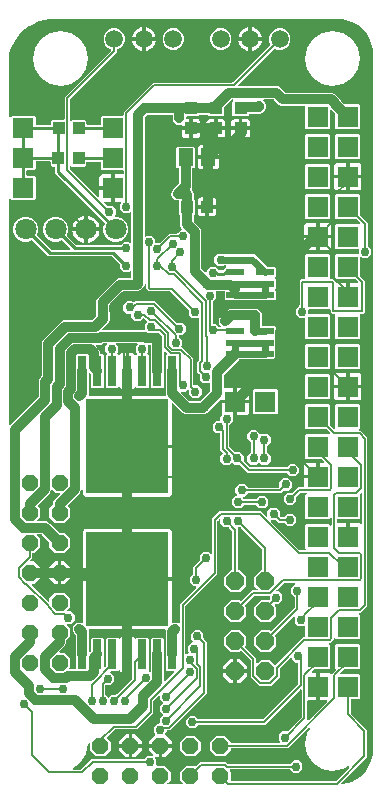
<source format=gbr>
G04 EAGLE Gerber RS-274X export*
G75*
%MOMM*%
%FSLAX34Y34*%
%LPD*%
%INBottom Copper*%
%IPPOS*%
%AMOC8*
5,1,8,0,0,1.08239X$1,22.5*%
G01*
%ADD10C,1.800000*%
%ADD11R,1.800000X1.800000*%
%ADD12R,1.000000X1.100000*%
%ADD13R,1.300000X1.500000*%
%ADD14R,0.800000X2.540000*%
%ADD15R,7.000000X8.000000*%
%ADD16C,1.508000*%
%ADD17R,1.500000X0.600000*%
%ADD18P,1.539592X8X202.500000*%
%ADD19P,1.539592X8X112.500000*%
%ADD20P,1.649562X8X112.500000*%
%ADD21R,1.100000X1.000000*%
%ADD22C,0.812800*%
%ADD23C,0.756400*%
%ADD24C,0.152400*%
%ADD25C,0.254000*%
%ADD26C,0.609600*%

G36*
X8746Y-323833D02*
X8746Y-323833D01*
X8769Y-323828D01*
X8893Y-323809D01*
X16033Y-321896D01*
X16047Y-321889D01*
X16063Y-321887D01*
X16217Y-321820D01*
X22618Y-318124D01*
X22631Y-318114D01*
X22645Y-318108D01*
X22776Y-318003D01*
X28003Y-312776D01*
X28012Y-312763D01*
X28025Y-312753D01*
X28124Y-312618D01*
X31820Y-306217D01*
X31825Y-306202D01*
X31835Y-306189D01*
X31896Y-306033D01*
X33809Y-298893D01*
X33811Y-298869D01*
X33833Y-298746D01*
X34076Y-295050D01*
X34074Y-295031D01*
X34077Y-295000D01*
X34077Y295000D01*
X34074Y295018D01*
X34076Y295050D01*
X33833Y298746D01*
X33828Y298769D01*
X33809Y298893D01*
X31896Y306033D01*
X31889Y306047D01*
X31887Y306063D01*
X31820Y306217D01*
X28124Y312618D01*
X28114Y312631D01*
X28108Y312645D01*
X28003Y312776D01*
X22776Y318003D01*
X22763Y318012D01*
X22753Y318025D01*
X22618Y318124D01*
X16217Y321820D01*
X16202Y321825D01*
X16189Y321835D01*
X16033Y321896D01*
X8893Y323809D01*
X8869Y323811D01*
X8746Y323833D01*
X5050Y324076D01*
X5031Y324074D01*
X5000Y324077D01*
X-232881Y324077D01*
X-232933Y324069D01*
X-232986Y324070D01*
X-233096Y324042D01*
X-233124Y324038D01*
X-233133Y324033D01*
X-233148Y324029D01*
X-233199Y324010D01*
X-235172Y324077D01*
X-235182Y324076D01*
X-235198Y324077D01*
X-235663Y324077D01*
X-235670Y324076D01*
X-235682Y324077D01*
X-239841Y323972D01*
X-239871Y323967D01*
X-239975Y323957D01*
X-248635Y322181D01*
X-248640Y322179D01*
X-248646Y322178D01*
X-248805Y322124D01*
X-256808Y318371D01*
X-256813Y318367D01*
X-256819Y318366D01*
X-256960Y318276D01*
X-263863Y312754D01*
X-263867Y312749D01*
X-263872Y312746D01*
X-263989Y312626D01*
X-269408Y305642D01*
X-269411Y305636D01*
X-269415Y305632D01*
X-269500Y305488D01*
X-273134Y297430D01*
X-273142Y297400D01*
X-273175Y297312D01*
X-273177Y297308D01*
X-273177Y297306D01*
X-273179Y297302D01*
X-274054Y293822D01*
X-274055Y293812D01*
X-274059Y293803D01*
X-274077Y293636D01*
X-274077Y241727D01*
X-274066Y241656D01*
X-274064Y241584D01*
X-274046Y241535D01*
X-274038Y241484D01*
X-274004Y241421D01*
X-273979Y241353D01*
X-273947Y241313D01*
X-273922Y241267D01*
X-273870Y241217D01*
X-273826Y241161D01*
X-273782Y241133D01*
X-273744Y241097D01*
X-273679Y241067D01*
X-273619Y241028D01*
X-273568Y241016D01*
X-273521Y240994D01*
X-273450Y240986D01*
X-273380Y240968D01*
X-273328Y240972D01*
X-273277Y240967D01*
X-273206Y240982D01*
X-273135Y240987D01*
X-273087Y241008D01*
X-273036Y241019D01*
X-272975Y241056D01*
X-272909Y241084D01*
X-272853Y241129D01*
X-272825Y241145D01*
X-272810Y241163D01*
X-272778Y241189D01*
X-271862Y242105D01*
X-252598Y242105D01*
X-251705Y241212D01*
X-251705Y235086D01*
X-251702Y235066D01*
X-251704Y235047D01*
X-251682Y234945D01*
X-251666Y234843D01*
X-251656Y234826D01*
X-251652Y234806D01*
X-251599Y234717D01*
X-251550Y234626D01*
X-251536Y234612D01*
X-251526Y234595D01*
X-251447Y234528D01*
X-251372Y234456D01*
X-251354Y234448D01*
X-251339Y234435D01*
X-251243Y234396D01*
X-251149Y234353D01*
X-251129Y234351D01*
X-251111Y234343D01*
X-250944Y234325D01*
X-239446Y234325D01*
X-239426Y234328D01*
X-239407Y234326D01*
X-239305Y234348D01*
X-239203Y234364D01*
X-239186Y234374D01*
X-239166Y234378D01*
X-239077Y234431D01*
X-238986Y234480D01*
X-238972Y234494D01*
X-238955Y234504D01*
X-238888Y234583D01*
X-238816Y234658D01*
X-238808Y234676D01*
X-238795Y234691D01*
X-238756Y234787D01*
X-238713Y234881D01*
X-238711Y234901D01*
X-238703Y234919D01*
X-238685Y235086D01*
X-238685Y237662D01*
X-237792Y238555D01*
X-227922Y238555D01*
X-227902Y238558D01*
X-227883Y238556D01*
X-227781Y238578D01*
X-227679Y238594D01*
X-227662Y238604D01*
X-227642Y238608D01*
X-227553Y238661D01*
X-227462Y238710D01*
X-227448Y238724D01*
X-227431Y238734D01*
X-227364Y238813D01*
X-227292Y238888D01*
X-227284Y238906D01*
X-227271Y238921D01*
X-227232Y239017D01*
X-227189Y239111D01*
X-227187Y239131D01*
X-227179Y239149D01*
X-227161Y239316D01*
X-227161Y258073D01*
X-187959Y297275D01*
X-187932Y297312D01*
X-187899Y297343D01*
X-187861Y297411D01*
X-187816Y297475D01*
X-187802Y297518D01*
X-187780Y297559D01*
X-187766Y297635D01*
X-187743Y297710D01*
X-187744Y297756D01*
X-187736Y297801D01*
X-187748Y297878D01*
X-187750Y297956D01*
X-187765Y297999D01*
X-187772Y298044D01*
X-187807Y298113D01*
X-187834Y298187D01*
X-187863Y298222D01*
X-187884Y298263D01*
X-187939Y298318D01*
X-187988Y298379D01*
X-188026Y298403D01*
X-188059Y298436D01*
X-188179Y298502D01*
X-188195Y298512D01*
X-188199Y298513D01*
X-188206Y298516D01*
X-190135Y299315D01*
X-192685Y301865D01*
X-194065Y305197D01*
X-194065Y308803D01*
X-192685Y312135D01*
X-190135Y314685D01*
X-186803Y316065D01*
X-183197Y316065D01*
X-179865Y314685D01*
X-177315Y312135D01*
X-175935Y308803D01*
X-175935Y305197D01*
X-177315Y301865D01*
X-179865Y299315D01*
X-182243Y298330D01*
X-182343Y298268D01*
X-182443Y298209D01*
X-182447Y298204D01*
X-182452Y298201D01*
X-182527Y298110D01*
X-182603Y298022D01*
X-182605Y298016D01*
X-182609Y298011D01*
X-182651Y297903D01*
X-182695Y297794D01*
X-182696Y297786D01*
X-182697Y297782D01*
X-182698Y297763D01*
X-182713Y297627D01*
X-182713Y296053D01*
X-222364Y256402D01*
X-222417Y256328D01*
X-222477Y256258D01*
X-222489Y256228D01*
X-222508Y256202D01*
X-222535Y256115D01*
X-222569Y256030D01*
X-222573Y255989D01*
X-222580Y255967D01*
X-222579Y255935D01*
X-222587Y255863D01*
X-222587Y238597D01*
X-222576Y238526D01*
X-222574Y238454D01*
X-222556Y238405D01*
X-222548Y238354D01*
X-222514Y238291D01*
X-222489Y238223D01*
X-222457Y238183D01*
X-222432Y238137D01*
X-222380Y238087D01*
X-222336Y238031D01*
X-222292Y238003D01*
X-222254Y237967D01*
X-222189Y237937D01*
X-222129Y237898D01*
X-222078Y237886D01*
X-222031Y237864D01*
X-221960Y237856D01*
X-221890Y237838D01*
X-221838Y237842D01*
X-221787Y237837D01*
X-221716Y237852D01*
X-221645Y237857D01*
X-221597Y237878D01*
X-221546Y237889D01*
X-221485Y237926D01*
X-221419Y237954D01*
X-221363Y237999D01*
X-221335Y238015D01*
X-221320Y238033D01*
X-221288Y238059D01*
X-220792Y238555D01*
X-209528Y238555D01*
X-208635Y237662D01*
X-208635Y235136D01*
X-208632Y235116D01*
X-208634Y235097D01*
X-208612Y234995D01*
X-208596Y234893D01*
X-208586Y234876D01*
X-208582Y234856D01*
X-208529Y234767D01*
X-208480Y234676D01*
X-208466Y234662D01*
X-208456Y234645D01*
X-208377Y234578D01*
X-208302Y234506D01*
X-208284Y234498D01*
X-208269Y234485D01*
X-208173Y234446D01*
X-208079Y234403D01*
X-208059Y234401D01*
X-208041Y234393D01*
X-207874Y234375D01*
X-197316Y234375D01*
X-197296Y234378D01*
X-197277Y234376D01*
X-197175Y234398D01*
X-197073Y234414D01*
X-197056Y234424D01*
X-197036Y234428D01*
X-196947Y234481D01*
X-196856Y234530D01*
X-196842Y234544D01*
X-196825Y234554D01*
X-196758Y234633D01*
X-196686Y234708D01*
X-196678Y234726D01*
X-196665Y234741D01*
X-196626Y234837D01*
X-196583Y234931D01*
X-196581Y234951D01*
X-196573Y234969D01*
X-196555Y235136D01*
X-196555Y241212D01*
X-195662Y242105D01*
X-177792Y242105D01*
X-177772Y242108D01*
X-177753Y242106D01*
X-177651Y242128D01*
X-177549Y242144D01*
X-177532Y242154D01*
X-177512Y242158D01*
X-177423Y242211D01*
X-177332Y242260D01*
X-177318Y242274D01*
X-177301Y242284D01*
X-177234Y242363D01*
X-177162Y242438D01*
X-177154Y242456D01*
X-177141Y242471D01*
X-177102Y242567D01*
X-177059Y242661D01*
X-177057Y242681D01*
X-177049Y242699D01*
X-177031Y242866D01*
X-177031Y245184D01*
X-151990Y270225D01*
X-85325Y270225D01*
X-85234Y270239D01*
X-85144Y270247D01*
X-85114Y270259D01*
X-85082Y270264D01*
X-85001Y270307D01*
X-84917Y270343D01*
X-84885Y270369D01*
X-84864Y270380D01*
X-84842Y270403D01*
X-84786Y270448D01*
X-53245Y301989D01*
X-53177Y302083D01*
X-53107Y302178D01*
X-53105Y302184D01*
X-53101Y302189D01*
X-53067Y302300D01*
X-53031Y302412D01*
X-53031Y302418D01*
X-53029Y302424D01*
X-53032Y302541D01*
X-53033Y302658D01*
X-53035Y302665D01*
X-53035Y302670D01*
X-53042Y302687D01*
X-53080Y302819D01*
X-54065Y305197D01*
X-54065Y308803D01*
X-52685Y312135D01*
X-50135Y314685D01*
X-46803Y316065D01*
X-43197Y316065D01*
X-39865Y314685D01*
X-37315Y312135D01*
X-35935Y308803D01*
X-35935Y305197D01*
X-37315Y301865D01*
X-39865Y299315D01*
X-43197Y297935D01*
X-46803Y297935D01*
X-49181Y298920D01*
X-49295Y298947D01*
X-49408Y298976D01*
X-49415Y298975D01*
X-49421Y298976D01*
X-49537Y298965D01*
X-49654Y298956D01*
X-49659Y298954D01*
X-49666Y298953D01*
X-49773Y298906D01*
X-49880Y298860D01*
X-49886Y298855D01*
X-49890Y298853D01*
X-49904Y298841D01*
X-50011Y298755D01*
X-80290Y268476D01*
X-80332Y268418D01*
X-80381Y268366D01*
X-80403Y268319D01*
X-80433Y268277D01*
X-80454Y268208D01*
X-80485Y268143D01*
X-80490Y268091D01*
X-80506Y268041D01*
X-80504Y267970D01*
X-80512Y267899D01*
X-80501Y267848D01*
X-80499Y267796D01*
X-80475Y267728D01*
X-80460Y267658D01*
X-80433Y267614D01*
X-80415Y267565D01*
X-80370Y267509D01*
X-80333Y267447D01*
X-80294Y267413D01*
X-80261Y267373D01*
X-80201Y267334D01*
X-80146Y267287D01*
X-80098Y267268D01*
X-80054Y267240D01*
X-79985Y267222D01*
X-79918Y267195D01*
X-79847Y267187D01*
X-79816Y267179D01*
X-79792Y267181D01*
X-79752Y267177D01*
X-46826Y267177D01*
X-44772Y266326D01*
X-40146Y261700D01*
X-40072Y261647D01*
X-40003Y261587D01*
X-39972Y261575D01*
X-39946Y261556D01*
X-39859Y261529D01*
X-39774Y261495D01*
X-39734Y261491D01*
X-39711Y261484D01*
X-39679Y261485D01*
X-39608Y261477D01*
X-274Y261477D01*
X1780Y260626D01*
X6626Y255780D01*
X6923Y255062D01*
X6958Y255006D01*
X6984Y254946D01*
X7036Y254881D01*
X7053Y254853D01*
X7068Y254841D01*
X7088Y254815D01*
X9856Y252048D01*
X9930Y251995D01*
X9999Y251935D01*
X10030Y251923D01*
X10056Y251904D01*
X10143Y251877D01*
X10228Y251843D01*
X10268Y251839D01*
X10291Y251832D01*
X10323Y251833D01*
X10394Y251825D01*
X22332Y251825D01*
X23225Y250932D01*
X23225Y231668D01*
X22332Y230775D01*
X3068Y230775D01*
X2175Y231668D01*
X2175Y243606D01*
X2161Y243696D01*
X2153Y243787D01*
X2141Y243817D01*
X2136Y243848D01*
X2093Y243929D01*
X2057Y244013D01*
X2031Y244045D01*
X2020Y244066D01*
X1997Y244088D01*
X1952Y244144D01*
X-876Y246972D01*
X-934Y247014D01*
X-986Y247063D01*
X-1033Y247085D01*
X-1075Y247116D01*
X-1144Y247137D01*
X-1209Y247167D01*
X-1261Y247173D01*
X-1311Y247188D01*
X-1382Y247186D01*
X-1453Y247194D01*
X-1504Y247183D01*
X-1556Y247182D01*
X-1624Y247157D01*
X-1694Y247142D01*
X-1739Y247115D01*
X-1787Y247097D01*
X-1843Y247052D01*
X-1905Y247016D01*
X-1939Y246976D01*
X-1979Y246943D01*
X-2018Y246883D01*
X-2065Y246829D01*
X-2084Y246780D01*
X-2112Y246737D01*
X-2130Y246667D01*
X-2157Y246601D01*
X-2165Y246529D01*
X-2173Y246498D01*
X-2171Y246475D01*
X-2175Y246434D01*
X-2175Y231668D01*
X-3068Y230775D01*
X-22332Y230775D01*
X-23225Y231668D01*
X-23225Y249538D01*
X-23228Y249558D01*
X-23226Y249577D01*
X-23248Y249679D01*
X-23264Y249781D01*
X-23274Y249798D01*
X-23278Y249818D01*
X-23331Y249907D01*
X-23380Y249998D01*
X-23394Y250012D01*
X-23404Y250029D01*
X-23483Y250096D01*
X-23558Y250168D01*
X-23576Y250176D01*
X-23591Y250189D01*
X-23687Y250228D01*
X-23781Y250271D01*
X-23801Y250273D01*
X-23819Y250281D01*
X-23986Y250299D01*
X-43350Y250299D01*
X-45404Y251150D01*
X-50030Y255776D01*
X-50104Y255829D01*
X-50173Y255889D01*
X-50204Y255901D01*
X-50230Y255920D01*
X-50317Y255947D01*
X-50402Y255981D01*
X-50442Y255985D01*
X-50465Y255992D01*
X-50497Y255991D01*
X-50568Y255999D01*
X-58258Y255999D01*
X-58329Y255988D01*
X-58400Y255986D01*
X-58449Y255968D01*
X-58501Y255960D01*
X-58564Y255926D01*
X-58631Y255901D01*
X-58672Y255869D01*
X-58718Y255844D01*
X-58767Y255792D01*
X-58823Y255748D01*
X-58851Y255704D01*
X-58887Y255666D01*
X-58917Y255601D01*
X-58956Y255541D01*
X-58969Y255490D01*
X-58991Y255443D01*
X-58999Y255372D01*
X-59016Y255302D01*
X-59012Y255250D01*
X-59018Y255199D01*
X-59003Y255128D01*
X-58997Y255057D01*
X-58977Y255009D01*
X-58966Y254958D01*
X-58929Y254897D01*
X-58901Y254831D01*
X-58856Y254775D01*
X-58840Y254747D01*
X-58836Y254744D01*
X-58836Y254743D01*
X-58820Y254730D01*
X-58796Y254700D01*
X-57464Y253368D01*
X-57240Y252827D01*
X-57205Y252771D01*
X-57180Y252711D01*
X-57128Y252646D01*
X-57110Y252618D01*
X-57095Y252605D01*
X-57075Y252580D01*
X-56895Y252400D01*
X-56895Y252146D01*
X-56885Y252081D01*
X-56884Y252016D01*
X-56861Y251936D01*
X-56855Y251903D01*
X-56846Y251886D01*
X-56837Y251854D01*
X-56613Y251314D01*
X-56613Y249090D01*
X-56837Y248549D01*
X-56852Y248486D01*
X-56877Y248425D01*
X-56886Y248342D01*
X-56893Y248310D01*
X-56892Y248291D01*
X-56895Y248258D01*
X-56895Y248004D01*
X-57075Y247824D01*
X-57113Y247771D01*
X-57159Y247724D01*
X-57199Y247651D01*
X-57218Y247624D01*
X-57224Y247606D01*
X-57240Y247577D01*
X-57464Y247036D01*
X-59738Y244762D01*
X-61792Y243911D01*
X-70214Y243911D01*
X-70234Y243908D01*
X-70253Y243910D01*
X-70355Y243888D01*
X-70457Y243872D01*
X-70474Y243862D01*
X-70494Y243858D01*
X-70583Y243805D01*
X-70674Y243756D01*
X-70688Y243742D01*
X-70705Y243732D01*
X-70772Y243653D01*
X-70844Y243578D01*
X-70852Y243560D01*
X-70865Y243545D01*
X-70904Y243449D01*
X-70947Y243355D01*
X-70949Y243335D01*
X-70957Y243317D01*
X-70975Y243150D01*
X-70975Y242868D01*
X-71868Y241975D01*
X-84132Y241975D01*
X-85025Y242868D01*
X-85025Y254132D01*
X-84457Y254700D01*
X-84415Y254758D01*
X-84365Y254810D01*
X-84343Y254857D01*
X-84313Y254899D01*
X-84292Y254968D01*
X-84262Y255033D01*
X-84256Y255085D01*
X-84241Y255135D01*
X-84243Y255206D01*
X-84235Y255277D01*
X-84246Y255328D01*
X-84247Y255380D01*
X-84272Y255448D01*
X-84287Y255518D01*
X-84314Y255563D01*
X-84331Y255611D01*
X-84376Y255667D01*
X-84413Y255729D01*
X-84453Y255763D01*
X-84485Y255803D01*
X-84545Y255842D01*
X-84600Y255889D01*
X-84648Y255908D01*
X-84692Y255936D01*
X-84762Y255954D01*
X-84828Y255981D01*
X-84899Y255989D01*
X-84931Y255997D01*
X-84954Y255995D01*
X-84995Y255999D01*
X-85184Y255999D01*
X-85274Y255985D01*
X-85365Y255977D01*
X-85395Y255965D01*
X-85427Y255960D01*
X-85508Y255917D01*
X-85592Y255881D01*
X-85624Y255855D01*
X-85644Y255844D01*
X-85648Y255841D01*
X-85648Y255840D01*
X-85668Y255820D01*
X-85723Y255776D01*
X-91752Y249747D01*
X-91805Y249673D01*
X-91865Y249603D01*
X-91877Y249573D01*
X-91896Y249547D01*
X-91923Y249460D01*
X-91957Y249375D01*
X-91961Y249334D01*
X-91968Y249312D01*
X-91967Y249280D01*
X-91975Y249208D01*
X-91975Y242868D01*
X-92868Y241975D01*
X-105132Y241975D01*
X-105845Y242688D01*
X-105919Y242741D01*
X-105988Y242801D01*
X-106018Y242813D01*
X-106044Y242832D01*
X-106131Y242859D01*
X-106216Y242893D01*
X-106257Y242897D01*
X-106279Y242904D01*
X-106312Y242903D01*
X-106383Y242911D01*
X-112714Y242911D01*
X-112734Y242908D01*
X-112753Y242910D01*
X-112855Y242888D01*
X-112957Y242872D01*
X-112974Y242862D01*
X-112994Y242858D01*
X-113083Y242805D01*
X-113174Y242756D01*
X-113188Y242742D01*
X-113205Y242732D01*
X-113272Y242653D01*
X-113344Y242578D01*
X-113352Y242560D01*
X-113365Y242545D01*
X-113404Y242449D01*
X-113411Y242433D01*
X-114368Y241475D01*
X-123650Y241475D01*
X-123670Y241472D01*
X-123689Y241474D01*
X-123791Y241452D01*
X-123893Y241436D01*
X-123910Y241426D01*
X-123930Y241422D01*
X-124019Y241369D01*
X-124110Y241320D01*
X-124124Y241306D01*
X-124141Y241296D01*
X-124208Y241217D01*
X-124280Y241142D01*
X-124288Y241124D01*
X-124301Y241109D01*
X-124340Y241013D01*
X-124383Y240919D01*
X-124385Y240899D01*
X-124393Y240881D01*
X-124411Y240714D01*
X-124411Y240302D01*
X-124408Y240282D01*
X-124410Y240263D01*
X-124388Y240161D01*
X-124372Y240059D01*
X-124362Y240042D01*
X-124358Y240022D01*
X-124305Y239933D01*
X-124256Y239842D01*
X-124242Y239828D01*
X-124232Y239811D01*
X-124153Y239744D01*
X-124078Y239672D01*
X-124060Y239664D01*
X-124045Y239651D01*
X-123949Y239612D01*
X-123855Y239569D01*
X-123835Y239567D01*
X-123817Y239559D01*
X-123650Y239541D01*
X-121523Y239541D01*
X-121523Y233023D01*
X-127541Y233023D01*
X-127541Y233830D01*
X-127548Y233875D01*
X-127546Y233921D01*
X-127568Y233996D01*
X-127580Y234073D01*
X-127602Y234113D01*
X-127615Y234158D01*
X-127659Y234222D01*
X-127696Y234290D01*
X-127729Y234322D01*
X-127755Y234360D01*
X-127817Y234406D01*
X-127874Y234460D01*
X-127916Y234479D01*
X-127952Y234506D01*
X-128026Y234530D01*
X-128097Y234563D01*
X-128143Y234568D01*
X-128186Y234583D01*
X-128264Y234582D01*
X-128341Y234590D01*
X-128386Y234581D01*
X-128432Y234580D01*
X-128563Y234542D01*
X-128582Y234538D01*
X-128586Y234536D01*
X-128593Y234533D01*
X-128888Y234411D01*
X-131112Y234411D01*
X-131653Y234635D01*
X-131716Y234650D01*
X-131777Y234675D01*
X-131860Y234684D01*
X-131892Y234691D01*
X-131911Y234690D01*
X-131944Y234693D01*
X-132198Y234693D01*
X-132378Y234873D01*
X-132431Y234911D01*
X-132478Y234957D01*
X-132551Y234997D01*
X-132578Y235017D01*
X-132596Y235022D01*
X-132625Y235038D01*
X-133166Y235262D01*
X-134738Y236834D01*
X-134962Y237375D01*
X-134997Y237431D01*
X-135022Y237491D01*
X-135074Y237556D01*
X-135092Y237584D01*
X-135107Y237597D01*
X-135127Y237622D01*
X-135307Y237802D01*
X-135307Y238056D01*
X-135317Y238121D01*
X-135318Y238186D01*
X-135341Y238266D01*
X-135346Y238299D01*
X-135356Y238316D01*
X-135365Y238347D01*
X-135589Y238888D01*
X-135589Y242150D01*
X-135592Y242170D01*
X-135590Y242189D01*
X-135612Y242291D01*
X-135628Y242393D01*
X-135638Y242410D01*
X-135642Y242430D01*
X-135695Y242519D01*
X-135744Y242610D01*
X-135758Y242624D01*
X-135768Y242641D01*
X-135847Y242708D01*
X-135922Y242780D01*
X-135940Y242788D01*
X-135955Y242801D01*
X-136051Y242840D01*
X-136145Y242883D01*
X-136165Y242885D01*
X-136183Y242893D01*
X-136350Y242911D01*
X-156870Y242911D01*
X-156960Y242897D01*
X-157051Y242889D01*
X-157081Y242877D01*
X-157112Y242872D01*
X-157193Y242829D01*
X-157277Y242793D01*
X-157309Y242767D01*
X-157330Y242756D01*
X-157352Y242733D01*
X-157408Y242688D01*
X-159188Y240908D01*
X-159241Y240834D01*
X-159301Y240765D01*
X-159313Y240735D01*
X-159332Y240708D01*
X-159359Y240621D01*
X-159393Y240536D01*
X-159397Y240496D01*
X-159404Y240473D01*
X-159403Y240441D01*
X-159411Y240370D01*
X-159411Y140561D01*
X-159400Y140491D01*
X-159398Y140419D01*
X-159380Y140370D01*
X-159372Y140319D01*
X-159338Y140255D01*
X-159313Y140188D01*
X-159281Y140147D01*
X-159256Y140101D01*
X-159204Y140052D01*
X-159160Y139996D01*
X-159116Y139968D01*
X-159078Y139932D01*
X-159013Y139902D01*
X-158953Y139863D01*
X-158902Y139850D01*
X-158855Y139828D01*
X-158784Y139820D01*
X-158714Y139803D01*
X-158662Y139807D01*
X-158611Y139801D01*
X-158540Y139816D01*
X-158469Y139822D01*
X-158421Y139842D01*
X-158370Y139853D01*
X-158309Y139890D01*
X-158243Y139918D01*
X-158187Y139963D01*
X-158159Y139980D01*
X-158144Y139997D01*
X-158112Y140023D01*
X-157828Y140307D01*
X-153432Y140307D01*
X-150323Y137198D01*
X-150323Y134957D01*
X-150320Y134937D01*
X-150322Y134917D01*
X-150300Y134816D01*
X-150284Y134714D01*
X-150274Y134696D01*
X-150270Y134677D01*
X-150217Y134588D01*
X-150168Y134497D01*
X-150154Y134483D01*
X-150144Y134466D01*
X-150065Y134399D01*
X-149990Y134327D01*
X-149972Y134319D01*
X-149957Y134306D01*
X-149861Y134267D01*
X-149767Y134224D01*
X-149747Y134221D01*
X-149729Y134214D01*
X-149562Y134196D01*
X-147131Y134196D01*
X-147041Y134210D01*
X-146950Y134217D01*
X-146921Y134230D01*
X-146889Y134235D01*
X-146808Y134278D01*
X-146724Y134314D01*
X-146692Y134339D01*
X-146671Y134350D01*
X-146649Y134374D01*
X-146593Y134419D01*
X-138725Y142287D01*
X-131991Y142287D01*
X-131901Y142301D01*
X-131810Y142309D01*
X-131781Y142321D01*
X-131749Y142326D01*
X-131668Y142369D01*
X-131584Y142405D01*
X-131552Y142431D01*
X-131531Y142442D01*
X-131509Y142465D01*
X-131453Y142510D01*
X-128656Y145307D01*
X-128255Y145307D01*
X-128184Y145318D01*
X-128113Y145320D01*
X-128064Y145338D01*
X-128012Y145346D01*
X-127949Y145380D01*
X-127882Y145405D01*
X-127841Y145437D01*
X-127795Y145462D01*
X-127746Y145513D01*
X-127690Y145558D01*
X-127661Y145602D01*
X-127626Y145640D01*
X-127595Y145705D01*
X-127557Y145765D01*
X-127544Y145816D01*
X-127522Y145863D01*
X-127514Y145934D01*
X-127496Y146004D01*
X-127501Y146056D01*
X-127495Y146107D01*
X-127510Y146178D01*
X-127516Y146249D01*
X-127536Y146297D01*
X-127547Y146348D01*
X-127584Y146409D01*
X-127612Y146475D01*
X-127657Y146531D01*
X-127673Y146559D01*
X-127691Y146574D01*
X-127717Y146606D01*
X-128238Y147127D01*
X-129089Y149182D01*
X-129089Y157617D01*
X-129103Y157707D01*
X-129111Y157798D01*
X-129123Y157828D01*
X-129128Y157860D01*
X-129171Y157941D01*
X-129207Y158024D01*
X-129233Y158057D01*
X-129244Y158077D01*
X-129267Y158099D01*
X-129312Y158155D01*
X-130025Y158868D01*
X-130025Y169650D01*
X-130028Y169670D01*
X-130026Y169689D01*
X-130048Y169791D01*
X-130064Y169893D01*
X-130074Y169910D01*
X-130078Y169930D01*
X-130131Y170019D01*
X-130180Y170110D01*
X-130194Y170124D01*
X-130204Y170141D01*
X-130283Y170208D01*
X-130358Y170280D01*
X-130376Y170288D01*
X-130391Y170301D01*
X-130487Y170340D01*
X-130581Y170383D01*
X-130601Y170385D01*
X-130619Y170393D01*
X-130786Y170411D01*
X-132112Y170411D01*
X-132653Y170635D01*
X-132716Y170650D01*
X-132777Y170675D01*
X-132860Y170684D01*
X-132892Y170691D01*
X-132911Y170690D01*
X-132944Y170693D01*
X-133198Y170693D01*
X-133378Y170873D01*
X-133431Y170911D01*
X-133478Y170957D01*
X-133551Y170997D01*
X-133578Y171017D01*
X-133596Y171022D01*
X-133625Y171038D01*
X-134166Y171262D01*
X-135738Y172834D01*
X-135962Y173375D01*
X-135997Y173431D01*
X-136022Y173491D01*
X-136074Y173556D01*
X-136092Y173584D01*
X-136107Y173597D01*
X-136127Y173622D01*
X-136307Y173802D01*
X-136307Y174056D01*
X-136317Y174121D01*
X-136318Y174186D01*
X-136341Y174266D01*
X-136346Y174299D01*
X-136356Y174316D01*
X-136365Y174347D01*
X-136589Y174888D01*
X-136589Y177112D01*
X-136365Y177653D01*
X-136350Y177716D01*
X-136325Y177777D01*
X-136316Y177860D01*
X-136309Y177892D01*
X-136310Y177911D01*
X-136307Y177944D01*
X-136307Y178198D01*
X-136127Y178378D01*
X-136089Y178431D01*
X-136043Y178478D01*
X-136003Y178551D01*
X-135983Y178578D01*
X-135978Y178596D01*
X-135962Y178625D01*
X-135738Y179166D01*
X-134059Y180845D01*
X-130312Y184592D01*
X-130259Y184666D01*
X-130199Y184735D01*
X-130187Y184766D01*
X-130168Y184792D01*
X-130141Y184879D01*
X-130107Y184964D01*
X-130103Y185004D01*
X-130096Y185027D01*
X-130097Y185059D01*
X-130089Y185130D01*
X-130089Y197214D01*
X-130092Y197234D01*
X-130090Y197253D01*
X-130112Y197355D01*
X-130128Y197457D01*
X-130138Y197474D01*
X-130142Y197494D01*
X-130195Y197583D01*
X-130244Y197674D01*
X-130258Y197688D01*
X-130268Y197705D01*
X-130347Y197772D01*
X-130422Y197844D01*
X-130440Y197852D01*
X-130455Y197865D01*
X-130551Y197904D01*
X-130645Y197947D01*
X-130665Y197949D01*
X-130683Y197957D01*
X-130850Y197975D01*
X-131632Y197975D01*
X-132525Y198868D01*
X-132525Y215132D01*
X-131632Y216025D01*
X-117368Y216025D01*
X-116475Y215132D01*
X-116475Y198868D01*
X-117368Y197975D01*
X-118150Y197975D01*
X-118170Y197972D01*
X-118189Y197974D01*
X-118291Y197952D01*
X-118393Y197936D01*
X-118410Y197926D01*
X-118430Y197922D01*
X-118519Y197869D01*
X-118610Y197820D01*
X-118624Y197806D01*
X-118641Y197796D01*
X-118708Y197717D01*
X-118780Y197642D01*
X-118788Y197624D01*
X-118801Y197609D01*
X-118840Y197513D01*
X-118883Y197419D01*
X-118885Y197399D01*
X-118893Y197381D01*
X-118911Y197214D01*
X-118911Y181388D01*
X-119617Y179685D01*
X-119643Y179572D01*
X-119672Y179458D01*
X-119672Y179452D01*
X-119673Y179446D01*
X-119662Y179329D01*
X-119653Y179213D01*
X-119650Y179207D01*
X-119650Y179201D01*
X-119601Y179092D01*
X-119557Y178986D01*
X-119552Y178981D01*
X-119550Y178976D01*
X-119537Y178962D01*
X-119452Y178855D01*
X-118762Y178166D01*
X-117911Y176112D01*
X-117911Y172383D01*
X-117897Y172293D01*
X-117889Y172202D01*
X-117877Y172172D01*
X-117872Y172140D01*
X-117829Y172059D01*
X-117793Y171976D01*
X-117767Y171943D01*
X-117756Y171923D01*
X-117733Y171901D01*
X-117688Y171845D01*
X-116975Y171132D01*
X-116975Y158868D01*
X-117688Y158155D01*
X-117741Y158081D01*
X-117801Y158012D01*
X-117813Y157982D01*
X-117832Y157956D01*
X-117859Y157869D01*
X-117893Y157784D01*
X-117897Y157743D01*
X-117904Y157721D01*
X-117903Y157688D01*
X-117911Y157617D01*
X-117911Y152923D01*
X-117897Y152833D01*
X-117889Y152742D01*
X-117877Y152713D01*
X-117872Y152681D01*
X-117829Y152600D01*
X-117793Y152516D01*
X-117767Y152484D01*
X-117756Y152463D01*
X-117733Y152441D01*
X-117688Y152385D01*
X-112350Y147047D01*
X-111499Y144993D01*
X-111499Y113615D01*
X-111498Y113606D01*
X-111498Y113602D01*
X-111494Y113583D01*
X-111485Y113525D01*
X-111477Y113434D01*
X-111465Y113404D01*
X-111460Y113372D01*
X-111417Y113291D01*
X-111381Y113207D01*
X-111355Y113175D01*
X-111344Y113155D01*
X-111321Y113132D01*
X-111276Y113076D01*
X-108032Y109833D01*
X-107974Y109791D01*
X-107922Y109741D01*
X-107875Y109719D01*
X-107833Y109689D01*
X-107764Y109668D01*
X-107699Y109638D01*
X-107647Y109632D01*
X-107598Y109617D01*
X-107526Y109619D01*
X-107455Y109611D01*
X-107404Y109622D01*
X-107352Y109623D01*
X-107284Y109648D01*
X-107214Y109663D01*
X-107170Y109690D01*
X-107121Y109707D01*
X-107065Y109752D01*
X-107003Y109789D01*
X-106969Y109829D01*
X-106929Y109861D01*
X-106890Y109921D01*
X-106843Y109976D01*
X-106824Y110024D01*
X-106796Y110068D01*
X-106778Y110138D01*
X-106751Y110204D01*
X-106743Y110275D01*
X-106736Y110307D01*
X-106737Y110330D01*
X-106733Y110371D01*
X-106733Y110772D01*
X-103624Y113881D01*
X-99228Y113881D01*
X-96791Y111444D01*
X-96717Y111391D01*
X-96648Y111331D01*
X-96618Y111319D01*
X-96591Y111300D01*
X-96504Y111273D01*
X-96420Y111239D01*
X-96379Y111235D01*
X-96356Y111228D01*
X-96324Y111229D01*
X-96253Y111221D01*
X-93751Y111221D01*
X-93661Y111235D01*
X-93570Y111243D01*
X-93540Y111255D01*
X-93508Y111260D01*
X-93428Y111303D01*
X-93344Y111339D01*
X-93312Y111365D01*
X-93291Y111375D01*
X-93269Y111399D01*
X-93213Y111444D01*
X-92362Y112295D01*
X-92286Y112295D01*
X-92266Y112298D01*
X-92247Y112296D01*
X-92145Y112318D01*
X-92043Y112334D01*
X-92026Y112344D01*
X-92006Y112348D01*
X-91917Y112401D01*
X-91826Y112450D01*
X-91812Y112464D01*
X-91795Y112474D01*
X-91728Y112553D01*
X-91656Y112628D01*
X-91648Y112646D01*
X-91635Y112661D01*
X-91596Y112757D01*
X-91553Y112851D01*
X-91551Y112871D01*
X-91543Y112889D01*
X-91525Y113056D01*
X-91525Y113132D01*
X-90457Y114200D01*
X-90415Y114258D01*
X-90365Y114310D01*
X-90343Y114357D01*
X-90313Y114399D01*
X-90292Y114468D01*
X-90262Y114533D01*
X-90256Y114585D01*
X-90241Y114635D01*
X-90243Y114706D01*
X-90235Y114777D01*
X-90246Y114828D01*
X-90247Y114880D01*
X-90272Y114948D01*
X-90287Y115018D01*
X-90314Y115063D01*
X-90331Y115111D01*
X-90376Y115167D01*
X-90413Y115229D01*
X-90453Y115263D01*
X-90485Y115303D01*
X-90545Y115342D01*
X-90600Y115389D01*
X-90648Y115408D01*
X-90692Y115436D01*
X-90762Y115454D01*
X-90828Y115481D01*
X-90899Y115489D01*
X-90931Y115497D01*
X-90954Y115495D01*
X-90995Y115499D01*
X-91684Y115499D01*
X-91774Y115485D01*
X-91865Y115477D01*
X-91895Y115465D01*
X-91927Y115460D01*
X-92008Y115417D01*
X-92092Y115381D01*
X-92124Y115355D01*
X-92144Y115344D01*
X-92167Y115321D01*
X-92223Y115276D01*
X-92804Y114695D01*
X-97200Y114695D01*
X-100309Y117804D01*
X-100309Y122200D01*
X-97200Y125309D01*
X-92804Y125309D01*
X-92363Y124868D01*
X-92289Y124815D01*
X-92219Y124755D01*
X-92189Y124743D01*
X-92163Y124724D01*
X-92076Y124697D01*
X-91991Y124663D01*
X-91950Y124659D01*
X-91928Y124652D01*
X-91896Y124653D01*
X-91825Y124645D01*
X-66178Y124645D01*
X-55781Y114248D01*
X-55707Y114195D01*
X-55637Y114135D01*
X-55607Y114123D01*
X-55581Y114104D01*
X-55494Y114077D01*
X-55409Y114043D01*
X-55368Y114039D01*
X-55346Y114032D01*
X-55314Y114033D01*
X-55243Y114025D01*
X-49368Y114025D01*
X-48475Y113132D01*
X-48475Y105868D01*
X-49055Y105288D01*
X-49067Y105272D01*
X-49083Y105260D01*
X-49139Y105172D01*
X-49199Y105089D01*
X-49205Y105070D01*
X-49216Y105053D01*
X-49241Y104952D01*
X-49271Y104853D01*
X-49271Y104834D01*
X-49276Y104814D01*
X-49268Y104711D01*
X-49265Y104608D01*
X-49258Y104589D01*
X-49257Y104569D01*
X-49216Y104474D01*
X-49181Y104377D01*
X-49168Y104361D01*
X-49160Y104343D01*
X-49055Y104212D01*
X-48475Y103632D01*
X-48475Y96368D01*
X-49055Y95788D01*
X-49067Y95772D01*
X-49083Y95760D01*
X-49139Y95672D01*
X-49199Y95589D01*
X-49205Y95570D01*
X-49216Y95553D01*
X-49241Y95452D01*
X-49271Y95353D01*
X-49271Y95334D01*
X-49276Y95314D01*
X-49268Y95211D01*
X-49265Y95108D01*
X-49258Y95089D01*
X-49257Y95069D01*
X-49216Y94974D01*
X-49181Y94877D01*
X-49168Y94861D01*
X-49160Y94843D01*
X-49055Y94712D01*
X-48475Y94132D01*
X-48475Y86868D01*
X-49368Y85975D01*
X-55243Y85975D01*
X-55333Y85961D01*
X-55424Y85953D01*
X-55453Y85941D01*
X-55485Y85936D01*
X-55501Y85927D01*
X-84517Y85927D01*
X-84591Y85957D01*
X-84632Y85961D01*
X-84654Y85968D01*
X-84686Y85967D01*
X-84757Y85975D01*
X-90632Y85975D01*
X-91525Y86868D01*
X-91525Y92854D01*
X-91528Y92874D01*
X-91526Y92893D01*
X-91548Y92995D01*
X-91564Y93097D01*
X-91574Y93114D01*
X-91578Y93134D01*
X-91631Y93223D01*
X-91680Y93314D01*
X-91694Y93328D01*
X-91704Y93345D01*
X-91783Y93412D01*
X-91858Y93483D01*
X-91876Y93492D01*
X-91891Y93505D01*
X-91987Y93543D01*
X-92081Y93587D01*
X-92101Y93589D01*
X-92119Y93597D01*
X-92286Y93615D01*
X-98268Y93615D01*
X-98339Y93604D01*
X-98410Y93602D01*
X-98459Y93584D01*
X-98511Y93575D01*
X-98574Y93542D01*
X-98641Y93517D01*
X-98682Y93485D01*
X-98728Y93460D01*
X-98777Y93408D01*
X-98833Y93363D01*
X-98861Y93320D01*
X-98897Y93282D01*
X-98928Y93217D01*
X-98966Y93157D01*
X-98979Y93106D01*
X-99001Y93059D01*
X-99009Y92988D01*
X-99026Y92918D01*
X-99022Y92866D01*
X-99028Y92814D01*
X-99013Y92744D01*
X-99007Y92673D01*
X-98987Y92625D01*
X-98976Y92574D01*
X-98939Y92512D01*
X-98911Y92446D01*
X-98866Y92390D01*
X-98850Y92363D01*
X-98832Y92348D01*
X-98806Y92316D01*
X-98522Y92032D01*
X-98522Y87636D01*
X-101319Y84839D01*
X-101373Y84765D01*
X-101432Y84695D01*
X-101444Y84665D01*
X-101463Y84639D01*
X-101490Y84552D01*
X-101524Y84467D01*
X-101529Y84426D01*
X-101535Y84404D01*
X-101535Y84372D01*
X-101542Y84300D01*
X-101542Y66739D01*
X-101539Y66719D01*
X-101541Y66699D01*
X-101519Y66598D01*
X-101503Y66496D01*
X-101493Y66478D01*
X-101489Y66459D01*
X-101436Y66370D01*
X-101388Y66279D01*
X-101373Y66265D01*
X-101363Y66248D01*
X-101284Y66181D01*
X-101209Y66109D01*
X-101191Y66101D01*
X-101176Y66088D01*
X-101080Y66049D01*
X-100986Y66006D01*
X-100966Y66003D01*
X-100948Y65996D01*
X-100781Y65978D01*
X-99381Y65978D01*
X-96584Y63181D01*
X-96510Y63127D01*
X-96441Y63068D01*
X-96410Y63056D01*
X-96384Y63037D01*
X-96297Y63010D01*
X-96212Y62976D01*
X-96172Y62971D01*
X-96149Y62965D01*
X-96117Y62965D01*
X-96046Y62958D01*
X-95699Y62958D01*
X-95628Y62969D01*
X-95557Y62971D01*
X-95508Y62989D01*
X-95456Y62997D01*
X-95393Y63031D01*
X-95326Y63055D01*
X-95285Y63088D01*
X-95239Y63112D01*
X-95190Y63164D01*
X-95134Y63209D01*
X-95105Y63253D01*
X-95070Y63291D01*
X-95039Y63356D01*
X-95001Y63416D01*
X-94988Y63467D01*
X-94966Y63514D01*
X-94958Y63585D01*
X-94940Y63655D01*
X-94945Y63707D01*
X-94939Y63758D01*
X-94954Y63828D01*
X-94960Y63900D01*
X-94980Y63948D01*
X-94991Y63999D01*
X-95028Y64060D01*
X-95056Y64126D01*
X-95101Y64182D01*
X-95117Y64210D01*
X-95135Y64225D01*
X-95161Y64257D01*
X-95738Y64834D01*
X-95962Y65375D01*
X-95997Y65431D01*
X-96022Y65491D01*
X-96074Y65556D01*
X-96092Y65584D01*
X-96107Y65597D01*
X-96127Y65622D01*
X-96307Y65802D01*
X-96307Y66056D01*
X-96317Y66121D01*
X-96318Y66186D01*
X-96341Y66266D01*
X-96346Y66299D01*
X-96356Y66316D01*
X-96365Y66347D01*
X-96589Y66888D01*
X-96589Y69112D01*
X-96365Y69653D01*
X-96350Y69716D01*
X-96325Y69777D01*
X-96316Y69860D01*
X-96309Y69892D01*
X-96310Y69911D01*
X-96307Y69944D01*
X-96307Y70198D01*
X-96127Y70378D01*
X-96089Y70431D01*
X-96043Y70478D01*
X-96003Y70551D01*
X-95983Y70578D01*
X-95978Y70596D01*
X-95962Y70625D01*
X-95738Y71166D01*
X-89166Y77738D01*
X-87112Y78589D01*
X-64423Y78589D01*
X-62368Y77738D01*
X-60796Y76166D01*
X-59945Y74112D01*
X-59945Y64834D01*
X-59942Y64814D01*
X-59944Y64795D01*
X-59922Y64693D01*
X-59906Y64591D01*
X-59896Y64574D01*
X-59892Y64554D01*
X-59839Y64465D01*
X-59791Y64374D01*
X-59776Y64360D01*
X-59766Y64343D01*
X-59687Y64276D01*
X-59612Y64204D01*
X-59594Y64196D01*
X-59579Y64183D01*
X-59483Y64144D01*
X-59389Y64101D01*
X-59369Y64099D01*
X-59351Y64091D01*
X-59184Y64073D01*
X-55483Y64073D01*
X-55409Y64043D01*
X-55369Y64039D01*
X-55346Y64032D01*
X-55314Y64033D01*
X-55243Y64025D01*
X-49368Y64025D01*
X-48475Y63132D01*
X-48475Y55868D01*
X-49055Y55288D01*
X-49067Y55272D01*
X-49083Y55260D01*
X-49139Y55172D01*
X-49199Y55089D01*
X-49205Y55070D01*
X-49216Y55053D01*
X-49241Y54952D01*
X-49271Y54853D01*
X-49271Y54834D01*
X-49276Y54814D01*
X-49268Y54711D01*
X-49265Y54608D01*
X-49258Y54589D01*
X-49257Y54569D01*
X-49216Y54474D01*
X-49181Y54377D01*
X-49168Y54361D01*
X-49160Y54343D01*
X-49055Y54212D01*
X-48475Y53632D01*
X-48475Y46368D01*
X-49055Y45788D01*
X-49067Y45772D01*
X-49083Y45760D01*
X-49139Y45672D01*
X-49199Y45589D01*
X-49205Y45570D01*
X-49216Y45553D01*
X-49241Y45452D01*
X-49271Y45353D01*
X-49271Y45334D01*
X-49276Y45314D01*
X-49268Y45211D01*
X-49265Y45108D01*
X-49258Y45089D01*
X-49257Y45069D01*
X-49216Y44974D01*
X-49181Y44877D01*
X-49168Y44861D01*
X-49160Y44843D01*
X-49055Y44712D01*
X-48475Y44132D01*
X-48475Y36868D01*
X-49368Y35975D01*
X-55243Y35975D01*
X-55333Y35961D01*
X-55424Y35953D01*
X-55454Y35941D01*
X-55485Y35936D01*
X-55501Y35927D01*
X-78854Y35927D01*
X-78944Y35913D01*
X-79035Y35905D01*
X-79065Y35893D01*
X-79096Y35888D01*
X-79177Y35845D01*
X-79261Y35809D01*
X-79293Y35783D01*
X-79314Y35772D01*
X-79336Y35749D01*
X-79392Y35704D01*
X-92188Y22908D01*
X-92241Y22834D01*
X-92301Y22765D01*
X-92313Y22734D01*
X-92332Y22708D01*
X-92359Y22621D01*
X-92393Y22536D01*
X-92397Y22496D01*
X-92404Y22473D01*
X-92403Y22441D01*
X-92411Y22370D01*
X-92411Y12302D01*
X-92408Y12282D01*
X-92410Y12263D01*
X-92388Y12161D01*
X-92372Y12059D01*
X-92362Y12042D01*
X-92358Y12022D01*
X-92305Y11933D01*
X-92256Y11842D01*
X-92242Y11828D01*
X-92232Y11811D01*
X-92153Y11744D01*
X-92078Y11672D01*
X-92060Y11664D01*
X-92045Y11651D01*
X-91949Y11612D01*
X-91855Y11569D01*
X-91835Y11567D01*
X-91817Y11559D01*
X-91650Y11541D01*
X-84223Y11541D01*
X-84223Y1523D01*
X-94443Y1523D01*
X-94447Y1527D01*
X-94492Y1583D01*
X-94536Y1611D01*
X-94574Y1647D01*
X-94639Y1678D01*
X-94699Y1716D01*
X-94750Y1729D01*
X-94797Y1751D01*
X-94868Y1759D01*
X-94938Y1776D01*
X-94990Y1772D01*
X-95041Y1778D01*
X-95112Y1763D01*
X-95183Y1757D01*
X-95231Y1737D01*
X-95282Y1726D01*
X-95343Y1689D01*
X-95409Y1661D01*
X-95465Y1616D01*
X-95493Y1600D01*
X-95508Y1582D01*
X-95540Y1556D01*
X-106834Y-9738D01*
X-108888Y-10589D01*
X-124984Y-10589D01*
X-127038Y-9738D01*
X-128717Y-8059D01*
X-135160Y-1616D01*
X-135218Y-1574D01*
X-135270Y-1525D01*
X-135317Y-1503D01*
X-135359Y-1473D01*
X-135428Y-1452D01*
X-135493Y-1421D01*
X-135545Y-1416D01*
X-135595Y-1400D01*
X-135666Y-1402D01*
X-135737Y-1394D01*
X-135788Y-1405D01*
X-135840Y-1407D01*
X-135908Y-1431D01*
X-135978Y-1447D01*
X-136023Y-1473D01*
X-136071Y-1491D01*
X-136127Y-1536D01*
X-136189Y-1573D01*
X-136223Y-1612D01*
X-136263Y-1645D01*
X-136302Y-1705D01*
X-136349Y-1760D01*
X-136368Y-1808D01*
X-136396Y-1852D01*
X-136414Y-1921D01*
X-136441Y-1988D01*
X-136449Y-2059D01*
X-136457Y-2090D01*
X-136455Y-2114D01*
X-136459Y-2155D01*
X-136459Y-36252D01*
X-172477Y-36252D01*
X-172477Y4766D01*
X-142152Y4766D01*
X-142106Y4773D01*
X-142060Y4771D01*
X-141985Y4793D01*
X-141909Y4805D01*
X-141868Y4827D01*
X-141824Y4840D01*
X-141760Y4884D01*
X-141691Y4921D01*
X-141660Y4954D01*
X-141622Y4980D01*
X-141576Y5043D01*
X-141522Y5099D01*
X-141503Y5141D01*
X-141475Y5177D01*
X-141451Y5251D01*
X-141418Y5322D01*
X-141413Y5368D01*
X-141399Y5411D01*
X-141400Y5489D01*
X-141391Y5566D01*
X-141401Y5611D01*
X-141402Y5657D01*
X-141440Y5788D01*
X-141444Y5807D01*
X-141446Y5811D01*
X-141448Y5818D01*
X-141489Y5916D01*
X-141489Y27112D01*
X-141483Y27126D01*
X-141468Y27190D01*
X-141443Y27251D01*
X-141434Y27334D01*
X-141427Y27366D01*
X-141428Y27385D01*
X-141425Y27418D01*
X-141425Y39332D01*
X-140658Y40098D01*
X-140647Y40114D01*
X-140631Y40127D01*
X-140575Y40214D01*
X-140515Y40298D01*
X-140509Y40317D01*
X-140498Y40333D01*
X-140473Y40434D01*
X-140442Y40533D01*
X-140443Y40553D01*
X-140438Y40572D01*
X-140446Y40675D01*
X-140449Y40779D01*
X-140456Y40797D01*
X-140457Y40817D01*
X-140498Y40912D01*
X-140533Y41010D01*
X-140546Y41025D01*
X-140554Y41044D01*
X-140658Y41174D01*
X-141712Y42228D01*
X-141770Y42270D01*
X-141822Y42319D01*
X-141869Y42341D01*
X-141911Y42371D01*
X-141980Y42392D01*
X-142045Y42423D01*
X-142097Y42428D01*
X-142147Y42444D01*
X-142218Y42442D01*
X-142289Y42450D01*
X-142340Y42439D01*
X-142392Y42437D01*
X-142460Y42413D01*
X-142530Y42398D01*
X-142574Y42371D01*
X-142623Y42353D01*
X-142679Y42308D01*
X-142741Y42271D01*
X-142775Y42232D01*
X-142815Y42199D01*
X-142854Y42139D01*
X-142901Y42084D01*
X-142920Y42036D01*
X-142948Y41992D01*
X-142966Y41923D01*
X-142993Y41856D01*
X-143001Y41785D01*
X-143009Y41754D01*
X-143007Y41730D01*
X-143011Y41690D01*
X-143011Y24888D01*
X-143017Y24874D01*
X-143031Y24815D01*
X-143047Y24780D01*
X-143048Y24770D01*
X-143057Y24749D01*
X-143066Y24666D01*
X-143074Y24634D01*
X-143072Y24615D01*
X-143075Y24582D01*
X-143075Y12668D01*
X-143968Y11775D01*
X-153232Y11775D01*
X-154125Y12668D01*
X-154125Y24582D01*
X-154127Y24599D01*
X-154126Y24615D01*
X-154135Y24659D01*
X-154136Y24713D01*
X-154159Y24793D01*
X-154164Y24825D01*
X-154174Y24842D01*
X-154183Y24874D01*
X-154189Y24888D01*
X-154189Y47590D01*
X-154192Y47610D01*
X-154190Y47629D01*
X-154212Y47731D01*
X-154228Y47833D01*
X-154238Y47850D01*
X-154242Y47870D01*
X-154295Y47959D01*
X-154344Y48050D01*
X-154358Y48064D01*
X-154368Y48081D01*
X-154447Y48148D01*
X-154522Y48220D01*
X-154540Y48228D01*
X-154555Y48241D01*
X-154651Y48280D01*
X-154745Y48323D01*
X-154765Y48325D01*
X-154783Y48333D01*
X-154950Y48351D01*
X-156021Y48351D01*
X-156091Y48340D01*
X-156163Y48338D01*
X-156212Y48320D01*
X-156263Y48312D01*
X-156327Y48278D01*
X-156394Y48253D01*
X-156435Y48221D01*
X-156481Y48196D01*
X-156530Y48144D01*
X-156586Y48100D01*
X-156614Y48056D01*
X-156650Y48018D01*
X-156680Y47953D01*
X-156719Y47893D01*
X-156732Y47842D01*
X-156754Y47795D01*
X-156762Y47724D01*
X-156779Y47654D01*
X-156775Y47602D01*
X-156781Y47551D01*
X-156766Y47480D01*
X-156760Y47409D01*
X-156740Y47361D01*
X-156729Y47310D01*
X-156692Y47249D01*
X-156664Y47183D01*
X-156619Y47127D01*
X-156602Y47099D01*
X-156585Y47084D01*
X-156559Y47052D01*
X-156275Y46768D01*
X-156275Y42372D01*
X-157123Y41524D01*
X-157165Y41466D01*
X-157214Y41414D01*
X-157236Y41367D01*
X-157266Y41325D01*
X-157288Y41256D01*
X-157318Y41191D01*
X-157323Y41139D01*
X-157339Y41089D01*
X-157337Y41018D01*
X-157345Y40947D01*
X-157334Y40896D01*
X-157332Y40844D01*
X-157308Y40776D01*
X-157293Y40706D01*
X-157266Y40661D01*
X-157248Y40613D01*
X-157203Y40557D01*
X-157166Y40495D01*
X-157127Y40461D01*
X-157094Y40421D01*
X-157034Y40382D01*
X-156979Y40335D01*
X-156931Y40316D01*
X-156887Y40288D01*
X-156818Y40270D01*
X-156751Y40243D01*
X-156680Y40235D01*
X-156679Y40235D01*
X-155775Y39332D01*
X-155775Y12668D01*
X-156668Y11775D01*
X-165932Y11775D01*
X-166508Y12351D01*
X-166603Y12420D01*
X-166700Y12491D01*
X-166704Y12492D01*
X-166707Y12495D01*
X-166820Y12529D01*
X-166934Y12566D01*
X-166938Y12566D01*
X-166942Y12567D01*
X-167061Y12564D01*
X-167180Y12562D01*
X-167184Y12561D01*
X-167188Y12561D01*
X-167301Y12520D01*
X-167412Y12480D01*
X-167415Y12478D01*
X-167419Y12476D01*
X-167512Y12402D01*
X-167606Y12329D01*
X-167609Y12325D01*
X-167611Y12323D01*
X-167619Y12311D01*
X-167705Y12194D01*
X-167967Y11740D01*
X-168440Y11267D01*
X-169019Y10932D01*
X-169666Y10759D01*
X-172477Y10759D01*
X-172477Y25238D01*
X-172480Y25258D01*
X-172478Y25277D01*
X-172500Y25379D01*
X-172517Y25481D01*
X-172526Y25498D01*
X-172530Y25518D01*
X-172583Y25607D01*
X-172632Y25698D01*
X-172646Y25712D01*
X-172656Y25729D01*
X-172735Y25796D01*
X-172810Y25867D01*
X-172828Y25876D01*
X-172843Y25889D01*
X-172939Y25928D01*
X-173033Y25971D01*
X-173053Y25973D01*
X-173071Y25981D01*
X-173238Y25999D01*
X-174762Y25999D01*
X-174782Y25996D01*
X-174801Y25998D01*
X-174903Y25976D01*
X-175005Y25959D01*
X-175022Y25950D01*
X-175042Y25946D01*
X-175131Y25893D01*
X-175222Y25844D01*
X-175236Y25830D01*
X-175253Y25820D01*
X-175320Y25741D01*
X-175391Y25666D01*
X-175400Y25648D01*
X-175413Y25633D01*
X-175452Y25537D01*
X-175495Y25443D01*
X-175497Y25423D01*
X-175505Y25405D01*
X-175523Y25238D01*
X-175523Y10759D01*
X-178334Y10759D01*
X-178981Y10932D01*
X-179560Y11267D01*
X-180033Y11740D01*
X-180295Y12194D01*
X-180370Y12285D01*
X-180445Y12378D01*
X-180448Y12381D01*
X-180451Y12384D01*
X-180550Y12446D01*
X-180651Y12511D01*
X-180656Y12512D01*
X-180659Y12515D01*
X-180774Y12542D01*
X-180890Y12571D01*
X-180894Y12571D01*
X-180898Y12572D01*
X-181017Y12562D01*
X-181135Y12552D01*
X-181139Y12551D01*
X-181143Y12550D01*
X-181253Y12502D01*
X-181362Y12456D01*
X-181365Y12453D01*
X-181368Y12452D01*
X-181379Y12442D01*
X-181492Y12351D01*
X-182068Y11775D01*
X-191332Y11775D01*
X-192225Y12668D01*
X-192225Y39332D01*
X-191469Y40087D01*
X-191457Y40104D01*
X-191442Y40116D01*
X-191386Y40203D01*
X-191325Y40287D01*
X-191319Y40306D01*
X-191309Y40323D01*
X-191283Y40423D01*
X-191253Y40522D01*
X-191253Y40542D01*
X-191249Y40561D01*
X-191257Y40664D01*
X-191259Y40768D01*
X-191266Y40787D01*
X-191268Y40807D01*
X-191308Y40902D01*
X-191344Y40999D01*
X-191356Y41015D01*
X-191364Y41033D01*
X-191469Y41164D01*
X-192677Y42372D01*
X-192677Y46768D01*
X-191333Y48112D01*
X-191291Y48170D01*
X-191242Y48222D01*
X-191220Y48269D01*
X-191190Y48311D01*
X-191168Y48380D01*
X-191138Y48445D01*
X-191133Y48497D01*
X-191117Y48547D01*
X-191119Y48618D01*
X-191111Y48689D01*
X-191122Y48740D01*
X-191124Y48792D01*
X-191148Y48860D01*
X-191163Y48930D01*
X-191190Y48975D01*
X-191208Y49023D01*
X-191253Y49079D01*
X-191290Y49141D01*
X-191329Y49175D01*
X-191362Y49215D01*
X-191422Y49254D01*
X-191477Y49301D01*
X-191525Y49320D01*
X-191569Y49348D01*
X-191638Y49366D01*
X-191705Y49393D01*
X-191776Y49401D01*
X-191807Y49409D01*
X-191830Y49407D01*
X-191871Y49411D01*
X-193773Y49411D01*
X-193863Y49396D01*
X-193954Y49389D01*
X-193984Y49377D01*
X-194016Y49372D01*
X-194096Y49329D01*
X-194180Y49293D01*
X-194212Y49267D01*
X-194233Y49256D01*
X-194255Y49233D01*
X-194290Y49205D01*
X-196351Y48351D01*
X-200107Y48351D01*
X-200178Y48340D01*
X-200250Y48338D01*
X-200299Y48320D01*
X-200350Y48312D01*
X-200413Y48278D01*
X-200481Y48253D01*
X-200521Y48221D01*
X-200567Y48196D01*
X-200617Y48144D01*
X-200673Y48100D01*
X-200701Y48056D01*
X-200737Y48018D01*
X-200767Y47953D01*
X-200806Y47893D01*
X-200818Y47842D01*
X-200840Y47795D01*
X-200848Y47724D01*
X-200866Y47654D01*
X-200862Y47602D01*
X-200867Y47551D01*
X-200852Y47480D01*
X-200847Y47409D01*
X-200826Y47361D01*
X-200815Y47310D01*
X-200778Y47249D01*
X-200750Y47183D01*
X-200705Y47127D01*
X-200689Y47099D01*
X-200671Y47084D01*
X-200645Y47052D01*
X-199389Y45796D01*
X-197710Y44116D01*
X-196859Y42062D01*
X-196859Y40986D01*
X-196856Y40966D01*
X-196858Y40947D01*
X-196836Y40845D01*
X-196820Y40743D01*
X-196810Y40726D01*
X-196806Y40706D01*
X-196753Y40617D01*
X-196704Y40526D01*
X-196690Y40512D01*
X-196680Y40495D01*
X-196601Y40428D01*
X-196526Y40356D01*
X-196508Y40348D01*
X-196493Y40335D01*
X-196397Y40296D01*
X-196303Y40253D01*
X-196283Y40251D01*
X-196265Y40243D01*
X-196098Y40225D01*
X-194768Y40225D01*
X-193875Y39332D01*
X-193875Y27418D01*
X-193865Y27353D01*
X-193864Y27287D01*
X-193841Y27207D01*
X-193836Y27175D01*
X-193826Y27158D01*
X-193817Y27126D01*
X-193811Y27112D01*
X-193811Y24888D01*
X-193817Y24874D01*
X-193831Y24815D01*
X-193847Y24780D01*
X-193848Y24770D01*
X-193857Y24749D01*
X-193866Y24666D01*
X-193873Y24634D01*
X-193872Y24615D01*
X-193875Y24582D01*
X-193875Y12668D01*
X-194768Y11775D01*
X-204032Y11775D01*
X-204925Y12668D01*
X-204925Y23306D01*
X-204939Y23396D01*
X-204947Y23487D01*
X-204959Y23516D01*
X-204964Y23548D01*
X-205007Y23629D01*
X-205043Y23713D01*
X-205069Y23745D01*
X-205080Y23766D01*
X-205103Y23788D01*
X-205148Y23844D01*
X-205212Y23908D01*
X-205270Y23950D01*
X-205322Y23999D01*
X-205369Y24021D01*
X-205411Y24052D01*
X-205480Y24073D01*
X-205545Y24103D01*
X-205597Y24109D01*
X-205646Y24124D01*
X-205718Y24122D01*
X-205789Y24130D01*
X-205840Y24119D01*
X-205892Y24118D01*
X-205960Y24093D01*
X-206030Y24078D01*
X-206075Y24051D01*
X-206123Y24033D01*
X-206179Y23988D01*
X-206241Y23952D01*
X-206275Y23912D01*
X-206315Y23880D01*
X-206354Y23819D01*
X-206401Y23765D01*
X-206420Y23716D01*
X-206448Y23673D01*
X-206466Y23603D01*
X-206493Y23537D01*
X-206501Y23465D01*
X-206509Y23434D01*
X-206507Y23411D01*
X-206511Y23370D01*
X-206511Y5916D01*
X-206552Y5818D01*
X-206561Y5777D01*
X-206575Y5749D01*
X-206575Y5747D01*
X-206582Y5732D01*
X-206590Y5655D01*
X-206608Y5579D01*
X-206604Y5533D01*
X-206609Y5488D01*
X-206592Y5411D01*
X-206585Y5334D01*
X-206566Y5292D01*
X-206556Y5247D01*
X-206516Y5180D01*
X-206485Y5109D01*
X-206454Y5075D01*
X-206430Y5036D01*
X-206371Y4985D01*
X-206318Y4928D01*
X-206278Y4906D01*
X-206243Y4876D01*
X-206171Y4847D01*
X-206103Y4810D01*
X-206058Y4801D01*
X-206015Y4784D01*
X-205879Y4769D01*
X-205861Y4766D01*
X-205856Y4767D01*
X-205848Y4766D01*
X-175523Y4766D01*
X-175523Y-37013D01*
X-175520Y-37033D01*
X-175522Y-37052D01*
X-175500Y-37154D01*
X-175483Y-37256D01*
X-175474Y-37273D01*
X-175470Y-37293D01*
X-175417Y-37382D01*
X-175368Y-37473D01*
X-175354Y-37487D01*
X-175344Y-37504D01*
X-175265Y-37571D01*
X-175190Y-37642D01*
X-175172Y-37651D01*
X-175157Y-37664D01*
X-175061Y-37703D01*
X-174967Y-37746D01*
X-174947Y-37748D01*
X-174929Y-37756D01*
X-174762Y-37774D01*
X-173999Y-37774D01*
X-173999Y-37776D01*
X-174762Y-37776D01*
X-174782Y-37779D01*
X-174801Y-37777D01*
X-174903Y-37799D01*
X-175005Y-37816D01*
X-175022Y-37825D01*
X-175042Y-37829D01*
X-175131Y-37882D01*
X-175222Y-37931D01*
X-175236Y-37945D01*
X-175253Y-37955D01*
X-175320Y-38034D01*
X-175391Y-38109D01*
X-175400Y-38127D01*
X-175413Y-38142D01*
X-175452Y-38238D01*
X-175495Y-38332D01*
X-175497Y-38352D01*
X-175505Y-38370D01*
X-175523Y-38537D01*
X-175523Y-80316D01*
X-209334Y-80316D01*
X-209981Y-80143D01*
X-210560Y-79808D01*
X-211033Y-79335D01*
X-211368Y-78756D01*
X-211541Y-78109D01*
X-211541Y-75249D01*
X-211556Y-75153D01*
X-211566Y-75056D01*
X-211576Y-75032D01*
X-211580Y-75006D01*
X-211626Y-74920D01*
X-211666Y-74831D01*
X-211683Y-74812D01*
X-211696Y-74789D01*
X-211766Y-74722D01*
X-211832Y-74650D01*
X-211855Y-74638D01*
X-211874Y-74620D01*
X-211962Y-74579D01*
X-212048Y-74532D01*
X-212073Y-74527D01*
X-212097Y-74516D01*
X-212194Y-74505D01*
X-212290Y-74488D01*
X-212316Y-74492D01*
X-212341Y-74489D01*
X-212437Y-74510D01*
X-212533Y-74524D01*
X-212556Y-74536D01*
X-212582Y-74541D01*
X-212665Y-74591D01*
X-212752Y-74635D01*
X-212771Y-74654D01*
X-212793Y-74667D01*
X-212856Y-74741D01*
X-212924Y-74811D01*
X-212940Y-74839D01*
X-212953Y-74854D01*
X-212965Y-74885D01*
X-213005Y-74958D01*
X-213862Y-77026D01*
X-224423Y-87587D01*
X-224434Y-87603D01*
X-224450Y-87615D01*
X-224506Y-87703D01*
X-224566Y-87787D01*
X-224572Y-87805D01*
X-224583Y-87822D01*
X-224608Y-87923D01*
X-224638Y-88022D01*
X-224638Y-88042D01*
X-224643Y-88061D01*
X-224635Y-88164D01*
X-224632Y-88267D01*
X-224625Y-88286D01*
X-224624Y-88306D01*
X-224583Y-88401D01*
X-224548Y-88498D01*
X-224535Y-88514D01*
X-224527Y-88532D01*
X-224423Y-88663D01*
X-222663Y-90423D01*
X-222663Y-97577D01*
X-227723Y-102637D01*
X-234877Y-102637D01*
X-239937Y-97577D01*
X-239937Y-90423D01*
X-237112Y-87598D01*
X-237059Y-87524D01*
X-236999Y-87454D01*
X-236987Y-87424D01*
X-236968Y-87398D01*
X-236941Y-87311D01*
X-236907Y-87226D01*
X-236903Y-87185D01*
X-236896Y-87163D01*
X-236897Y-87131D01*
X-236889Y-87059D01*
X-236889Y-85449D01*
X-236038Y-83395D01*
X-231179Y-78536D01*
X-231138Y-78478D01*
X-231088Y-78426D01*
X-231066Y-78379D01*
X-231036Y-78337D01*
X-231015Y-78268D01*
X-230985Y-78203D01*
X-230979Y-78151D01*
X-230963Y-78101D01*
X-230965Y-78030D01*
X-230957Y-77959D01*
X-230968Y-77908D01*
X-230970Y-77856D01*
X-230994Y-77788D01*
X-231010Y-77718D01*
X-231036Y-77673D01*
X-231054Y-77625D01*
X-231099Y-77569D01*
X-231136Y-77507D01*
X-231175Y-77473D01*
X-231208Y-77433D01*
X-231268Y-77394D01*
X-231323Y-77347D01*
X-231371Y-77328D01*
X-231415Y-77300D01*
X-231484Y-77282D01*
X-231551Y-77255D01*
X-231622Y-77247D01*
X-231653Y-77239D01*
X-231677Y-77241D01*
X-231718Y-77237D01*
X-234877Y-77237D01*
X-237234Y-74880D01*
X-237271Y-74853D01*
X-237302Y-74820D01*
X-237370Y-74782D01*
X-237434Y-74737D01*
X-237477Y-74723D01*
X-237518Y-74701D01*
X-237594Y-74687D01*
X-237669Y-74664D01*
X-237715Y-74666D01*
X-237760Y-74657D01*
X-237837Y-74669D01*
X-237915Y-74671D01*
X-237958Y-74686D01*
X-238003Y-74693D01*
X-238072Y-74728D01*
X-238146Y-74755D01*
X-238181Y-74784D01*
X-238222Y-74805D01*
X-238277Y-74860D01*
X-238338Y-74909D01*
X-238362Y-74947D01*
X-238395Y-74980D01*
X-238461Y-75100D01*
X-238471Y-75116D01*
X-238472Y-75121D01*
X-238475Y-75127D01*
X-239262Y-77026D01*
X-240941Y-78706D01*
X-249823Y-87587D01*
X-249834Y-87603D01*
X-249850Y-87615D01*
X-249906Y-87703D01*
X-249966Y-87786D01*
X-249972Y-87805D01*
X-249983Y-87822D01*
X-250008Y-87923D01*
X-250038Y-88022D01*
X-250038Y-88041D01*
X-250043Y-88061D01*
X-250035Y-88164D01*
X-250032Y-88267D01*
X-250025Y-88286D01*
X-250024Y-88306D01*
X-249983Y-88401D01*
X-249948Y-88498D01*
X-249935Y-88514D01*
X-249927Y-88532D01*
X-249823Y-88663D01*
X-248063Y-90423D01*
X-248063Y-97577D01*
X-250298Y-99812D01*
X-250339Y-99870D01*
X-250389Y-99922D01*
X-250411Y-99969D01*
X-250441Y-100011D01*
X-250462Y-100080D01*
X-250492Y-100145D01*
X-250498Y-100197D01*
X-250513Y-100247D01*
X-250512Y-100318D01*
X-250520Y-100389D01*
X-250508Y-100440D01*
X-250507Y-100492D01*
X-250482Y-100560D01*
X-250467Y-100630D01*
X-250441Y-100675D01*
X-250423Y-100723D01*
X-250378Y-100779D01*
X-250341Y-100841D01*
X-250302Y-100875D01*
X-250269Y-100915D01*
X-250209Y-100954D01*
X-250154Y-101001D01*
X-250106Y-101020D01*
X-250062Y-101048D01*
X-249993Y-101066D01*
X-249926Y-101093D01*
X-249855Y-101101D01*
X-249824Y-101109D01*
X-249800Y-101107D01*
X-249759Y-101111D01*
X-242888Y-101111D01*
X-240834Y-101962D01*
X-239155Y-103641D01*
X-232256Y-110540D01*
X-232182Y-110593D01*
X-232113Y-110653D01*
X-232083Y-110665D01*
X-232056Y-110684D01*
X-231969Y-110711D01*
X-231884Y-110745D01*
X-231844Y-110749D01*
X-231821Y-110756D01*
X-231789Y-110755D01*
X-231718Y-110763D01*
X-227723Y-110763D01*
X-222663Y-115823D01*
X-222663Y-122977D01*
X-227723Y-128037D01*
X-234877Y-128037D01*
X-239937Y-122977D01*
X-239937Y-118982D01*
X-239951Y-118892D01*
X-239959Y-118801D01*
X-239971Y-118771D01*
X-239976Y-118739D01*
X-240019Y-118659D01*
X-240055Y-118575D01*
X-240081Y-118543D01*
X-240092Y-118522D01*
X-240115Y-118500D01*
X-240160Y-118444D01*
X-246092Y-112512D01*
X-246166Y-112459D01*
X-246235Y-112399D01*
X-246266Y-112387D01*
X-246292Y-112368D01*
X-246379Y-112341D01*
X-246464Y-112307D01*
X-246504Y-112303D01*
X-246527Y-112296D01*
X-246559Y-112297D01*
X-246630Y-112289D01*
X-249759Y-112289D01*
X-249830Y-112300D01*
X-249902Y-112302D01*
X-249951Y-112320D01*
X-250002Y-112328D01*
X-250065Y-112362D01*
X-250133Y-112387D01*
X-250173Y-112419D01*
X-250219Y-112444D01*
X-250269Y-112496D01*
X-250325Y-112540D01*
X-250353Y-112584D01*
X-250389Y-112622D01*
X-250419Y-112687D01*
X-250458Y-112747D01*
X-250470Y-112798D01*
X-250492Y-112845D01*
X-250500Y-112916D01*
X-250518Y-112986D01*
X-250514Y-113038D01*
X-250520Y-113089D01*
X-250504Y-113160D01*
X-250499Y-113231D01*
X-250478Y-113279D01*
X-250467Y-113330D01*
X-250430Y-113391D01*
X-250402Y-113457D01*
X-250358Y-113513D01*
X-250341Y-113541D01*
X-250323Y-113556D01*
X-250298Y-113588D01*
X-248063Y-115823D01*
X-248063Y-122977D01*
X-253123Y-128037D01*
X-253652Y-128037D01*
X-253672Y-128040D01*
X-253691Y-128038D01*
X-253793Y-128060D01*
X-253895Y-128076D01*
X-253912Y-128086D01*
X-253932Y-128090D01*
X-254021Y-128143D01*
X-254112Y-128192D01*
X-254126Y-128206D01*
X-254143Y-128216D01*
X-254210Y-128295D01*
X-254282Y-128370D01*
X-254290Y-128388D01*
X-254303Y-128403D01*
X-254342Y-128499D01*
X-254385Y-128593D01*
X-254387Y-128613D01*
X-254395Y-128631D01*
X-254413Y-128798D01*
X-254413Y-132456D01*
X-255805Y-133848D01*
X-255846Y-133906D01*
X-255896Y-133958D01*
X-255918Y-134005D01*
X-255948Y-134047D01*
X-255969Y-134116D01*
X-255999Y-134181D01*
X-256005Y-134233D01*
X-256021Y-134283D01*
X-256019Y-134354D01*
X-256027Y-134425D01*
X-256015Y-134476D01*
X-256014Y-134528D01*
X-255990Y-134596D01*
X-255974Y-134666D01*
X-255948Y-134710D01*
X-255930Y-134759D01*
X-255885Y-134815D01*
X-255848Y-134877D01*
X-255809Y-134911D01*
X-255776Y-134951D01*
X-255716Y-134990D01*
X-255661Y-135037D01*
X-255613Y-135056D01*
X-255569Y-135084D01*
X-255500Y-135102D01*
X-255433Y-135129D01*
X-255362Y-135137D01*
X-255331Y-135145D01*
X-255307Y-135143D01*
X-255266Y-135147D01*
X-252702Y-135147D01*
X-247047Y-140802D01*
X-247047Y-143277D01*
X-255938Y-143277D01*
X-255958Y-143280D01*
X-255977Y-143278D01*
X-256079Y-143300D01*
X-256181Y-143317D01*
X-256198Y-143326D01*
X-256218Y-143330D01*
X-256307Y-143383D01*
X-256398Y-143432D01*
X-256412Y-143446D01*
X-256429Y-143456D01*
X-256496Y-143535D01*
X-256567Y-143610D01*
X-256576Y-143628D01*
X-256589Y-143643D01*
X-256627Y-143739D01*
X-256671Y-143833D01*
X-256673Y-143853D01*
X-256681Y-143871D01*
X-256699Y-144038D01*
X-256699Y-145562D01*
X-256696Y-145582D01*
X-256698Y-145601D01*
X-256676Y-145703D01*
X-256659Y-145805D01*
X-256650Y-145822D01*
X-256646Y-145842D01*
X-256593Y-145931D01*
X-256544Y-146022D01*
X-256530Y-146036D01*
X-256520Y-146053D01*
X-256441Y-146120D01*
X-256366Y-146191D01*
X-256348Y-146200D01*
X-256333Y-146213D01*
X-256237Y-146252D01*
X-256143Y-146295D01*
X-256123Y-146297D01*
X-256105Y-146305D01*
X-255938Y-146323D01*
X-247047Y-146323D01*
X-247047Y-148798D01*
X-252702Y-154453D01*
X-254085Y-154453D01*
X-254156Y-154464D01*
X-254227Y-154466D01*
X-254276Y-154484D01*
X-254327Y-154492D01*
X-254391Y-154526D01*
X-254458Y-154551D01*
X-254499Y-154583D01*
X-254545Y-154607D01*
X-254594Y-154660D01*
X-254650Y-154704D01*
X-254678Y-154748D01*
X-254714Y-154786D01*
X-254744Y-154851D01*
X-254783Y-154911D01*
X-254796Y-154962D01*
X-254818Y-155009D01*
X-254826Y-155080D01*
X-254843Y-155150D01*
X-254839Y-155202D01*
X-254845Y-155253D01*
X-254830Y-155324D01*
X-254824Y-155395D01*
X-254804Y-155443D01*
X-254793Y-155494D01*
X-254756Y-155555D01*
X-254728Y-155621D01*
X-254683Y-155677D01*
X-254667Y-155705D01*
X-254649Y-155720D01*
X-254623Y-155752D01*
X-241236Y-169139D01*
X-241178Y-169181D01*
X-241126Y-169230D01*
X-241079Y-169252D01*
X-241037Y-169283D01*
X-240968Y-169304D01*
X-240903Y-169334D01*
X-240851Y-169340D01*
X-240801Y-169355D01*
X-240730Y-169353D01*
X-240659Y-169361D01*
X-240608Y-169350D01*
X-240556Y-169349D01*
X-240488Y-169324D01*
X-240418Y-169309D01*
X-240374Y-169282D01*
X-240325Y-169264D01*
X-240269Y-169219D01*
X-240207Y-169183D01*
X-240173Y-169143D01*
X-240133Y-169110D01*
X-240094Y-169050D01*
X-240047Y-168996D01*
X-240028Y-168947D01*
X-240000Y-168903D01*
X-239982Y-168834D01*
X-239955Y-168767D01*
X-239947Y-168696D01*
X-239939Y-168665D01*
X-239941Y-168642D01*
X-239937Y-168601D01*
X-239937Y-166623D01*
X-234877Y-161563D01*
X-227723Y-161563D01*
X-222663Y-166623D01*
X-222663Y-173777D01*
X-225160Y-176274D01*
X-225201Y-176332D01*
X-225251Y-176384D01*
X-225273Y-176431D01*
X-225303Y-176473D01*
X-225324Y-176542D01*
X-225354Y-176607D01*
X-225360Y-176659D01*
X-225375Y-176709D01*
X-225374Y-176780D01*
X-225382Y-176851D01*
X-225370Y-176902D01*
X-225369Y-176954D01*
X-225344Y-177022D01*
X-225329Y-177092D01*
X-225303Y-177137D01*
X-225285Y-177185D01*
X-225240Y-177241D01*
X-225203Y-177303D01*
X-225164Y-177337D01*
X-225131Y-177377D01*
X-225071Y-177416D01*
X-225016Y-177463D01*
X-224968Y-177482D01*
X-224924Y-177510D01*
X-224855Y-177528D01*
X-224788Y-177555D01*
X-224717Y-177563D01*
X-224686Y-177571D01*
X-224662Y-177569D01*
X-224621Y-177573D01*
X-221760Y-177573D01*
X-218651Y-180682D01*
X-218651Y-185078D01*
X-221760Y-188187D01*
X-224661Y-188187D01*
X-224732Y-188198D01*
X-224804Y-188200D01*
X-224853Y-188218D01*
X-224904Y-188226D01*
X-224967Y-188260D01*
X-225035Y-188285D01*
X-225075Y-188317D01*
X-225121Y-188342D01*
X-225171Y-188394D01*
X-225227Y-188438D01*
X-225255Y-188482D01*
X-225291Y-188520D01*
X-225321Y-188585D01*
X-225360Y-188645D01*
X-225372Y-188696D01*
X-225394Y-188743D01*
X-225402Y-188814D01*
X-225420Y-188884D01*
X-225416Y-188936D01*
X-225422Y-188987D01*
X-225406Y-189058D01*
X-225401Y-189129D01*
X-225380Y-189177D01*
X-225369Y-189228D01*
X-225332Y-189289D01*
X-225304Y-189355D01*
X-225260Y-189411D01*
X-225243Y-189439D01*
X-225225Y-189454D01*
X-225200Y-189486D01*
X-222663Y-192023D01*
X-222663Y-199177D01*
X-225488Y-202002D01*
X-225541Y-202076D01*
X-225601Y-202146D01*
X-225613Y-202176D01*
X-225632Y-202202D01*
X-225659Y-202289D01*
X-225693Y-202374D01*
X-225697Y-202415D01*
X-225704Y-202437D01*
X-225703Y-202469D01*
X-225711Y-202541D01*
X-225711Y-204151D01*
X-226562Y-206205D01*
X-231421Y-211064D01*
X-231462Y-211122D01*
X-231512Y-211174D01*
X-231534Y-211221D01*
X-231564Y-211263D01*
X-231585Y-211332D01*
X-231615Y-211397D01*
X-231621Y-211449D01*
X-231637Y-211499D01*
X-231635Y-211570D01*
X-231643Y-211641D01*
X-231632Y-211692D01*
X-231630Y-211744D01*
X-231606Y-211812D01*
X-231590Y-211882D01*
X-231564Y-211927D01*
X-231546Y-211975D01*
X-231501Y-212031D01*
X-231464Y-212093D01*
X-231425Y-212127D01*
X-231392Y-212167D01*
X-231332Y-212206D01*
X-231277Y-212253D01*
X-231229Y-212272D01*
X-231185Y-212300D01*
X-231116Y-212318D01*
X-231049Y-212345D01*
X-230978Y-212353D01*
X-230947Y-212361D01*
X-230923Y-212359D01*
X-230882Y-212363D01*
X-227723Y-212363D01*
X-222663Y-217423D01*
X-222663Y-224577D01*
X-223486Y-225400D01*
X-223527Y-225458D01*
X-223577Y-225510D01*
X-223599Y-225557D01*
X-223629Y-225599D01*
X-223650Y-225668D01*
X-223680Y-225733D01*
X-223686Y-225785D01*
X-223701Y-225835D01*
X-223700Y-225906D01*
X-223708Y-225977D01*
X-223696Y-226028D01*
X-223695Y-226080D01*
X-223670Y-226148D01*
X-223655Y-226218D01*
X-223629Y-226263D01*
X-223611Y-226311D01*
X-223566Y-226367D01*
X-223529Y-226429D01*
X-223490Y-226463D01*
X-223457Y-226503D01*
X-223397Y-226542D01*
X-223342Y-226589D01*
X-223294Y-226608D01*
X-223250Y-226636D01*
X-223181Y-226654D01*
X-223114Y-226681D01*
X-223043Y-226689D01*
X-223012Y-226697D01*
X-222988Y-226695D01*
X-222947Y-226699D01*
X-218386Y-226699D01*
X-218366Y-226696D01*
X-218347Y-226698D01*
X-218245Y-226676D01*
X-218143Y-226660D01*
X-218126Y-226650D01*
X-218106Y-226646D01*
X-218017Y-226593D01*
X-217926Y-226544D01*
X-217912Y-226530D01*
X-217895Y-226520D01*
X-217828Y-226441D01*
X-217756Y-226366D01*
X-217748Y-226348D01*
X-217735Y-226333D01*
X-217696Y-226237D01*
X-217653Y-226143D01*
X-217651Y-226123D01*
X-217643Y-226105D01*
X-217625Y-225938D01*
X-217625Y-215418D01*
X-217635Y-215353D01*
X-217636Y-215287D01*
X-217659Y-215207D01*
X-217664Y-215175D01*
X-217674Y-215158D01*
X-217683Y-215126D01*
X-217689Y-215112D01*
X-217689Y-197658D01*
X-217703Y-197568D01*
X-217711Y-197477D01*
X-217723Y-197447D01*
X-217728Y-197415D01*
X-217771Y-197334D01*
X-217807Y-197251D01*
X-217833Y-197218D01*
X-217844Y-197198D01*
X-217867Y-197176D01*
X-217912Y-197120D01*
X-219326Y-195705D01*
X-219550Y-195164D01*
X-219585Y-195109D01*
X-219610Y-195048D01*
X-219662Y-194984D01*
X-219680Y-194955D01*
X-219695Y-194943D01*
X-219715Y-194918D01*
X-219895Y-194738D01*
X-219895Y-194484D01*
X-219905Y-194419D01*
X-219906Y-194353D01*
X-219929Y-194273D01*
X-219934Y-194241D01*
X-219944Y-194224D01*
X-219953Y-194192D01*
X-220177Y-193651D01*
X-220177Y-191428D01*
X-219953Y-190887D01*
X-219938Y-190823D01*
X-219913Y-190762D01*
X-219904Y-190680D01*
X-219897Y-190648D01*
X-219898Y-190628D01*
X-219895Y-190596D01*
X-219895Y-190341D01*
X-219715Y-190162D01*
X-219677Y-190109D01*
X-219631Y-190062D01*
X-219591Y-189989D01*
X-219571Y-189962D01*
X-219566Y-189943D01*
X-219550Y-189915D01*
X-219326Y-189374D01*
X-217754Y-187802D01*
X-217213Y-187578D01*
X-217157Y-187543D01*
X-217097Y-187517D01*
X-217032Y-187465D01*
X-217004Y-187448D01*
X-216991Y-187433D01*
X-216966Y-187413D01*
X-216786Y-187233D01*
X-216532Y-187233D01*
X-216467Y-187222D01*
X-216402Y-187222D01*
X-216322Y-187198D01*
X-216289Y-187193D01*
X-216272Y-187184D01*
X-216241Y-187175D01*
X-215700Y-186951D01*
X-213476Y-186951D01*
X-212935Y-187175D01*
X-212872Y-187190D01*
X-212811Y-187214D01*
X-212728Y-187224D01*
X-212696Y-187231D01*
X-212677Y-187229D01*
X-212644Y-187233D01*
X-212302Y-187233D01*
X-212282Y-187230D01*
X-212263Y-187232D01*
X-212161Y-187210D01*
X-212059Y-187193D01*
X-212042Y-187184D01*
X-212022Y-187180D01*
X-211933Y-187126D01*
X-211842Y-187078D01*
X-211828Y-187064D01*
X-211811Y-187053D01*
X-211744Y-186975D01*
X-211672Y-186900D01*
X-211664Y-186882D01*
X-211651Y-186867D01*
X-211612Y-186770D01*
X-211569Y-186677D01*
X-211567Y-186657D01*
X-211559Y-186638D01*
X-211541Y-186472D01*
X-211541Y-151748D01*
X-175523Y-151748D01*
X-175523Y-192766D01*
X-205848Y-192766D01*
X-205894Y-192773D01*
X-205940Y-192771D01*
X-206014Y-192793D01*
X-206091Y-192805D01*
X-206132Y-192827D01*
X-206176Y-192840D01*
X-206240Y-192884D01*
X-206309Y-192921D01*
X-206340Y-192954D01*
X-206378Y-192980D01*
X-206424Y-193042D01*
X-206478Y-193099D01*
X-206497Y-193141D01*
X-206525Y-193177D01*
X-206549Y-193251D01*
X-206582Y-193322D01*
X-206587Y-193368D01*
X-206601Y-193411D01*
X-206600Y-193489D01*
X-206609Y-193566D01*
X-206599Y-193611D01*
X-206598Y-193657D01*
X-206560Y-193789D01*
X-206556Y-193807D01*
X-206554Y-193811D01*
X-206552Y-193818D01*
X-206511Y-193916D01*
X-206511Y-211370D01*
X-206500Y-211441D01*
X-206498Y-211512D01*
X-206480Y-211561D01*
X-206472Y-211613D01*
X-206438Y-211676D01*
X-206413Y-211743D01*
X-206381Y-211784D01*
X-206356Y-211830D01*
X-206305Y-211879D01*
X-206260Y-211935D01*
X-206216Y-211963D01*
X-206178Y-211999D01*
X-206113Y-212029D01*
X-206053Y-212068D01*
X-206002Y-212081D01*
X-205955Y-212103D01*
X-205884Y-212111D01*
X-205814Y-212128D01*
X-205762Y-212124D01*
X-205711Y-212130D01*
X-205640Y-212115D01*
X-205569Y-212109D01*
X-205521Y-212089D01*
X-205470Y-212078D01*
X-205409Y-212041D01*
X-205343Y-212013D01*
X-205287Y-211968D01*
X-205259Y-211952D01*
X-205244Y-211934D01*
X-205212Y-211908D01*
X-205148Y-211844D01*
X-205095Y-211770D01*
X-205035Y-211701D01*
X-205023Y-211670D01*
X-205004Y-211644D01*
X-204977Y-211557D01*
X-204943Y-211472D01*
X-204939Y-211432D01*
X-204932Y-211409D01*
X-204933Y-211377D01*
X-204925Y-211306D01*
X-204925Y-200668D01*
X-204032Y-199775D01*
X-194768Y-199775D01*
X-193875Y-200668D01*
X-193875Y-212582D01*
X-193865Y-212647D01*
X-193864Y-212713D01*
X-193841Y-212793D01*
X-193836Y-212825D01*
X-193826Y-212842D01*
X-193817Y-212874D01*
X-193811Y-212888D01*
X-193811Y-215112D01*
X-193817Y-215126D01*
X-193832Y-215190D01*
X-193857Y-215251D01*
X-193866Y-215334D01*
X-193873Y-215366D01*
X-193872Y-215385D01*
X-193875Y-215418D01*
X-193875Y-224286D01*
X-193864Y-224357D01*
X-193862Y-224429D01*
X-193844Y-224478D01*
X-193836Y-224529D01*
X-193802Y-224593D01*
X-193777Y-224660D01*
X-193745Y-224701D01*
X-193720Y-224747D01*
X-193669Y-224796D01*
X-193624Y-224852D01*
X-193580Y-224880D01*
X-193542Y-224916D01*
X-193477Y-224946D01*
X-193417Y-224985D01*
X-193366Y-224998D01*
X-193319Y-225020D01*
X-193248Y-225028D01*
X-193178Y-225045D01*
X-193126Y-225041D01*
X-193075Y-225047D01*
X-193004Y-225031D01*
X-192933Y-225026D01*
X-192885Y-225006D01*
X-192834Y-224994D01*
X-192773Y-224958D01*
X-192707Y-224930D01*
X-192651Y-224885D01*
X-192623Y-224868D01*
X-192608Y-224850D01*
X-192576Y-224825D01*
X-192448Y-224697D01*
X-192394Y-224623D01*
X-192335Y-224553D01*
X-192323Y-224523D01*
X-192304Y-224497D01*
X-192277Y-224410D01*
X-192243Y-224325D01*
X-192239Y-224284D01*
X-192232Y-224262D01*
X-192233Y-224230D01*
X-192225Y-224158D01*
X-192225Y-200668D01*
X-191332Y-199775D01*
X-182068Y-199775D01*
X-181493Y-200351D01*
X-181397Y-200420D01*
X-181300Y-200491D01*
X-181296Y-200492D01*
X-181293Y-200495D01*
X-181181Y-200529D01*
X-181066Y-200566D01*
X-181062Y-200566D01*
X-181058Y-200567D01*
X-180939Y-200564D01*
X-180820Y-200562D01*
X-180816Y-200561D01*
X-180812Y-200561D01*
X-180700Y-200520D01*
X-180588Y-200480D01*
X-180585Y-200478D01*
X-180581Y-200476D01*
X-180489Y-200403D01*
X-180394Y-200329D01*
X-180391Y-200325D01*
X-180389Y-200323D01*
X-180381Y-200311D01*
X-180295Y-200194D01*
X-180033Y-199740D01*
X-179560Y-199267D01*
X-178981Y-198932D01*
X-178334Y-198759D01*
X-175523Y-198759D01*
X-175523Y-213238D01*
X-175520Y-213258D01*
X-175522Y-213277D01*
X-175500Y-213379D01*
X-175483Y-213481D01*
X-175474Y-213498D01*
X-175470Y-213518D01*
X-175417Y-213607D01*
X-175368Y-213698D01*
X-175354Y-213712D01*
X-175344Y-213729D01*
X-175265Y-213796D01*
X-175190Y-213867D01*
X-175172Y-213876D01*
X-175157Y-213889D01*
X-175061Y-213928D01*
X-174967Y-213971D01*
X-174947Y-213973D01*
X-174929Y-213981D01*
X-174762Y-213999D01*
X-173238Y-213999D01*
X-173218Y-213996D01*
X-173199Y-213998D01*
X-173097Y-213976D01*
X-172995Y-213959D01*
X-172978Y-213950D01*
X-172958Y-213946D01*
X-172869Y-213893D01*
X-172778Y-213844D01*
X-172764Y-213830D01*
X-172747Y-213820D01*
X-172680Y-213741D01*
X-172609Y-213666D01*
X-172600Y-213648D01*
X-172587Y-213633D01*
X-172548Y-213537D01*
X-172505Y-213443D01*
X-172503Y-213423D01*
X-172495Y-213405D01*
X-172477Y-213238D01*
X-172477Y-198759D01*
X-169666Y-198759D01*
X-169019Y-198932D01*
X-168440Y-199267D01*
X-167967Y-199740D01*
X-167705Y-200194D01*
X-167630Y-200285D01*
X-167555Y-200378D01*
X-167552Y-200381D01*
X-167549Y-200384D01*
X-167449Y-200447D01*
X-167348Y-200511D01*
X-167344Y-200512D01*
X-167341Y-200515D01*
X-167225Y-200543D01*
X-167110Y-200571D01*
X-167106Y-200571D01*
X-167102Y-200572D01*
X-166983Y-200562D01*
X-166865Y-200552D01*
X-166861Y-200551D01*
X-166857Y-200550D01*
X-166747Y-200502D01*
X-166638Y-200456D01*
X-166635Y-200453D01*
X-166631Y-200452D01*
X-166621Y-200442D01*
X-166507Y-200351D01*
X-165932Y-199775D01*
X-156668Y-199775D01*
X-155775Y-200668D01*
X-155775Y-227332D01*
X-155804Y-227360D01*
X-155816Y-227376D01*
X-155831Y-227389D01*
X-155887Y-227476D01*
X-155947Y-227560D01*
X-155953Y-227579D01*
X-155964Y-227596D01*
X-155989Y-227696D01*
X-156020Y-227795D01*
X-156019Y-227815D01*
X-156024Y-227834D01*
X-156016Y-227937D01*
X-156013Y-228041D01*
X-156007Y-228060D01*
X-156005Y-228080D01*
X-155965Y-228174D01*
X-155929Y-228272D01*
X-155917Y-228288D01*
X-155909Y-228306D01*
X-155804Y-228437D01*
X-155488Y-228753D01*
X-155430Y-228794D01*
X-155378Y-228844D01*
X-155331Y-228866D01*
X-155289Y-228896D01*
X-155220Y-228917D01*
X-155155Y-228947D01*
X-155103Y-228953D01*
X-155053Y-228968D01*
X-154982Y-228967D01*
X-154911Y-228974D01*
X-154860Y-228963D01*
X-154808Y-228962D01*
X-154740Y-228937D01*
X-154670Y-228922D01*
X-154626Y-228896D01*
X-154577Y-228878D01*
X-154521Y-228833D01*
X-154459Y-228796D01*
X-154425Y-228756D01*
X-154385Y-228724D01*
X-154346Y-228664D01*
X-154299Y-228609D01*
X-154280Y-228561D01*
X-154252Y-228517D01*
X-154234Y-228448D01*
X-154207Y-228381D01*
X-154199Y-228310D01*
X-154191Y-228278D01*
X-154193Y-228255D01*
X-154189Y-228214D01*
X-154189Y-212888D01*
X-154183Y-212874D01*
X-154168Y-212810D01*
X-154143Y-212749D01*
X-154134Y-212666D01*
X-154127Y-212634D01*
X-154128Y-212615D01*
X-154125Y-212582D01*
X-154125Y-200668D01*
X-153232Y-199775D01*
X-143968Y-199775D01*
X-143075Y-200668D01*
X-143075Y-212582D01*
X-143065Y-212647D01*
X-143064Y-212713D01*
X-143041Y-212793D01*
X-143036Y-212825D01*
X-143026Y-212842D01*
X-143017Y-212874D01*
X-143011Y-212888D01*
X-143011Y-235972D01*
X-143000Y-236043D01*
X-142998Y-236115D01*
X-142980Y-236164D01*
X-142972Y-236215D01*
X-142938Y-236278D01*
X-142913Y-236346D01*
X-142881Y-236387D01*
X-142856Y-236433D01*
X-142805Y-236482D01*
X-142760Y-236538D01*
X-142716Y-236566D01*
X-142678Y-236602D01*
X-142613Y-236632D01*
X-142553Y-236671D01*
X-142502Y-236684D01*
X-142455Y-236706D01*
X-142384Y-236713D01*
X-142314Y-236731D01*
X-142262Y-236727D01*
X-142211Y-236733D01*
X-142140Y-236717D01*
X-142069Y-236712D01*
X-142021Y-236691D01*
X-141970Y-236680D01*
X-141909Y-236644D01*
X-141843Y-236616D01*
X-141787Y-236571D01*
X-141759Y-236554D01*
X-141744Y-236536D01*
X-141712Y-236511D01*
X-134725Y-229524D01*
X-134683Y-229466D01*
X-134634Y-229414D01*
X-134612Y-229367D01*
X-134582Y-229325D01*
X-134561Y-229256D01*
X-134530Y-229191D01*
X-134525Y-229139D01*
X-134509Y-229089D01*
X-134511Y-229018D01*
X-134503Y-228947D01*
X-134514Y-228896D01*
X-134516Y-228844D01*
X-134540Y-228776D01*
X-134556Y-228706D01*
X-134582Y-228662D01*
X-134600Y-228613D01*
X-134645Y-228557D01*
X-134682Y-228495D01*
X-134721Y-228461D01*
X-134754Y-228421D01*
X-134814Y-228382D01*
X-134869Y-228335D01*
X-134917Y-228316D01*
X-134961Y-228288D01*
X-135030Y-228270D01*
X-135097Y-228243D01*
X-135168Y-228235D01*
X-135199Y-228227D01*
X-135223Y-228229D01*
X-135264Y-228225D01*
X-140532Y-228225D01*
X-141425Y-227332D01*
X-141425Y-215418D01*
X-141435Y-215353D01*
X-141436Y-215287D01*
X-141459Y-215207D01*
X-141464Y-215175D01*
X-141474Y-215158D01*
X-141483Y-215126D01*
X-141489Y-215112D01*
X-141489Y-193916D01*
X-141448Y-193818D01*
X-141438Y-193774D01*
X-141418Y-193732D01*
X-141410Y-193655D01*
X-141392Y-193579D01*
X-141396Y-193533D01*
X-141391Y-193488D01*
X-141408Y-193411D01*
X-141415Y-193334D01*
X-141434Y-193292D01*
X-141444Y-193247D01*
X-141484Y-193180D01*
X-141515Y-193109D01*
X-141546Y-193075D01*
X-141570Y-193036D01*
X-141629Y-192985D01*
X-141682Y-192928D01*
X-141722Y-192906D01*
X-141757Y-192876D01*
X-141829Y-192847D01*
X-141897Y-192810D01*
X-141942Y-192801D01*
X-141985Y-192784D01*
X-142121Y-192769D01*
X-142139Y-192766D01*
X-142144Y-192767D01*
X-142152Y-192766D01*
X-172477Y-192766D01*
X-172477Y-151748D01*
X-136459Y-151748D01*
X-136459Y-186472D01*
X-136456Y-186491D01*
X-136458Y-186511D01*
X-136436Y-186612D01*
X-136420Y-186714D01*
X-136410Y-186732D01*
X-136406Y-186751D01*
X-136353Y-186840D01*
X-136304Y-186932D01*
X-136290Y-186945D01*
X-136280Y-186963D01*
X-136201Y-187030D01*
X-136126Y-187101D01*
X-136108Y-187110D01*
X-136093Y-187122D01*
X-135997Y-187161D01*
X-135903Y-187205D01*
X-135883Y-187207D01*
X-135865Y-187214D01*
X-135698Y-187233D01*
X-135356Y-187233D01*
X-135291Y-187222D01*
X-135226Y-187222D01*
X-135146Y-187198D01*
X-135113Y-187193D01*
X-135096Y-187184D01*
X-135065Y-187175D01*
X-134524Y-186951D01*
X-132300Y-186951D01*
X-131759Y-187175D01*
X-131696Y-187190D01*
X-131635Y-187214D01*
X-131552Y-187224D01*
X-131520Y-187231D01*
X-131501Y-187229D01*
X-131468Y-187233D01*
X-131214Y-187233D01*
X-131034Y-187413D01*
X-130981Y-187451D01*
X-130934Y-187497D01*
X-130861Y-187537D01*
X-130834Y-187556D01*
X-130816Y-187562D01*
X-130787Y-187578D01*
X-130401Y-187737D01*
X-130357Y-187748D01*
X-130315Y-187767D01*
X-130238Y-187776D01*
X-130162Y-187794D01*
X-130116Y-187789D01*
X-130071Y-187794D01*
X-129994Y-187778D01*
X-129917Y-187771D01*
X-129875Y-187752D01*
X-129830Y-187742D01*
X-129763Y-187702D01*
X-129692Y-187671D01*
X-129658Y-187640D01*
X-129619Y-187616D01*
X-129568Y-187557D01*
X-129511Y-187504D01*
X-129489Y-187464D01*
X-129459Y-187429D01*
X-129430Y-187357D01*
X-129393Y-187289D01*
X-129384Y-187244D01*
X-129367Y-187201D01*
X-129352Y-187065D01*
X-129349Y-187047D01*
X-129350Y-187042D01*
X-129349Y-187034D01*
X-129349Y-171115D01*
X-115594Y-157360D01*
X-115552Y-157301D01*
X-115502Y-157249D01*
X-115480Y-157202D01*
X-115450Y-157160D01*
X-115429Y-157091D01*
X-115399Y-157026D01*
X-115393Y-156975D01*
X-115378Y-156925D01*
X-115380Y-156853D01*
X-115372Y-156782D01*
X-115383Y-156731D01*
X-115384Y-156679D01*
X-115409Y-156612D01*
X-115424Y-156542D01*
X-115451Y-156497D01*
X-115468Y-156448D01*
X-115513Y-156392D01*
X-115550Y-156330D01*
X-115590Y-156297D01*
X-115622Y-156256D01*
X-115682Y-156217D01*
X-115737Y-156171D01*
X-115785Y-156151D01*
X-115829Y-156123D01*
X-115899Y-156105D01*
X-115965Y-156079D01*
X-116036Y-156071D01*
X-116068Y-156063D01*
X-116091Y-156065D01*
X-116132Y-156060D01*
X-118198Y-156060D01*
X-121307Y-152952D01*
X-121307Y-148555D01*
X-118510Y-145758D01*
X-118457Y-145684D01*
X-118397Y-145615D01*
X-118385Y-145585D01*
X-118366Y-145558D01*
X-118339Y-145472D01*
X-118305Y-145387D01*
X-118301Y-145346D01*
X-118294Y-145323D01*
X-118295Y-145291D01*
X-118287Y-145220D01*
X-118287Y-140192D01*
X-112960Y-134865D01*
X-112907Y-134791D01*
X-112848Y-134722D01*
X-112836Y-134692D01*
X-112817Y-134665D01*
X-112790Y-134578D01*
X-112756Y-134494D01*
X-112751Y-134453D01*
X-112744Y-134430D01*
X-112745Y-134398D01*
X-112737Y-134327D01*
X-112737Y-130371D01*
X-109629Y-127263D01*
X-105232Y-127263D01*
X-103586Y-128909D01*
X-103528Y-128951D01*
X-103476Y-129000D01*
X-103429Y-129022D01*
X-103387Y-129052D01*
X-103318Y-129074D01*
X-103253Y-129104D01*
X-103201Y-129109D01*
X-103151Y-129125D01*
X-103080Y-129123D01*
X-103009Y-129131D01*
X-102958Y-129120D01*
X-102906Y-129118D01*
X-102838Y-129094D01*
X-102768Y-129079D01*
X-102723Y-129052D01*
X-102675Y-129034D01*
X-102619Y-128989D01*
X-102557Y-128952D01*
X-102523Y-128913D01*
X-102483Y-128880D01*
X-102444Y-128820D01*
X-102397Y-128765D01*
X-102378Y-128717D01*
X-102350Y-128673D01*
X-102332Y-128604D01*
X-102305Y-128537D01*
X-102297Y-128466D01*
X-102289Y-128435D01*
X-102291Y-128412D01*
X-102287Y-128371D01*
X-102287Y-99053D01*
X-95947Y-92713D01*
X-61025Y-92713D01*
X-59462Y-94276D01*
X-56606Y-97132D01*
X-56548Y-97174D01*
X-56496Y-97223D01*
X-56449Y-97245D01*
X-56407Y-97275D01*
X-56338Y-97296D01*
X-56273Y-97327D01*
X-56221Y-97332D01*
X-56171Y-97348D01*
X-56100Y-97346D01*
X-56029Y-97354D01*
X-55978Y-97343D01*
X-55926Y-97341D01*
X-55858Y-97317D01*
X-55788Y-97302D01*
X-55743Y-97275D01*
X-55695Y-97257D01*
X-55639Y-97212D01*
X-55577Y-97175D01*
X-55543Y-97136D01*
X-55503Y-97103D01*
X-55464Y-97043D01*
X-55417Y-96988D01*
X-55398Y-96940D01*
X-55370Y-96896D01*
X-55352Y-96827D01*
X-55325Y-96760D01*
X-55317Y-96689D01*
X-55309Y-96658D01*
X-55311Y-96634D01*
X-55307Y-96594D01*
X-55307Y-92802D01*
X-52198Y-89693D01*
X-47802Y-89693D01*
X-44693Y-92802D01*
X-44693Y-96757D01*
X-44679Y-96848D01*
X-44671Y-96938D01*
X-44659Y-96968D01*
X-44654Y-97000D01*
X-44611Y-97081D01*
X-44575Y-97165D01*
X-44549Y-97197D01*
X-44538Y-97218D01*
X-44515Y-97240D01*
X-44470Y-97296D01*
X-44276Y-97490D01*
X-44202Y-97543D01*
X-44132Y-97603D01*
X-44102Y-97615D01*
X-44076Y-97634D01*
X-43989Y-97661D01*
X-43904Y-97695D01*
X-43863Y-97699D01*
X-43841Y-97706D01*
X-43809Y-97705D01*
X-43737Y-97713D01*
X-41601Y-97713D01*
X-41511Y-97699D01*
X-41420Y-97691D01*
X-41391Y-97679D01*
X-41359Y-97674D01*
X-41278Y-97631D01*
X-41194Y-97595D01*
X-41162Y-97569D01*
X-41141Y-97558D01*
X-41119Y-97535D01*
X-41063Y-97490D01*
X-38266Y-94693D01*
X-33870Y-94693D01*
X-30761Y-97802D01*
X-30761Y-102198D01*
X-33870Y-105307D01*
X-38266Y-105307D01*
X-41063Y-102510D01*
X-41137Y-102457D01*
X-41207Y-102397D01*
X-41237Y-102385D01*
X-41263Y-102366D01*
X-41350Y-102339D01*
X-41435Y-102305D01*
X-41476Y-102301D01*
X-41498Y-102294D01*
X-41530Y-102295D01*
X-41601Y-102287D01*
X-45947Y-102287D01*
X-47704Y-100530D01*
X-47778Y-100477D01*
X-47848Y-100417D01*
X-47878Y-100405D01*
X-47904Y-100386D01*
X-47991Y-100359D01*
X-48076Y-100325D01*
X-48117Y-100321D01*
X-48139Y-100314D01*
X-48171Y-100315D01*
X-48243Y-100307D01*
X-51594Y-100307D01*
X-51664Y-100318D01*
X-51736Y-100320D01*
X-51785Y-100338D01*
X-51836Y-100346D01*
X-51900Y-100380D01*
X-51967Y-100405D01*
X-52008Y-100437D01*
X-52054Y-100462D01*
X-52103Y-100514D01*
X-52159Y-100558D01*
X-52187Y-100602D01*
X-52223Y-100640D01*
X-52253Y-100705D01*
X-52292Y-100765D01*
X-52305Y-100816D01*
X-52327Y-100863D01*
X-52335Y-100934D01*
X-52352Y-101004D01*
X-52348Y-101056D01*
X-52354Y-101107D01*
X-52339Y-101178D01*
X-52333Y-101249D01*
X-52313Y-101297D01*
X-52302Y-101348D01*
X-52265Y-101409D01*
X-52237Y-101475D01*
X-52192Y-101531D01*
X-52175Y-101559D01*
X-52158Y-101574D01*
X-52132Y-101606D01*
X-28232Y-125506D01*
X-28158Y-125559D01*
X-28088Y-125619D01*
X-28058Y-125631D01*
X-28032Y-125650D01*
X-27945Y-125677D01*
X-27860Y-125711D01*
X-27819Y-125715D01*
X-27797Y-125722D01*
X-27765Y-125721D01*
X-27693Y-125729D01*
X-23265Y-125729D01*
X-23194Y-125718D01*
X-23122Y-125716D01*
X-23073Y-125698D01*
X-23022Y-125690D01*
X-22959Y-125656D01*
X-22891Y-125631D01*
X-22851Y-125599D01*
X-22805Y-125574D01*
X-22755Y-125522D01*
X-22699Y-125478D01*
X-22671Y-125434D01*
X-22635Y-125396D01*
X-22605Y-125331D01*
X-22566Y-125271D01*
X-22554Y-125220D01*
X-22532Y-125173D01*
X-22524Y-125102D01*
X-22506Y-125032D01*
X-22510Y-124980D01*
X-22505Y-124929D01*
X-22520Y-124858D01*
X-22525Y-124787D01*
X-22546Y-124739D01*
X-22557Y-124688D01*
X-22594Y-124627D01*
X-22622Y-124561D01*
X-22667Y-124505D01*
X-22683Y-124477D01*
X-22701Y-124462D01*
X-22727Y-124430D01*
X-23225Y-123932D01*
X-23225Y-104668D01*
X-22332Y-103775D01*
X-3068Y-103775D01*
X-2172Y-104671D01*
X-2114Y-104713D01*
X-2062Y-104763D01*
X-2015Y-104785D01*
X-1973Y-104815D01*
X-1904Y-104836D01*
X-1839Y-104866D01*
X-1787Y-104872D01*
X-1737Y-104887D01*
X-1666Y-104885D01*
X-1595Y-104893D01*
X-1544Y-104882D01*
X-1492Y-104881D01*
X-1424Y-104856D01*
X-1354Y-104841D01*
X-1309Y-104814D01*
X-1261Y-104797D01*
X-1205Y-104752D01*
X-1143Y-104715D01*
X-1109Y-104675D01*
X-1069Y-104643D01*
X-1030Y-104583D01*
X-983Y-104528D01*
X-964Y-104480D01*
X-936Y-104436D01*
X-918Y-104366D01*
X-891Y-104300D01*
X-883Y-104229D01*
X-875Y-104197D01*
X-877Y-104174D01*
X-873Y-104133D01*
X-873Y-99067D01*
X-884Y-98996D01*
X-886Y-98924D01*
X-904Y-98875D01*
X-912Y-98824D01*
X-946Y-98761D01*
X-971Y-98693D01*
X-1003Y-98653D01*
X-1028Y-98607D01*
X-1080Y-98557D01*
X-1124Y-98501D01*
X-1168Y-98473D01*
X-1206Y-98437D01*
X-1271Y-98407D01*
X-1331Y-98368D01*
X-1382Y-98356D01*
X-1429Y-98334D01*
X-1500Y-98326D01*
X-1570Y-98308D01*
X-1622Y-98312D01*
X-1673Y-98307D01*
X-1744Y-98322D01*
X-1815Y-98327D01*
X-1863Y-98348D01*
X-1914Y-98359D01*
X-1975Y-98396D01*
X-2041Y-98424D01*
X-2097Y-98469D01*
X-2125Y-98485D01*
X-2140Y-98503D01*
X-2172Y-98529D01*
X-3068Y-99425D01*
X-22332Y-99425D01*
X-23225Y-98532D01*
X-23225Y-79268D01*
X-22329Y-78372D01*
X-22287Y-78314D01*
X-22237Y-78262D01*
X-22215Y-78215D01*
X-22185Y-78173D01*
X-22164Y-78104D01*
X-22134Y-78039D01*
X-22128Y-77987D01*
X-22113Y-77937D01*
X-22115Y-77866D01*
X-22107Y-77795D01*
X-22118Y-77744D01*
X-22119Y-77692D01*
X-22144Y-77624D01*
X-22159Y-77554D01*
X-22186Y-77509D01*
X-22203Y-77461D01*
X-22248Y-77405D01*
X-22285Y-77343D01*
X-22325Y-77309D01*
X-22357Y-77269D01*
X-22417Y-77230D01*
X-22472Y-77183D01*
X-22520Y-77164D01*
X-22564Y-77136D01*
X-22634Y-77118D01*
X-22700Y-77091D01*
X-22771Y-77083D01*
X-22803Y-77075D01*
X-22826Y-77077D01*
X-22867Y-77073D01*
X-27379Y-77073D01*
X-27470Y-77087D01*
X-27560Y-77095D01*
X-27590Y-77107D01*
X-27622Y-77112D01*
X-27703Y-77155D01*
X-27787Y-77191D01*
X-27819Y-77217D01*
X-27840Y-77228D01*
X-27862Y-77251D01*
X-27918Y-77296D01*
X-30538Y-79916D01*
X-30591Y-79990D01*
X-30651Y-80060D01*
X-30663Y-80090D01*
X-30682Y-80116D01*
X-30709Y-80203D01*
X-30743Y-80288D01*
X-30747Y-80329D01*
X-30754Y-80351D01*
X-30753Y-80383D01*
X-30761Y-80455D01*
X-30761Y-84410D01*
X-33870Y-87519D01*
X-38266Y-87519D01*
X-41375Y-84410D01*
X-41375Y-80014D01*
X-38266Y-76905D01*
X-34311Y-76905D01*
X-34220Y-76891D01*
X-34130Y-76883D01*
X-34100Y-76871D01*
X-34068Y-76866D01*
X-33987Y-76823D01*
X-33903Y-76787D01*
X-33871Y-76761D01*
X-33850Y-76750D01*
X-33828Y-76727D01*
X-33772Y-76682D01*
X-29589Y-72499D01*
X-25002Y-72499D01*
X-24982Y-72496D01*
X-24963Y-72498D01*
X-24861Y-72476D01*
X-24759Y-72460D01*
X-24742Y-72450D01*
X-24722Y-72446D01*
X-24633Y-72393D01*
X-24542Y-72344D01*
X-24528Y-72330D01*
X-24511Y-72320D01*
X-24444Y-72241D01*
X-24372Y-72166D01*
X-24364Y-72148D01*
X-24351Y-72133D01*
X-24312Y-72037D01*
X-24269Y-71943D01*
X-24267Y-71923D01*
X-24259Y-71905D01*
X-24241Y-71738D01*
X-24241Y-65023D01*
X-13462Y-65023D01*
X-13442Y-65020D01*
X-13423Y-65022D01*
X-13321Y-65000D01*
X-13219Y-64983D01*
X-13202Y-64974D01*
X-13182Y-64970D01*
X-13093Y-64917D01*
X-13002Y-64868D01*
X-12988Y-64854D01*
X-12971Y-64844D01*
X-12904Y-64765D01*
X-12833Y-64690D01*
X-12824Y-64672D01*
X-12811Y-64657D01*
X-12773Y-64561D01*
X-12729Y-64467D01*
X-12727Y-64447D01*
X-12719Y-64429D01*
X-12701Y-64262D01*
X-12701Y-63499D01*
X-11938Y-63499D01*
X-11918Y-63496D01*
X-11899Y-63498D01*
X-11797Y-63476D01*
X-11695Y-63459D01*
X-11678Y-63450D01*
X-11658Y-63446D01*
X-11569Y-63393D01*
X-11478Y-63344D01*
X-11464Y-63330D01*
X-11447Y-63320D01*
X-11380Y-63241D01*
X-11309Y-63166D01*
X-11300Y-63148D01*
X-11287Y-63133D01*
X-11248Y-63037D01*
X-11205Y-62943D01*
X-11203Y-62923D01*
X-11195Y-62905D01*
X-11177Y-62738D01*
X-11177Y-51959D01*
X-8080Y-51959D01*
X-8009Y-51948D01*
X-7937Y-51946D01*
X-7888Y-51928D01*
X-7837Y-51920D01*
X-7773Y-51886D01*
X-7706Y-51861D01*
X-7665Y-51829D01*
X-7619Y-51804D01*
X-7570Y-51752D01*
X-7514Y-51708D01*
X-7486Y-51664D01*
X-7450Y-51626D01*
X-7420Y-51561D01*
X-7381Y-51501D01*
X-7368Y-51450D01*
X-7346Y-51403D01*
X-7339Y-51332D01*
X-7321Y-51262D01*
X-7325Y-51210D01*
X-7319Y-51159D01*
X-7335Y-51088D01*
X-7340Y-51017D01*
X-7361Y-50969D01*
X-7372Y-50918D01*
X-7408Y-50857D01*
X-7436Y-50791D01*
X-7481Y-50735D01*
X-7498Y-50707D01*
X-7516Y-50692D01*
X-7541Y-50660D01*
X-9353Y-48848D01*
X-9427Y-48795D01*
X-9497Y-48735D01*
X-9527Y-48723D01*
X-9553Y-48704D01*
X-9640Y-48677D01*
X-9725Y-48643D01*
X-9766Y-48639D01*
X-9788Y-48632D01*
X-9820Y-48633D01*
X-9892Y-48625D01*
X-22332Y-48625D01*
X-23225Y-47732D01*
X-23225Y-28468D01*
X-22332Y-27575D01*
X-2896Y-27575D01*
X-2826Y-27564D01*
X-2754Y-27562D01*
X-2705Y-27544D01*
X-2654Y-27536D01*
X-2590Y-27502D01*
X-2523Y-27477D01*
X-2482Y-27445D01*
X-2436Y-27420D01*
X-2387Y-27368D01*
X-2331Y-27324D01*
X-2303Y-27280D01*
X-2267Y-27242D01*
X-2237Y-27177D01*
X-2198Y-27117D01*
X-2185Y-27066D01*
X-2163Y-27019D01*
X-2155Y-26948D01*
X-2138Y-26878D01*
X-2142Y-26826D01*
X-2136Y-26775D01*
X-2151Y-26704D01*
X-2157Y-26633D01*
X-2177Y-26585D01*
X-2188Y-26534D01*
X-2225Y-26473D01*
X-2253Y-26407D01*
X-2298Y-26351D01*
X-2315Y-26323D01*
X-2332Y-26308D01*
X-2358Y-26276D01*
X-5186Y-23448D01*
X-5260Y-23395D01*
X-5330Y-23335D01*
X-5360Y-23323D01*
X-5386Y-23304D01*
X-5473Y-23277D01*
X-5558Y-23243D01*
X-5599Y-23239D01*
X-5621Y-23232D01*
X-5653Y-23233D01*
X-5725Y-23225D01*
X-22332Y-23225D01*
X-23225Y-22332D01*
X-23225Y-3068D01*
X-22332Y-2175D01*
X-3068Y-2175D01*
X-2175Y-3068D01*
X-2175Y-19675D01*
X-2161Y-19766D01*
X-2153Y-19856D01*
X-2141Y-19886D01*
X-2136Y-19918D01*
X-2093Y-19999D01*
X-2057Y-20083D01*
X-2031Y-20115D01*
X-2020Y-20136D01*
X-1997Y-20158D01*
X-1952Y-20214D01*
X876Y-23042D01*
X934Y-23084D01*
X986Y-23133D01*
X1033Y-23155D01*
X1075Y-23185D01*
X1144Y-23206D01*
X1209Y-23237D01*
X1261Y-23242D01*
X1311Y-23258D01*
X1382Y-23256D01*
X1453Y-23264D01*
X1504Y-23253D01*
X1556Y-23251D01*
X1624Y-23227D01*
X1694Y-23212D01*
X1739Y-23185D01*
X1787Y-23167D01*
X1843Y-23122D01*
X1905Y-23085D01*
X1939Y-23046D01*
X1979Y-23013D01*
X2018Y-22953D01*
X2065Y-22898D01*
X2084Y-22850D01*
X2112Y-22806D01*
X2130Y-22737D01*
X2157Y-22670D01*
X2165Y-22599D01*
X2173Y-22568D01*
X2171Y-22544D01*
X2175Y-22504D01*
X2175Y-3068D01*
X3068Y-2175D01*
X22332Y-2175D01*
X23225Y-3068D01*
X23225Y-22332D01*
X22329Y-23228D01*
X22287Y-23286D01*
X22237Y-23338D01*
X22215Y-23385D01*
X22185Y-23427D01*
X22164Y-23496D01*
X22134Y-23561D01*
X22128Y-23613D01*
X22113Y-23663D01*
X22115Y-23734D01*
X22107Y-23805D01*
X22118Y-23856D01*
X22119Y-23908D01*
X22144Y-23976D01*
X22159Y-24046D01*
X22186Y-24091D01*
X22203Y-24139D01*
X22248Y-24195D01*
X22285Y-24257D01*
X22325Y-24291D01*
X22357Y-24331D01*
X22417Y-24370D01*
X22472Y-24417D01*
X22520Y-24436D01*
X22564Y-24464D01*
X22634Y-24482D01*
X22700Y-24509D01*
X22771Y-24517D01*
X22803Y-24525D01*
X22826Y-24523D01*
X22867Y-24527D01*
X23594Y-24527D01*
X25157Y-26090D01*
X27758Y-28691D01*
X27758Y-28692D01*
X29321Y-30254D01*
X29321Y-172946D01*
X23594Y-178673D01*
X22867Y-178673D01*
X22796Y-178684D01*
X22724Y-178686D01*
X22675Y-178704D01*
X22624Y-178712D01*
X22561Y-178746D01*
X22493Y-178771D01*
X22453Y-178803D01*
X22407Y-178828D01*
X22357Y-178880D01*
X22301Y-178924D01*
X22273Y-178968D01*
X22237Y-179006D01*
X22207Y-179071D01*
X22168Y-179131D01*
X22156Y-179182D01*
X22134Y-179229D01*
X22126Y-179300D01*
X22108Y-179370D01*
X22112Y-179422D01*
X22107Y-179473D01*
X22122Y-179544D01*
X22127Y-179615D01*
X22148Y-179663D01*
X22159Y-179714D01*
X22196Y-179775D01*
X22224Y-179841D01*
X22269Y-179897D01*
X22285Y-179925D01*
X22290Y-179929D01*
X22291Y-179931D01*
X22305Y-179943D01*
X22329Y-179972D01*
X23225Y-180868D01*
X23225Y-200132D01*
X22332Y-201025D01*
X3068Y-201025D01*
X2172Y-200129D01*
X2114Y-200087D01*
X2062Y-200037D01*
X2015Y-200015D01*
X1973Y-199985D01*
X1904Y-199964D01*
X1839Y-199934D01*
X1787Y-199928D01*
X1737Y-199913D01*
X1666Y-199915D01*
X1595Y-199907D01*
X1544Y-199918D01*
X1492Y-199919D01*
X1424Y-199944D01*
X1354Y-199959D01*
X1309Y-199986D01*
X1261Y-200003D01*
X1205Y-200048D01*
X1143Y-200085D01*
X1109Y-200125D01*
X1069Y-200157D01*
X1030Y-200217D01*
X983Y-200272D01*
X964Y-200320D01*
X936Y-200364D01*
X918Y-200434D01*
X891Y-200500D01*
X883Y-200571D01*
X875Y-200603D01*
X877Y-200626D01*
X873Y-200667D01*
X873Y-201394D01*
X-690Y-202956D01*
X-690Y-202957D01*
X-1806Y-204073D01*
X-2533Y-204073D01*
X-2604Y-204084D01*
X-2676Y-204086D01*
X-2725Y-204104D01*
X-2776Y-204112D01*
X-2839Y-204146D01*
X-2907Y-204171D01*
X-2947Y-204203D01*
X-2993Y-204228D01*
X-3043Y-204280D01*
X-3099Y-204324D01*
X-3127Y-204368D01*
X-3163Y-204406D01*
X-3193Y-204471D01*
X-3232Y-204531D01*
X-3244Y-204582D01*
X-3266Y-204629D01*
X-3274Y-204700D01*
X-3292Y-204770D01*
X-3288Y-204822D01*
X-3293Y-204873D01*
X-3278Y-204944D01*
X-3273Y-205015D01*
X-3252Y-205063D01*
X-3241Y-205114D01*
X-3204Y-205175D01*
X-3176Y-205241D01*
X-3131Y-205297D01*
X-3115Y-205325D01*
X-3097Y-205340D01*
X-3071Y-205372D01*
X-2175Y-206268D01*
X-2175Y-225532D01*
X-3068Y-226425D01*
X-15508Y-226425D01*
X-15598Y-226439D01*
X-15689Y-226447D01*
X-15719Y-226459D01*
X-15751Y-226464D01*
X-15832Y-226507D01*
X-15916Y-226543D01*
X-15948Y-226569D01*
X-15968Y-226580D01*
X-15991Y-226603D01*
X-16047Y-226648D01*
X-17859Y-228460D01*
X-17901Y-228518D01*
X-17950Y-228570D01*
X-17972Y-228617D01*
X-18002Y-228659D01*
X-18023Y-228728D01*
X-18054Y-228793D01*
X-18059Y-228845D01*
X-18075Y-228895D01*
X-18073Y-228966D01*
X-18081Y-229037D01*
X-18070Y-229088D01*
X-18068Y-229140D01*
X-18044Y-229208D01*
X-18028Y-229278D01*
X-18002Y-229323D01*
X-17984Y-229371D01*
X-17939Y-229427D01*
X-17902Y-229489D01*
X-17863Y-229523D01*
X-17830Y-229563D01*
X-17770Y-229602D01*
X-17715Y-229649D01*
X-17667Y-229668D01*
X-17623Y-229696D01*
X-17554Y-229714D01*
X-17487Y-229741D01*
X-17416Y-229749D01*
X-17385Y-229757D01*
X-17361Y-229755D01*
X-17320Y-229759D01*
X-14223Y-229759D01*
X-14223Y-240538D01*
X-14220Y-240558D01*
X-14222Y-240577D01*
X-14200Y-240679D01*
X-14183Y-240781D01*
X-14174Y-240798D01*
X-14170Y-240818D01*
X-14117Y-240907D01*
X-14068Y-240998D01*
X-14054Y-241012D01*
X-14044Y-241029D01*
X-13965Y-241096D01*
X-13890Y-241167D01*
X-13872Y-241176D01*
X-13857Y-241189D01*
X-13761Y-241227D01*
X-13667Y-241271D01*
X-13647Y-241273D01*
X-13629Y-241281D01*
X-13462Y-241299D01*
X-11938Y-241299D01*
X-11918Y-241296D01*
X-11899Y-241298D01*
X-11797Y-241276D01*
X-11695Y-241259D01*
X-11678Y-241250D01*
X-11658Y-241246D01*
X-11569Y-241193D01*
X-11478Y-241144D01*
X-11464Y-241130D01*
X-11447Y-241120D01*
X-11380Y-241041D01*
X-11309Y-240966D01*
X-11300Y-240948D01*
X-11287Y-240933D01*
X-11248Y-240837D01*
X-11205Y-240743D01*
X-11203Y-240723D01*
X-11195Y-240705D01*
X-11177Y-240538D01*
X-11177Y-229759D01*
X-3366Y-229759D01*
X-2719Y-229932D01*
X-2140Y-230267D01*
X-1975Y-230432D01*
X-1959Y-230443D01*
X-1946Y-230459D01*
X-1860Y-230515D01*
X-1775Y-230575D01*
X-1756Y-230581D01*
X-1740Y-230592D01*
X-1639Y-230617D01*
X-1540Y-230648D01*
X-1520Y-230647D01*
X-1501Y-230652D01*
X-1398Y-230644D01*
X-1294Y-230641D01*
X-1276Y-230634D01*
X-1256Y-230633D01*
X-1161Y-230592D01*
X-1063Y-230557D01*
X-1048Y-230544D01*
X-1029Y-230537D01*
X-899Y-230432D01*
X690Y-228843D01*
X2550Y-226983D01*
X2562Y-226967D01*
X2577Y-226954D01*
X2633Y-226867D01*
X2694Y-226783D01*
X2700Y-226764D01*
X2710Y-226748D01*
X2736Y-226647D01*
X2766Y-226548D01*
X2766Y-226528D01*
X2770Y-226509D01*
X2762Y-226406D01*
X2760Y-226302D01*
X2753Y-226284D01*
X2751Y-226264D01*
X2711Y-226169D01*
X2675Y-226071D01*
X2663Y-226056D01*
X2655Y-226037D01*
X2550Y-225906D01*
X2175Y-225532D01*
X2175Y-206268D01*
X3068Y-205375D01*
X22332Y-205375D01*
X23225Y-206268D01*
X23225Y-225532D01*
X22332Y-226425D01*
X9892Y-226425D01*
X9802Y-226439D01*
X9711Y-226447D01*
X9681Y-226459D01*
X9649Y-226464D01*
X9568Y-226507D01*
X9484Y-226543D01*
X9452Y-226569D01*
X9432Y-226580D01*
X9409Y-226603D01*
X9353Y-226648D01*
X6525Y-229476D01*
X6483Y-229534D01*
X6434Y-229586D01*
X6412Y-229633D01*
X6382Y-229675D01*
X6361Y-229744D01*
X6330Y-229809D01*
X6325Y-229861D01*
X6309Y-229911D01*
X6311Y-229982D01*
X6303Y-230053D01*
X6314Y-230104D01*
X6316Y-230156D01*
X6340Y-230224D01*
X6356Y-230294D01*
X6382Y-230339D01*
X6400Y-230387D01*
X6445Y-230444D01*
X6482Y-230505D01*
X6521Y-230539D01*
X6554Y-230579D01*
X6614Y-230618D01*
X6669Y-230665D01*
X6717Y-230684D01*
X6761Y-230712D01*
X6830Y-230730D01*
X6897Y-230757D01*
X6968Y-230765D01*
X6999Y-230773D01*
X7023Y-230771D01*
X7064Y-230775D01*
X22332Y-230775D01*
X23225Y-231668D01*
X23225Y-250932D01*
X22332Y-251825D01*
X15748Y-251825D01*
X15728Y-251828D01*
X15709Y-251826D01*
X15607Y-251848D01*
X15505Y-251864D01*
X15488Y-251874D01*
X15468Y-251878D01*
X15379Y-251931D01*
X15288Y-251980D01*
X15274Y-251994D01*
X15257Y-252004D01*
X15190Y-252083D01*
X15118Y-252158D01*
X15110Y-252176D01*
X15097Y-252191D01*
X15058Y-252287D01*
X15015Y-252381D01*
X15013Y-252401D01*
X15005Y-252419D01*
X14987Y-252586D01*
X14987Y-263556D01*
X15001Y-263647D01*
X15009Y-263737D01*
X15021Y-263767D01*
X15026Y-263799D01*
X15069Y-263880D01*
X15105Y-263964D01*
X15131Y-263996D01*
X15142Y-264017D01*
X15165Y-264039D01*
X15210Y-264095D01*
X28971Y-277856D01*
X28971Y-300787D01*
X7156Y-322601D01*
X7100Y-322679D01*
X7039Y-322753D01*
X7029Y-322779D01*
X7013Y-322801D01*
X6985Y-322893D01*
X6950Y-322983D01*
X6949Y-323010D01*
X6941Y-323036D01*
X6943Y-323132D01*
X6939Y-323228D01*
X6946Y-323255D01*
X6947Y-323282D01*
X6980Y-323372D01*
X7007Y-323465D01*
X7022Y-323487D01*
X7031Y-323513D01*
X7092Y-323588D01*
X7146Y-323667D01*
X7168Y-323684D01*
X7185Y-323705D01*
X7266Y-323757D01*
X7343Y-323815D01*
X7369Y-323823D01*
X7392Y-323838D01*
X7485Y-323861D01*
X7577Y-323891D01*
X7611Y-323893D01*
X7631Y-323898D01*
X7663Y-323895D01*
X7745Y-323899D01*
X8746Y-323833D01*
G37*
G36*
X-127204Y-324066D02*
X-127204Y-324066D01*
X-127132Y-324064D01*
X-127083Y-324046D01*
X-127032Y-324038D01*
X-126969Y-324004D01*
X-126901Y-323979D01*
X-126861Y-323947D01*
X-126815Y-323922D01*
X-126765Y-323870D01*
X-126709Y-323826D01*
X-126681Y-323782D01*
X-126645Y-323744D01*
X-126615Y-323679D01*
X-126576Y-323619D01*
X-126564Y-323568D01*
X-126542Y-323521D01*
X-126534Y-323450D01*
X-126516Y-323380D01*
X-126520Y-323328D01*
X-126514Y-323277D01*
X-126530Y-323206D01*
X-126535Y-323135D01*
X-126556Y-323087D01*
X-126567Y-323036D01*
X-126604Y-322975D01*
X-126632Y-322909D01*
X-126676Y-322853D01*
X-126693Y-322825D01*
X-126711Y-322810D01*
X-126736Y-322778D01*
X-129237Y-320277D01*
X-129237Y-313123D01*
X-124177Y-308063D01*
X-117023Y-308063D01*
X-116648Y-308438D01*
X-116632Y-308449D01*
X-116620Y-308465D01*
X-116532Y-308521D01*
X-116448Y-308581D01*
X-116429Y-308587D01*
X-116413Y-308598D01*
X-116312Y-308623D01*
X-116213Y-308654D01*
X-116193Y-308653D01*
X-116174Y-308658D01*
X-116071Y-308650D01*
X-115967Y-308647D01*
X-115949Y-308640D01*
X-115929Y-308639D01*
X-115834Y-308598D01*
X-115736Y-308563D01*
X-115721Y-308550D01*
X-115703Y-308542D01*
X-115572Y-308438D01*
X-112149Y-305015D01*
X-90360Y-305015D01*
X-88953Y-306422D01*
X-88879Y-306475D01*
X-88810Y-306535D01*
X-88779Y-306547D01*
X-88753Y-306566D01*
X-88666Y-306593D01*
X-88581Y-306627D01*
X-88540Y-306631D01*
X-88518Y-306638D01*
X-88486Y-306637D01*
X-88415Y-306645D01*
X-36601Y-306645D01*
X-36511Y-306631D01*
X-36420Y-306623D01*
X-36391Y-306611D01*
X-36359Y-306606D01*
X-36278Y-306563D01*
X-36194Y-306527D01*
X-36162Y-306501D01*
X-36141Y-306490D01*
X-36119Y-306467D01*
X-36063Y-306422D01*
X-33266Y-303625D01*
X-28870Y-303625D01*
X-25761Y-306734D01*
X-25761Y-311130D01*
X-28870Y-314239D01*
X-33266Y-314239D01*
X-36063Y-311442D01*
X-36137Y-311389D01*
X-36207Y-311329D01*
X-36237Y-311317D01*
X-36263Y-311298D01*
X-36350Y-311271D01*
X-36435Y-311237D01*
X-36476Y-311233D01*
X-36498Y-311226D01*
X-36530Y-311227D01*
X-36601Y-311219D01*
X-86629Y-311219D01*
X-86700Y-311230D01*
X-86772Y-311232D01*
X-86821Y-311250D01*
X-86872Y-311258D01*
X-86935Y-311292D01*
X-87003Y-311317D01*
X-87043Y-311349D01*
X-87089Y-311374D01*
X-87139Y-311426D01*
X-87195Y-311470D01*
X-87223Y-311514D01*
X-87259Y-311552D01*
X-87289Y-311617D01*
X-87328Y-311677D01*
X-87340Y-311728D01*
X-87362Y-311775D01*
X-87370Y-311846D01*
X-87388Y-311916D01*
X-87384Y-311968D01*
X-87390Y-312019D01*
X-87374Y-312090D01*
X-87369Y-312161D01*
X-87348Y-312209D01*
X-87337Y-312260D01*
X-87300Y-312321D01*
X-87272Y-312387D01*
X-87228Y-312443D01*
X-87211Y-312471D01*
X-87193Y-312486D01*
X-87168Y-312518D01*
X-86563Y-313123D01*
X-86563Y-320268D01*
X-86560Y-320288D01*
X-86562Y-320307D01*
X-86540Y-320409D01*
X-86524Y-320511D01*
X-86514Y-320528D01*
X-86510Y-320548D01*
X-86457Y-320637D01*
X-86408Y-320728D01*
X-86394Y-320742D01*
X-86384Y-320759D01*
X-86305Y-320826D01*
X-86230Y-320898D01*
X-86212Y-320906D01*
X-86197Y-320919D01*
X-86101Y-320958D01*
X-86007Y-321001D01*
X-85987Y-321003D01*
X-85969Y-321011D01*
X-85802Y-321029D01*
X1945Y-321029D01*
X2035Y-321015D01*
X2126Y-321007D01*
X2156Y-320995D01*
X2188Y-320990D01*
X2269Y-320947D01*
X2352Y-320911D01*
X2385Y-320885D01*
X2405Y-320874D01*
X2427Y-320851D01*
X2483Y-320806D01*
X13417Y-309873D01*
X13445Y-309833D01*
X13481Y-309800D01*
X13517Y-309734D01*
X13560Y-309673D01*
X13575Y-309626D01*
X13598Y-309583D01*
X13611Y-309510D01*
X13633Y-309438D01*
X13632Y-309389D01*
X13640Y-309341D01*
X13628Y-309267D01*
X13626Y-309192D01*
X13610Y-309146D01*
X13602Y-309098D01*
X13568Y-309031D01*
X13542Y-308961D01*
X13511Y-308923D01*
X13489Y-308879D01*
X13435Y-308827D01*
X13388Y-308769D01*
X13347Y-308743D01*
X13312Y-308709D01*
X13244Y-308677D01*
X13181Y-308636D01*
X13134Y-308624D01*
X13090Y-308603D01*
X13015Y-308594D01*
X12943Y-308576D01*
X12894Y-308580D01*
X12845Y-308574D01*
X12772Y-308589D01*
X12698Y-308595D01*
X12653Y-308614D01*
X12605Y-308624D01*
X12493Y-308682D01*
X12471Y-308691D01*
X12464Y-308697D01*
X12456Y-308702D01*
X8648Y-311246D01*
X-310Y-313028D01*
X-9268Y-311246D01*
X-16862Y-306172D01*
X-21936Y-298578D01*
X-23718Y-289620D01*
X-21936Y-280662D01*
X-19728Y-277357D01*
X-19707Y-277312D01*
X-19679Y-277273D01*
X-19657Y-277201D01*
X-19626Y-277133D01*
X-19621Y-277084D01*
X-19606Y-277038D01*
X-19608Y-276963D01*
X-19601Y-276888D01*
X-19611Y-276841D01*
X-19613Y-276792D01*
X-19638Y-276721D01*
X-19655Y-276649D01*
X-19680Y-276607D01*
X-19697Y-276561D01*
X-19744Y-276502D01*
X-19783Y-276438D01*
X-19820Y-276407D01*
X-19851Y-276369D01*
X-19914Y-276328D01*
X-19971Y-276280D01*
X-20016Y-276262D01*
X-20058Y-276236D01*
X-20130Y-276217D01*
X-20200Y-276190D01*
X-20249Y-276188D01*
X-20296Y-276176D01*
X-20371Y-276181D01*
X-20445Y-276178D01*
X-20493Y-276191D01*
X-20541Y-276195D01*
X-20610Y-276224D01*
X-20682Y-276244D01*
X-20723Y-276272D01*
X-20768Y-276291D01*
X-20866Y-276369D01*
X-20885Y-276383D01*
X-20891Y-276390D01*
X-20899Y-276396D01*
X-38090Y-293587D01*
X-85802Y-293587D01*
X-85822Y-293590D01*
X-85841Y-293588D01*
X-85943Y-293610D01*
X-86045Y-293626D01*
X-86062Y-293636D01*
X-86082Y-293640D01*
X-86171Y-293693D01*
X-86262Y-293742D01*
X-86276Y-293756D01*
X-86293Y-293766D01*
X-86360Y-293845D01*
X-86432Y-293920D01*
X-86440Y-293938D01*
X-86453Y-293953D01*
X-86492Y-294049D01*
X-86535Y-294143D01*
X-86537Y-294163D01*
X-86545Y-294181D01*
X-86563Y-294348D01*
X-86563Y-294877D01*
X-91623Y-299937D01*
X-98777Y-299937D01*
X-103837Y-294877D01*
X-103837Y-287723D01*
X-98777Y-282663D01*
X-91623Y-282663D01*
X-86563Y-287723D01*
X-86563Y-288252D01*
X-86560Y-288272D01*
X-86562Y-288291D01*
X-86540Y-288393D01*
X-86524Y-288495D01*
X-86514Y-288512D01*
X-86510Y-288532D01*
X-86457Y-288621D01*
X-86408Y-288712D01*
X-86394Y-288726D01*
X-86384Y-288743D01*
X-86305Y-288810D01*
X-86230Y-288882D01*
X-86212Y-288890D01*
X-86197Y-288903D01*
X-86101Y-288942D01*
X-86007Y-288985D01*
X-85987Y-288987D01*
X-85969Y-288995D01*
X-85802Y-289013D01*
X-45329Y-289013D01*
X-45259Y-289002D01*
X-45187Y-289000D01*
X-45138Y-288982D01*
X-45087Y-288974D01*
X-45023Y-288940D01*
X-44956Y-288915D01*
X-44915Y-288883D01*
X-44869Y-288858D01*
X-44820Y-288806D01*
X-44764Y-288762D01*
X-44736Y-288718D01*
X-44700Y-288680D01*
X-44670Y-288615D01*
X-44631Y-288555D01*
X-44618Y-288504D01*
X-44596Y-288457D01*
X-44588Y-288386D01*
X-44571Y-288316D01*
X-44575Y-288264D01*
X-44569Y-288213D01*
X-44584Y-288142D01*
X-44590Y-288071D01*
X-44610Y-288023D01*
X-44621Y-287972D01*
X-44658Y-287911D01*
X-44686Y-287845D01*
X-44731Y-287789D01*
X-44748Y-287761D01*
X-44765Y-287746D01*
X-44791Y-287714D01*
X-45966Y-286539D01*
X-45966Y-282143D01*
X-42857Y-279034D01*
X-38902Y-279034D01*
X-38812Y-279019D01*
X-38721Y-279012D01*
X-38691Y-279000D01*
X-38659Y-278994D01*
X-38578Y-278952D01*
X-38494Y-278916D01*
X-38462Y-278890D01*
X-38442Y-278879D01*
X-38419Y-278856D01*
X-38363Y-278811D01*
X-26496Y-266943D01*
X-26443Y-266869D01*
X-26383Y-266800D01*
X-26371Y-266770D01*
X-26352Y-266744D01*
X-26325Y-266657D01*
X-26291Y-266572D01*
X-26287Y-266531D01*
X-26280Y-266509D01*
X-26281Y-266476D01*
X-26273Y-266405D01*
X-26273Y-244310D01*
X-26284Y-244240D01*
X-26286Y-244168D01*
X-26304Y-244119D01*
X-26312Y-244068D01*
X-26346Y-244004D01*
X-26371Y-243937D01*
X-26403Y-243896D01*
X-26428Y-243850D01*
X-26480Y-243801D01*
X-26524Y-243745D01*
X-26568Y-243717D01*
X-26606Y-243681D01*
X-26671Y-243651D01*
X-26731Y-243612D01*
X-26782Y-243599D01*
X-26829Y-243577D01*
X-26900Y-243569D01*
X-26970Y-243552D01*
X-27022Y-243556D01*
X-27073Y-243550D01*
X-27144Y-243565D01*
X-27215Y-243571D01*
X-27263Y-243591D01*
X-27314Y-243602D01*
X-27375Y-243639D01*
X-27441Y-243667D01*
X-27497Y-243712D01*
X-27525Y-243729D01*
X-27540Y-243746D01*
X-27572Y-243772D01*
X-57359Y-273559D01*
X-113339Y-273559D01*
X-113429Y-273573D01*
X-113520Y-273581D01*
X-113549Y-273593D01*
X-113581Y-273598D01*
X-113662Y-273641D01*
X-113746Y-273677D01*
X-113778Y-273703D01*
X-113799Y-273714D01*
X-113821Y-273737D01*
X-113877Y-273782D01*
X-116674Y-276579D01*
X-121070Y-276579D01*
X-124179Y-273470D01*
X-124179Y-269074D01*
X-121070Y-265965D01*
X-116674Y-265965D01*
X-113877Y-268762D01*
X-113803Y-268815D01*
X-113733Y-268875D01*
X-113703Y-268887D01*
X-113677Y-268906D01*
X-113590Y-268933D01*
X-113505Y-268967D01*
X-113464Y-268971D01*
X-113442Y-268978D01*
X-113410Y-268977D01*
X-113339Y-268985D01*
X-59569Y-268985D01*
X-59478Y-268971D01*
X-59388Y-268963D01*
X-59358Y-268951D01*
X-59326Y-268946D01*
X-59245Y-268903D01*
X-59161Y-268867D01*
X-59129Y-268841D01*
X-59108Y-268830D01*
X-59086Y-268807D01*
X-59030Y-268762D01*
X-29544Y-239276D01*
X-29491Y-239202D01*
X-29431Y-239132D01*
X-29419Y-239102D01*
X-29400Y-239076D01*
X-29373Y-238989D01*
X-29339Y-238904D01*
X-29335Y-238863D01*
X-29328Y-238841D01*
X-29329Y-238809D01*
X-29321Y-238737D01*
X-29321Y-221687D01*
X-29324Y-221667D01*
X-29322Y-221648D01*
X-29344Y-221546D01*
X-29360Y-221444D01*
X-29370Y-221427D01*
X-29374Y-221407D01*
X-29427Y-221318D01*
X-29476Y-221227D01*
X-29490Y-221213D01*
X-29500Y-221196D01*
X-29579Y-221129D01*
X-29654Y-221058D01*
X-29672Y-221049D01*
X-29687Y-221036D01*
X-29783Y-220997D01*
X-29877Y-220954D01*
X-29897Y-220952D01*
X-29915Y-220944D01*
X-30082Y-220926D01*
X-31579Y-220926D01*
X-34688Y-217817D01*
X-34688Y-217416D01*
X-34699Y-217345D01*
X-34701Y-217274D01*
X-34719Y-217225D01*
X-34727Y-217173D01*
X-34761Y-217110D01*
X-34786Y-217043D01*
X-34818Y-217002D01*
X-34843Y-216956D01*
X-34894Y-216907D01*
X-34939Y-216851D01*
X-34983Y-216822D01*
X-35021Y-216786D01*
X-35086Y-216756D01*
X-35146Y-216718D01*
X-35197Y-216705D01*
X-35244Y-216683D01*
X-35315Y-216675D01*
X-35385Y-216657D01*
X-35437Y-216662D01*
X-35488Y-216656D01*
X-35559Y-216671D01*
X-35630Y-216677D01*
X-35678Y-216697D01*
X-35729Y-216708D01*
X-35790Y-216745D01*
X-35856Y-216773D01*
X-35912Y-216818D01*
X-35940Y-216834D01*
X-35955Y-216852D01*
X-35987Y-216878D01*
X-44884Y-225775D01*
X-44937Y-225849D01*
X-44997Y-225918D01*
X-45009Y-225948D01*
X-45028Y-225975D01*
X-45055Y-226061D01*
X-45089Y-226146D01*
X-45093Y-226187D01*
X-45100Y-226210D01*
X-45099Y-226242D01*
X-45107Y-226313D01*
X-45107Y-233150D01*
X-46670Y-234713D01*
X-50687Y-238730D01*
X-52250Y-240293D01*
X-62350Y-240293D01*
X-67930Y-234713D01*
X-69493Y-233150D01*
X-69493Y-219457D01*
X-69507Y-219366D01*
X-69515Y-219276D01*
X-69527Y-219246D01*
X-69532Y-219214D01*
X-69575Y-219133D01*
X-69611Y-219049D01*
X-69637Y-219017D01*
X-69648Y-218996D01*
X-69671Y-218974D01*
X-69716Y-218918D01*
X-77312Y-211322D01*
X-77329Y-211310D01*
X-77341Y-211294D01*
X-77428Y-211238D01*
X-77512Y-211178D01*
X-77531Y-211172D01*
X-77548Y-211161D01*
X-77648Y-211136D01*
X-77747Y-211106D01*
X-77767Y-211106D01*
X-77786Y-211101D01*
X-77889Y-211109D01*
X-77993Y-211112D01*
X-78012Y-211119D01*
X-78032Y-211120D01*
X-78127Y-211161D01*
X-78224Y-211196D01*
X-78240Y-211209D01*
X-78258Y-211217D01*
X-78389Y-211322D01*
X-78912Y-211845D01*
X-86488Y-211845D01*
X-91845Y-206488D01*
X-91845Y-198912D01*
X-86488Y-193555D01*
X-78912Y-193555D01*
X-73555Y-198912D01*
X-73555Y-206488D01*
X-74078Y-207011D01*
X-74090Y-207027D01*
X-74106Y-207040D01*
X-74162Y-207127D01*
X-74222Y-207211D01*
X-74228Y-207230D01*
X-74239Y-207247D01*
X-74264Y-207347D01*
X-74294Y-207446D01*
X-74294Y-207466D01*
X-74299Y-207485D01*
X-74291Y-207588D01*
X-74288Y-207692D01*
X-74281Y-207711D01*
X-74280Y-207730D01*
X-74239Y-207825D01*
X-74204Y-207923D01*
X-74191Y-207938D01*
X-74183Y-207957D01*
X-74078Y-208088D01*
X-66482Y-215684D01*
X-64919Y-217247D01*
X-64919Y-220949D01*
X-64908Y-221020D01*
X-64906Y-221091D01*
X-64888Y-221140D01*
X-64880Y-221192D01*
X-64846Y-221255D01*
X-64821Y-221322D01*
X-64789Y-221363D01*
X-64764Y-221409D01*
X-64712Y-221458D01*
X-64668Y-221514D01*
X-64624Y-221543D01*
X-64586Y-221578D01*
X-64521Y-221609D01*
X-64461Y-221647D01*
X-64410Y-221660D01*
X-64363Y-221682D01*
X-64292Y-221690D01*
X-64222Y-221707D01*
X-64170Y-221703D01*
X-64119Y-221709D01*
X-64048Y-221694D01*
X-63977Y-221688D01*
X-63929Y-221668D01*
X-63878Y-221657D01*
X-63817Y-221620D01*
X-63751Y-221592D01*
X-63695Y-221547D01*
X-63667Y-221531D01*
X-63652Y-221513D01*
X-63620Y-221487D01*
X-61088Y-218955D01*
X-53512Y-218955D01*
X-49561Y-222907D01*
X-49545Y-222918D01*
X-49532Y-222934D01*
X-49445Y-222990D01*
X-49361Y-223050D01*
X-49342Y-223056D01*
X-49325Y-223067D01*
X-49225Y-223092D01*
X-49126Y-223123D01*
X-49106Y-223122D01*
X-49087Y-223127D01*
X-48984Y-223119D01*
X-48880Y-223116D01*
X-48861Y-223109D01*
X-48841Y-223108D01*
X-48746Y-223067D01*
X-48649Y-223032D01*
X-48633Y-223019D01*
X-48615Y-223012D01*
X-48484Y-222907D01*
X-48118Y-222541D01*
X-25077Y-199499D01*
X-23986Y-199499D01*
X-23966Y-199496D01*
X-23947Y-199498D01*
X-23845Y-199476D01*
X-23743Y-199460D01*
X-23726Y-199450D01*
X-23706Y-199446D01*
X-23617Y-199393D01*
X-23526Y-199344D01*
X-23512Y-199330D01*
X-23495Y-199320D01*
X-23428Y-199241D01*
X-23356Y-199166D01*
X-23348Y-199148D01*
X-23335Y-199133D01*
X-23296Y-199037D01*
X-23253Y-198943D01*
X-23251Y-198923D01*
X-23243Y-198905D01*
X-23225Y-198738D01*
X-23225Y-190561D01*
X-23236Y-190491D01*
X-23238Y-190419D01*
X-23256Y-190370D01*
X-23264Y-190319D01*
X-23298Y-190255D01*
X-23323Y-190188D01*
X-23355Y-190147D01*
X-23380Y-190101D01*
X-23432Y-190052D01*
X-23476Y-189996D01*
X-23520Y-189968D01*
X-23558Y-189932D01*
X-23623Y-189902D01*
X-23683Y-189863D01*
X-23734Y-189850D01*
X-23781Y-189828D01*
X-23852Y-189820D01*
X-23922Y-189803D01*
X-23974Y-189807D01*
X-24025Y-189801D01*
X-24096Y-189816D01*
X-24167Y-189822D01*
X-24215Y-189842D01*
X-24266Y-189853D01*
X-24327Y-189890D01*
X-24393Y-189918D01*
X-24449Y-189963D01*
X-24477Y-189980D01*
X-24492Y-189997D01*
X-24524Y-190023D01*
X-24808Y-190307D01*
X-29204Y-190307D01*
X-32313Y-187198D01*
X-32313Y-182784D01*
X-32324Y-182714D01*
X-32326Y-182642D01*
X-32344Y-182593D01*
X-32352Y-182542D01*
X-32386Y-182478D01*
X-32411Y-182411D01*
X-32443Y-182370D01*
X-32468Y-182324D01*
X-32519Y-182275D01*
X-32564Y-182219D01*
X-32608Y-182191D01*
X-32646Y-182155D01*
X-32711Y-182125D01*
X-32771Y-182086D01*
X-32822Y-182073D01*
X-32869Y-182051D01*
X-32940Y-182043D01*
X-33010Y-182026D01*
X-33062Y-182030D01*
X-33113Y-182024D01*
X-33184Y-182039D01*
X-33255Y-182045D01*
X-33303Y-182065D01*
X-33354Y-182076D01*
X-33415Y-182113D01*
X-33481Y-182141D01*
X-33537Y-182186D01*
X-33565Y-182203D01*
X-33580Y-182220D01*
X-33612Y-182246D01*
X-48678Y-197312D01*
X-48690Y-197329D01*
X-48706Y-197341D01*
X-48762Y-197428D01*
X-48822Y-197512D01*
X-48828Y-197531D01*
X-48839Y-197548D01*
X-48864Y-197648D01*
X-48894Y-197747D01*
X-48894Y-197767D01*
X-48899Y-197786D01*
X-48891Y-197889D01*
X-48888Y-197993D01*
X-48881Y-198012D01*
X-48880Y-198032D01*
X-48839Y-198127D01*
X-48804Y-198224D01*
X-48791Y-198240D01*
X-48783Y-198258D01*
X-48678Y-198389D01*
X-48155Y-198912D01*
X-48155Y-206488D01*
X-53512Y-211845D01*
X-61088Y-211845D01*
X-66445Y-206488D01*
X-66445Y-198912D01*
X-61088Y-193555D01*
X-53512Y-193555D01*
X-52989Y-194078D01*
X-52973Y-194090D01*
X-52960Y-194106D01*
X-52873Y-194162D01*
X-52789Y-194222D01*
X-52770Y-194228D01*
X-52753Y-194239D01*
X-52653Y-194264D01*
X-52554Y-194294D01*
X-52534Y-194294D01*
X-52515Y-194299D01*
X-52412Y-194291D01*
X-52308Y-194288D01*
X-52289Y-194281D01*
X-52270Y-194280D01*
X-52175Y-194239D01*
X-52077Y-194204D01*
X-52062Y-194191D01*
X-52043Y-194183D01*
X-51912Y-194078D01*
X-32510Y-174676D01*
X-32457Y-174602D01*
X-32397Y-174532D01*
X-32385Y-174502D01*
X-32366Y-174476D01*
X-32339Y-174389D01*
X-32305Y-174304D01*
X-32301Y-174263D01*
X-32294Y-174241D01*
X-32295Y-174209D01*
X-32287Y-174137D01*
X-32287Y-165533D01*
X-32301Y-165443D01*
X-32309Y-165352D01*
X-32321Y-165323D01*
X-32326Y-165291D01*
X-32369Y-165210D01*
X-32405Y-165126D01*
X-32431Y-165094D01*
X-32442Y-165073D01*
X-32465Y-165051D01*
X-32510Y-164995D01*
X-35307Y-162198D01*
X-35307Y-157802D01*
X-32077Y-154572D01*
X-32035Y-154514D01*
X-31986Y-154462D01*
X-31964Y-154415D01*
X-31934Y-154373D01*
X-31912Y-154304D01*
X-31882Y-154239D01*
X-31877Y-154187D01*
X-31861Y-154137D01*
X-31863Y-154066D01*
X-31855Y-153995D01*
X-31866Y-153944D01*
X-31868Y-153892D01*
X-31892Y-153824D01*
X-31907Y-153754D01*
X-31934Y-153709D01*
X-31952Y-153661D01*
X-31997Y-153605D01*
X-32034Y-153543D01*
X-32073Y-153509D01*
X-32106Y-153469D01*
X-32166Y-153430D01*
X-32221Y-153383D01*
X-32269Y-153364D01*
X-32313Y-153336D01*
X-32382Y-153318D01*
X-32449Y-153291D01*
X-32520Y-153283D01*
X-32551Y-153275D01*
X-32574Y-153277D01*
X-32615Y-153273D01*
X-41114Y-153273D01*
X-41204Y-153287D01*
X-41295Y-153295D01*
X-41325Y-153307D01*
X-41357Y-153312D01*
X-41438Y-153355D01*
X-41522Y-153391D01*
X-41554Y-153417D01*
X-41574Y-153428D01*
X-41597Y-153451D01*
X-41653Y-153496D01*
X-47551Y-159394D01*
X-47592Y-159452D01*
X-47642Y-159504D01*
X-47664Y-159551D01*
X-47694Y-159593D01*
X-47715Y-159662D01*
X-47745Y-159727D01*
X-47751Y-159779D01*
X-47766Y-159829D01*
X-47765Y-159900D01*
X-47773Y-159971D01*
X-47761Y-160022D01*
X-47760Y-160074D01*
X-47735Y-160142D01*
X-47720Y-160212D01*
X-47694Y-160257D01*
X-47676Y-160305D01*
X-47631Y-160361D01*
X-47594Y-160423D01*
X-47555Y-160457D01*
X-47522Y-160497D01*
X-47462Y-160536D01*
X-47407Y-160583D01*
X-47359Y-160602D01*
X-47315Y-160630D01*
X-47246Y-160648D01*
X-47179Y-160675D01*
X-47108Y-160683D01*
X-47077Y-160691D01*
X-47053Y-160689D01*
X-47012Y-160693D01*
X-45802Y-160693D01*
X-42693Y-163802D01*
X-42693Y-168198D01*
X-45802Y-171307D01*
X-48523Y-171307D01*
X-48594Y-171318D01*
X-48665Y-171320D01*
X-48714Y-171338D01*
X-48766Y-171346D01*
X-48829Y-171380D01*
X-48896Y-171405D01*
X-48937Y-171437D01*
X-48983Y-171462D01*
X-49032Y-171514D01*
X-49088Y-171558D01*
X-49117Y-171602D01*
X-49152Y-171640D01*
X-49183Y-171705D01*
X-49221Y-171765D01*
X-49234Y-171816D01*
X-49256Y-171863D01*
X-49264Y-171934D01*
X-49281Y-172004D01*
X-49277Y-172056D01*
X-49283Y-172107D01*
X-49268Y-172178D01*
X-49262Y-172249D01*
X-49242Y-172297D01*
X-49231Y-172348D01*
X-49194Y-172409D01*
X-49166Y-172475D01*
X-49121Y-172531D01*
X-49105Y-172559D01*
X-49087Y-172574D01*
X-49061Y-172606D01*
X-48155Y-173512D01*
X-48155Y-181088D01*
X-53512Y-186445D01*
X-61088Y-186445D01*
X-66445Y-181088D01*
X-66445Y-173512D01*
X-61088Y-168155D01*
X-54068Y-168155D01*
X-54048Y-168152D01*
X-54029Y-168154D01*
X-53927Y-168132D01*
X-53825Y-168116D01*
X-53808Y-168106D01*
X-53788Y-168102D01*
X-53699Y-168049D01*
X-53608Y-168000D01*
X-53594Y-167986D01*
X-53577Y-167976D01*
X-53510Y-167897D01*
X-53438Y-167822D01*
X-53430Y-167804D01*
X-53417Y-167789D01*
X-53378Y-167693D01*
X-53335Y-167599D01*
X-53333Y-167579D01*
X-53325Y-167561D01*
X-53307Y-167394D01*
X-53307Y-164854D01*
X-53310Y-164834D01*
X-53308Y-164815D01*
X-53330Y-164713D01*
X-53346Y-164611D01*
X-53356Y-164594D01*
X-53360Y-164574D01*
X-53413Y-164485D01*
X-53462Y-164394D01*
X-53476Y-164380D01*
X-53486Y-164363D01*
X-53565Y-164296D01*
X-53640Y-164224D01*
X-53658Y-164216D01*
X-53673Y-164203D01*
X-53769Y-164164D01*
X-53863Y-164121D01*
X-53883Y-164119D01*
X-53901Y-164111D01*
X-54068Y-164093D01*
X-65943Y-164093D01*
X-66034Y-164107D01*
X-66124Y-164115D01*
X-66154Y-164127D01*
X-66186Y-164132D01*
X-66267Y-164175D01*
X-66351Y-164211D01*
X-66383Y-164237D01*
X-66404Y-164248D01*
X-66426Y-164271D01*
X-66482Y-164316D01*
X-74078Y-171912D01*
X-74090Y-171929D01*
X-74106Y-171941D01*
X-74162Y-172028D01*
X-74222Y-172112D01*
X-74228Y-172131D01*
X-74239Y-172148D01*
X-74264Y-172248D01*
X-74294Y-172347D01*
X-74294Y-172367D01*
X-74299Y-172386D01*
X-74291Y-172489D01*
X-74288Y-172593D01*
X-74281Y-172612D01*
X-74280Y-172632D01*
X-74239Y-172727D01*
X-74204Y-172824D01*
X-74191Y-172840D01*
X-74183Y-172858D01*
X-74078Y-172989D01*
X-73555Y-173512D01*
X-73555Y-181088D01*
X-78912Y-186445D01*
X-86488Y-186445D01*
X-91845Y-181088D01*
X-91845Y-173512D01*
X-86488Y-168155D01*
X-78912Y-168155D01*
X-78389Y-168678D01*
X-78373Y-168690D01*
X-78360Y-168706D01*
X-78273Y-168762D01*
X-78189Y-168822D01*
X-78170Y-168828D01*
X-78153Y-168839D01*
X-78053Y-168864D01*
X-77954Y-168894D01*
X-77934Y-168894D01*
X-77915Y-168899D01*
X-77812Y-168891D01*
X-77708Y-168888D01*
X-77689Y-168881D01*
X-77670Y-168880D01*
X-77575Y-168839D01*
X-77477Y-168804D01*
X-77462Y-168791D01*
X-77443Y-168783D01*
X-77312Y-168678D01*
X-69716Y-161082D01*
X-68153Y-159519D01*
X-64451Y-159519D01*
X-64380Y-159508D01*
X-64309Y-159506D01*
X-64260Y-159488D01*
X-64208Y-159480D01*
X-64145Y-159446D01*
X-64078Y-159421D01*
X-64037Y-159389D01*
X-63991Y-159364D01*
X-63942Y-159312D01*
X-63886Y-159268D01*
X-63857Y-159224D01*
X-63822Y-159186D01*
X-63791Y-159121D01*
X-63753Y-159061D01*
X-63740Y-159010D01*
X-63718Y-158963D01*
X-63710Y-158892D01*
X-63693Y-158822D01*
X-63697Y-158770D01*
X-63691Y-158719D01*
X-63706Y-158648D01*
X-63712Y-158577D01*
X-63732Y-158529D01*
X-63743Y-158478D01*
X-63780Y-158417D01*
X-63808Y-158351D01*
X-63853Y-158295D01*
X-63869Y-158267D01*
X-63887Y-158252D01*
X-63913Y-158220D01*
X-66445Y-155688D01*
X-66445Y-148112D01*
X-61088Y-142755D01*
X-60348Y-142755D01*
X-60328Y-142752D01*
X-60309Y-142754D01*
X-60207Y-142732D01*
X-60105Y-142716D01*
X-60088Y-142706D01*
X-60068Y-142702D01*
X-59979Y-142649D01*
X-59888Y-142600D01*
X-59874Y-142586D01*
X-59857Y-142576D01*
X-59790Y-142497D01*
X-59718Y-142422D01*
X-59710Y-142404D01*
X-59697Y-142389D01*
X-59658Y-142293D01*
X-59615Y-142199D01*
X-59613Y-142179D01*
X-59605Y-142161D01*
X-59587Y-141994D01*
X-59587Y-125031D01*
X-59601Y-124940D01*
X-59609Y-124850D01*
X-59621Y-124820D01*
X-59626Y-124788D01*
X-59669Y-124707D01*
X-59705Y-124623D01*
X-59731Y-124591D01*
X-59742Y-124570D01*
X-59765Y-124548D01*
X-59810Y-124492D01*
X-77704Y-106598D01*
X-77778Y-106545D01*
X-77848Y-106485D01*
X-77878Y-106473D01*
X-77904Y-106454D01*
X-77991Y-106427D01*
X-78076Y-106393D01*
X-78117Y-106389D01*
X-78139Y-106382D01*
X-78171Y-106383D01*
X-78243Y-106375D01*
X-79652Y-106375D01*
X-79672Y-106378D01*
X-79691Y-106376D01*
X-79793Y-106398D01*
X-79895Y-106414D01*
X-79912Y-106424D01*
X-79932Y-106428D01*
X-80021Y-106481D01*
X-80112Y-106530D01*
X-80126Y-106544D01*
X-80143Y-106554D01*
X-80210Y-106633D01*
X-80282Y-106708D01*
X-80290Y-106726D01*
X-80303Y-106741D01*
X-80342Y-106837D01*
X-80385Y-106931D01*
X-80387Y-106951D01*
X-80395Y-106969D01*
X-80413Y-107136D01*
X-80413Y-141994D01*
X-80410Y-142014D01*
X-80412Y-142033D01*
X-80390Y-142135D01*
X-80374Y-142237D01*
X-80364Y-142254D01*
X-80360Y-142274D01*
X-80307Y-142363D01*
X-80258Y-142454D01*
X-80244Y-142468D01*
X-80234Y-142485D01*
X-80155Y-142552D01*
X-80080Y-142624D01*
X-80062Y-142632D01*
X-80047Y-142645D01*
X-79951Y-142684D01*
X-79857Y-142727D01*
X-79837Y-142729D01*
X-79819Y-142737D01*
X-79652Y-142755D01*
X-78912Y-142755D01*
X-73555Y-148112D01*
X-73555Y-155688D01*
X-78912Y-161045D01*
X-86488Y-161045D01*
X-91845Y-155688D01*
X-91845Y-148112D01*
X-86488Y-142755D01*
X-85748Y-142755D01*
X-85728Y-142752D01*
X-85709Y-142754D01*
X-85607Y-142732D01*
X-85505Y-142716D01*
X-85488Y-142706D01*
X-85468Y-142702D01*
X-85379Y-142649D01*
X-85288Y-142600D01*
X-85274Y-142586D01*
X-85257Y-142576D01*
X-85190Y-142497D01*
X-85118Y-142422D01*
X-85110Y-142404D01*
X-85097Y-142389D01*
X-85058Y-142293D01*
X-85015Y-142199D01*
X-85013Y-142179D01*
X-85005Y-142161D01*
X-84987Y-141994D01*
X-84987Y-109631D01*
X-85001Y-109540D01*
X-85009Y-109450D01*
X-85021Y-109420D01*
X-85026Y-109388D01*
X-85069Y-109307D01*
X-85105Y-109223D01*
X-85131Y-109191D01*
X-85142Y-109170D01*
X-85165Y-109148D01*
X-85210Y-109092D01*
X-87704Y-106598D01*
X-87778Y-106545D01*
X-87848Y-106485D01*
X-87878Y-106473D01*
X-87904Y-106454D01*
X-87991Y-106427D01*
X-88076Y-106393D01*
X-88117Y-106389D01*
X-88139Y-106382D01*
X-88171Y-106383D01*
X-88243Y-106375D01*
X-92198Y-106375D01*
X-95307Y-103266D01*
X-95307Y-100378D01*
X-95318Y-100308D01*
X-95320Y-100236D01*
X-95338Y-100187D01*
X-95346Y-100136D01*
X-95380Y-100072D01*
X-95405Y-100005D01*
X-95437Y-99964D01*
X-95462Y-99918D01*
X-95514Y-99869D01*
X-95558Y-99813D01*
X-95602Y-99785D01*
X-95640Y-99749D01*
X-95705Y-99719D01*
X-95765Y-99680D01*
X-95816Y-99667D01*
X-95863Y-99645D01*
X-95934Y-99637D01*
X-96004Y-99620D01*
X-96056Y-99624D01*
X-96107Y-99618D01*
X-96178Y-99633D01*
X-96249Y-99639D01*
X-96297Y-99659D01*
X-96348Y-99670D01*
X-96409Y-99707D01*
X-96475Y-99735D01*
X-96531Y-99780D01*
X-96559Y-99797D01*
X-96574Y-99814D01*
X-96606Y-99840D01*
X-97490Y-100724D01*
X-97543Y-100798D01*
X-97603Y-100868D01*
X-97615Y-100898D01*
X-97634Y-100924D01*
X-97661Y-101011D01*
X-97695Y-101096D01*
X-97699Y-101137D01*
X-97706Y-101159D01*
X-97705Y-101191D01*
X-97713Y-101263D01*
X-97713Y-145947D01*
X-124552Y-172786D01*
X-124605Y-172860D01*
X-124665Y-172930D01*
X-124677Y-172960D01*
X-124696Y-172986D01*
X-124723Y-173073D01*
X-124757Y-173158D01*
X-124761Y-173199D01*
X-124768Y-173221D01*
X-124767Y-173253D01*
X-124775Y-173325D01*
X-124775Y-213074D01*
X-124764Y-213145D01*
X-124762Y-213217D01*
X-124744Y-213266D01*
X-124736Y-213317D01*
X-124702Y-213380D01*
X-124677Y-213448D01*
X-124645Y-213488D01*
X-124620Y-213534D01*
X-124568Y-213584D01*
X-124524Y-213640D01*
X-124480Y-213668D01*
X-124442Y-213704D01*
X-124377Y-213734D01*
X-124317Y-213773D01*
X-124266Y-213785D01*
X-124219Y-213807D01*
X-124148Y-213815D01*
X-124078Y-213833D01*
X-124026Y-213829D01*
X-123975Y-213834D01*
X-123904Y-213819D01*
X-123833Y-213814D01*
X-123785Y-213793D01*
X-123734Y-213782D01*
X-123673Y-213745D01*
X-123607Y-213717D01*
X-123551Y-213672D01*
X-123523Y-213656D01*
X-123508Y-213638D01*
X-123476Y-213612D01*
X-122951Y-213088D01*
X-122550Y-213088D01*
X-122479Y-213076D01*
X-122408Y-213074D01*
X-122359Y-213056D01*
X-122307Y-213048D01*
X-122244Y-213015D01*
X-122177Y-212990D01*
X-122136Y-212957D01*
X-122090Y-212933D01*
X-122041Y-212881D01*
X-121985Y-212836D01*
X-121956Y-212792D01*
X-121921Y-212755D01*
X-121890Y-212690D01*
X-121852Y-212629D01*
X-121839Y-212579D01*
X-121817Y-212532D01*
X-121809Y-212460D01*
X-121792Y-212391D01*
X-121796Y-212339D01*
X-121790Y-212287D01*
X-121805Y-212217D01*
X-121811Y-212146D01*
X-121831Y-212098D01*
X-121842Y-212047D01*
X-121879Y-211985D01*
X-121907Y-211919D01*
X-121952Y-211863D01*
X-121968Y-211836D01*
X-121986Y-211820D01*
X-122012Y-211788D01*
X-122634Y-211167D01*
X-122634Y-206770D01*
X-119525Y-203662D01*
X-119124Y-203662D01*
X-119053Y-203650D01*
X-118981Y-203648D01*
X-118932Y-203630D01*
X-118881Y-203622D01*
X-118818Y-203588D01*
X-118750Y-203564D01*
X-118710Y-203531D01*
X-118664Y-203507D01*
X-118614Y-203455D01*
X-118558Y-203410D01*
X-118530Y-203366D01*
X-118494Y-203328D01*
X-118464Y-203263D01*
X-118425Y-203203D01*
X-118413Y-203153D01*
X-118391Y-203105D01*
X-118383Y-203034D01*
X-118365Y-202965D01*
X-118369Y-202913D01*
X-118364Y-202861D01*
X-118379Y-202791D01*
X-118384Y-202719D01*
X-118405Y-202672D01*
X-118416Y-202621D01*
X-118453Y-202559D01*
X-118481Y-202493D01*
X-118526Y-202437D01*
X-118542Y-202409D01*
X-118560Y-202394D01*
X-118586Y-202362D01*
X-120113Y-200835D01*
X-120113Y-196439D01*
X-117004Y-193330D01*
X-112608Y-193330D01*
X-109499Y-196439D01*
X-109499Y-200394D01*
X-109485Y-200484D01*
X-109477Y-200575D01*
X-109465Y-200605D01*
X-109460Y-200637D01*
X-109417Y-200718D01*
X-109381Y-200802D01*
X-109355Y-200834D01*
X-109344Y-200854D01*
X-109321Y-200877D01*
X-109276Y-200933D01*
X-106519Y-203690D01*
X-106519Y-247267D01*
X-137607Y-278355D01*
X-140033Y-278355D01*
X-140053Y-278358D01*
X-140072Y-278356D01*
X-140174Y-278378D01*
X-140276Y-278394D01*
X-140293Y-278404D01*
X-140313Y-278408D01*
X-140402Y-278461D01*
X-140493Y-278510D01*
X-140507Y-278524D01*
X-140524Y-278534D01*
X-140591Y-278613D01*
X-140662Y-278688D01*
X-140671Y-278706D01*
X-140684Y-278721D01*
X-140723Y-278817D01*
X-140766Y-278911D01*
X-140768Y-278931D01*
X-140776Y-278949D01*
X-140794Y-279116D01*
X-140794Y-280018D01*
X-141675Y-280898D01*
X-141686Y-280914D01*
X-141702Y-280927D01*
X-141758Y-281014D01*
X-141818Y-281098D01*
X-141824Y-281117D01*
X-141835Y-281133D01*
X-141860Y-281234D01*
X-141890Y-281333D01*
X-141890Y-281353D01*
X-141895Y-281372D01*
X-141887Y-281475D01*
X-141884Y-281579D01*
X-141877Y-281597D01*
X-141876Y-281617D01*
X-141838Y-281707D01*
X-141833Y-281727D01*
X-141825Y-281741D01*
X-141800Y-281810D01*
X-141787Y-281825D01*
X-141779Y-281843D01*
X-141717Y-281922D01*
X-141707Y-281938D01*
X-141696Y-281947D01*
X-141675Y-281974D01*
X-136347Y-287302D01*
X-136347Y-289777D01*
X-145238Y-289777D01*
X-145258Y-289780D01*
X-145277Y-289778D01*
X-145379Y-289800D01*
X-145481Y-289817D01*
X-145498Y-289826D01*
X-145518Y-289830D01*
X-145607Y-289883D01*
X-145698Y-289932D01*
X-145712Y-289946D01*
X-145729Y-289956D01*
X-145796Y-290035D01*
X-145867Y-290110D01*
X-145876Y-290128D01*
X-145889Y-290143D01*
X-145927Y-290239D01*
X-145971Y-290333D01*
X-145973Y-290353D01*
X-145981Y-290371D01*
X-145999Y-290538D01*
X-145999Y-291301D01*
X-146001Y-291301D01*
X-146001Y-290538D01*
X-146004Y-290518D01*
X-146002Y-290499D01*
X-146024Y-290397D01*
X-146041Y-290295D01*
X-146050Y-290278D01*
X-146054Y-290258D01*
X-146107Y-290169D01*
X-146156Y-290078D01*
X-146170Y-290064D01*
X-146180Y-290047D01*
X-146259Y-289980D01*
X-146334Y-289909D01*
X-146352Y-289900D01*
X-146367Y-289887D01*
X-146463Y-289848D01*
X-146557Y-289805D01*
X-146577Y-289803D01*
X-146595Y-289795D01*
X-146762Y-289777D01*
X-155653Y-289777D01*
X-155653Y-287302D01*
X-150426Y-282075D01*
X-150415Y-282059D01*
X-150399Y-282047D01*
X-150343Y-281960D01*
X-150283Y-281876D01*
X-150277Y-281857D01*
X-150266Y-281840D01*
X-150241Y-281739D01*
X-150210Y-281641D01*
X-150211Y-281621D01*
X-150206Y-281601D01*
X-150214Y-281498D01*
X-150217Y-281395D01*
X-150224Y-281376D01*
X-150225Y-281356D01*
X-150266Y-281261D01*
X-150301Y-281164D01*
X-150314Y-281148D01*
X-150322Y-281130D01*
X-150426Y-280999D01*
X-151408Y-280018D01*
X-151408Y-275621D01*
X-148299Y-272513D01*
X-147136Y-272513D01*
X-147116Y-272509D01*
X-147097Y-272512D01*
X-146995Y-272490D01*
X-146893Y-272473D01*
X-146876Y-272464D01*
X-146856Y-272459D01*
X-146767Y-272406D01*
X-146676Y-272358D01*
X-146662Y-272343D01*
X-146645Y-272333D01*
X-146578Y-272255D01*
X-146506Y-272180D01*
X-146498Y-272161D01*
X-146485Y-272146D01*
X-146446Y-272050D01*
X-146403Y-271956D01*
X-146401Y-271937D01*
X-146393Y-271918D01*
X-146375Y-271751D01*
X-146375Y-267802D01*
X-144111Y-265538D01*
X-144100Y-265522D01*
X-144084Y-265510D01*
X-144028Y-265422D01*
X-143968Y-265339D01*
X-143962Y-265320D01*
X-143951Y-265303D01*
X-143926Y-265202D01*
X-143895Y-265103D01*
X-143896Y-265084D01*
X-143891Y-265064D01*
X-143899Y-264961D01*
X-143902Y-264858D01*
X-143908Y-264839D01*
X-143910Y-264819D01*
X-143950Y-264724D01*
X-143986Y-264627D01*
X-143999Y-264611D01*
X-144006Y-264593D01*
X-144111Y-264462D01*
X-146375Y-262198D01*
X-146375Y-257802D01*
X-144111Y-255538D01*
X-144100Y-255522D01*
X-144084Y-255510D01*
X-144028Y-255422D01*
X-143968Y-255339D01*
X-143962Y-255320D01*
X-143951Y-255303D01*
X-143926Y-255202D01*
X-143895Y-255103D01*
X-143896Y-255084D01*
X-143891Y-255064D01*
X-143899Y-254961D01*
X-143902Y-254858D01*
X-143908Y-254839D01*
X-143910Y-254819D01*
X-143950Y-254724D01*
X-143986Y-254627D01*
X-143999Y-254611D01*
X-144006Y-254593D01*
X-144111Y-254462D01*
X-146375Y-252198D01*
X-146375Y-249479D01*
X-146386Y-249409D01*
X-146388Y-249337D01*
X-146406Y-249288D01*
X-146414Y-249237D01*
X-146448Y-249173D01*
X-146473Y-249106D01*
X-146505Y-249065D01*
X-146530Y-249019D01*
X-146581Y-248970D01*
X-146626Y-248914D01*
X-146670Y-248886D01*
X-146708Y-248850D01*
X-146773Y-248820D01*
X-146833Y-248781D01*
X-146884Y-248768D01*
X-146931Y-248746D01*
X-147002Y-248738D01*
X-147072Y-248721D01*
X-147124Y-248725D01*
X-147175Y-248719D01*
X-147246Y-248734D01*
X-147317Y-248740D01*
X-147365Y-248760D01*
X-147416Y-248771D01*
X-147477Y-248808D01*
X-147543Y-248836D01*
X-147599Y-248881D01*
X-147627Y-248898D01*
X-147642Y-248915D01*
X-147674Y-248941D01*
X-151674Y-252941D01*
X-151727Y-253015D01*
X-151787Y-253084D01*
X-151799Y-253115D01*
X-151818Y-253141D01*
X-151845Y-253228D01*
X-151879Y-253313D01*
X-151883Y-253354D01*
X-151890Y-253376D01*
X-151889Y-253408D01*
X-151897Y-253479D01*
X-151897Y-263354D01*
X-153460Y-264916D01*
X-166016Y-277473D01*
X-184423Y-277473D01*
X-184514Y-277487D01*
X-184604Y-277495D01*
X-184634Y-277507D01*
X-184666Y-277512D01*
X-184747Y-277555D01*
X-184831Y-277591D01*
X-184863Y-277617D01*
X-184884Y-277628D01*
X-184906Y-277651D01*
X-184962Y-277696D01*
X-191038Y-283772D01*
X-191049Y-283788D01*
X-191065Y-283800D01*
X-191121Y-283888D01*
X-191181Y-283971D01*
X-191187Y-283990D01*
X-191198Y-284007D01*
X-191223Y-284108D01*
X-191254Y-284206D01*
X-191253Y-284226D01*
X-191258Y-284246D01*
X-191250Y-284349D01*
X-191247Y-284452D01*
X-191240Y-284471D01*
X-191239Y-284491D01*
X-191198Y-284586D01*
X-191163Y-284683D01*
X-191150Y-284699D01*
X-191142Y-284717D01*
X-191038Y-284848D01*
X-188163Y-287723D01*
X-188163Y-294877D01*
X-193223Y-299937D01*
X-200377Y-299937D01*
X-205437Y-294877D01*
X-205437Y-289982D01*
X-205445Y-289933D01*
X-205443Y-289884D01*
X-205464Y-289813D01*
X-205476Y-289739D01*
X-205499Y-289696D01*
X-205513Y-289649D01*
X-205557Y-289588D01*
X-205592Y-289522D01*
X-205627Y-289488D01*
X-205655Y-289448D01*
X-205716Y-289404D01*
X-205770Y-289352D01*
X-205814Y-289332D01*
X-205854Y-289303D01*
X-205925Y-289280D01*
X-205993Y-289249D01*
X-206042Y-289243D01*
X-206088Y-289228D01*
X-206163Y-289230D01*
X-206237Y-289221D01*
X-206285Y-289232D01*
X-206334Y-289233D01*
X-206405Y-289258D01*
X-206478Y-289274D01*
X-206520Y-289299D01*
X-206566Y-289315D01*
X-206625Y-289362D01*
X-206689Y-289400D01*
X-206721Y-289437D01*
X-206759Y-289467D01*
X-206800Y-289530D01*
X-206849Y-289587D01*
X-206867Y-289632D01*
X-206894Y-289673D01*
X-206932Y-289793D01*
X-206941Y-289815D01*
X-206942Y-289824D01*
X-206945Y-289833D01*
X-208684Y-298578D01*
X-213758Y-306172D01*
X-219672Y-310123D01*
X-219689Y-310139D01*
X-219709Y-310150D01*
X-219778Y-310222D01*
X-219851Y-310291D01*
X-219862Y-310311D01*
X-219878Y-310328D01*
X-219921Y-310419D01*
X-219968Y-310507D01*
X-219972Y-310530D01*
X-219982Y-310551D01*
X-219993Y-310651D01*
X-220010Y-310750D01*
X-220006Y-310773D01*
X-220009Y-310795D01*
X-219988Y-310894D01*
X-219972Y-310993D01*
X-219962Y-311013D01*
X-219957Y-311036D01*
X-219905Y-311122D01*
X-219859Y-311211D01*
X-219842Y-311227D01*
X-219830Y-311247D01*
X-219754Y-311312D01*
X-219682Y-311382D01*
X-219661Y-311392D01*
X-219644Y-311407D01*
X-219550Y-311444D01*
X-219460Y-311487D01*
X-219437Y-311490D01*
X-219415Y-311499D01*
X-219249Y-311517D01*
X-213329Y-311517D01*
X-213239Y-311503D01*
X-213148Y-311495D01*
X-213119Y-311483D01*
X-213087Y-311478D01*
X-213006Y-311435D01*
X-212922Y-311399D01*
X-212890Y-311373D01*
X-212869Y-311362D01*
X-212847Y-311339D01*
X-212791Y-311294D01*
X-204210Y-302713D01*
X-160533Y-302713D01*
X-160443Y-302699D01*
X-160352Y-302691D01*
X-160323Y-302679D01*
X-160291Y-302674D01*
X-160210Y-302631D01*
X-160126Y-302595D01*
X-160094Y-302569D01*
X-160073Y-302558D01*
X-160051Y-302535D01*
X-159995Y-302490D01*
X-157198Y-299693D01*
X-153096Y-299693D01*
X-153025Y-299682D01*
X-152953Y-299680D01*
X-152904Y-299662D01*
X-152853Y-299654D01*
X-152789Y-299620D01*
X-152722Y-299595D01*
X-152681Y-299563D01*
X-152635Y-299538D01*
X-152586Y-299486D01*
X-152530Y-299442D01*
X-152502Y-299398D01*
X-152466Y-299360D01*
X-152436Y-299295D01*
X-152397Y-299235D01*
X-152384Y-299184D01*
X-152362Y-299137D01*
X-152355Y-299066D01*
X-152337Y-298996D01*
X-152341Y-298944D01*
X-152335Y-298893D01*
X-152351Y-298822D01*
X-152356Y-298751D01*
X-152376Y-298703D01*
X-152388Y-298652D01*
X-152424Y-298591D01*
X-152452Y-298525D01*
X-152497Y-298469D01*
X-152514Y-298441D01*
X-152532Y-298426D01*
X-152557Y-298394D01*
X-155653Y-295298D01*
X-155653Y-292823D01*
X-147523Y-292823D01*
X-147523Y-300953D01*
X-149705Y-300953D01*
X-149775Y-300964D01*
X-149847Y-300966D01*
X-149896Y-300984D01*
X-149947Y-300992D01*
X-150011Y-301026D01*
X-150078Y-301051D01*
X-150119Y-301083D01*
X-150165Y-301108D01*
X-150214Y-301160D01*
X-150270Y-301204D01*
X-150298Y-301248D01*
X-150334Y-301286D01*
X-150364Y-301351D01*
X-150403Y-301411D01*
X-150416Y-301462D01*
X-150438Y-301509D01*
X-150446Y-301580D01*
X-150463Y-301650D01*
X-150459Y-301702D01*
X-150465Y-301753D01*
X-150450Y-301824D01*
X-150444Y-301895D01*
X-150424Y-301943D01*
X-150413Y-301994D01*
X-150376Y-302055D01*
X-150348Y-302121D01*
X-150303Y-302177D01*
X-150286Y-302205D01*
X-150269Y-302220D01*
X-150243Y-302252D01*
X-149693Y-302802D01*
X-149693Y-307302D01*
X-149690Y-307322D01*
X-149692Y-307341D01*
X-149670Y-307443D01*
X-149654Y-307545D01*
X-149644Y-307562D01*
X-149640Y-307582D01*
X-149587Y-307671D01*
X-149538Y-307762D01*
X-149524Y-307776D01*
X-149514Y-307793D01*
X-149435Y-307860D01*
X-149360Y-307932D01*
X-149342Y-307940D01*
X-149327Y-307953D01*
X-149231Y-307992D01*
X-149137Y-308035D01*
X-149117Y-308037D01*
X-149099Y-308045D01*
X-148932Y-308063D01*
X-142423Y-308063D01*
X-137363Y-313123D01*
X-137363Y-320277D01*
X-139864Y-322778D01*
X-139905Y-322836D01*
X-139955Y-322888D01*
X-139977Y-322935D01*
X-140007Y-322977D01*
X-140028Y-323046D01*
X-140058Y-323111D01*
X-140064Y-323163D01*
X-140079Y-323213D01*
X-140078Y-323284D01*
X-140086Y-323355D01*
X-140074Y-323406D01*
X-140073Y-323458D01*
X-140048Y-323526D01*
X-140033Y-323596D01*
X-140007Y-323641D01*
X-139989Y-323689D01*
X-139944Y-323745D01*
X-139907Y-323807D01*
X-139868Y-323841D01*
X-139835Y-323881D01*
X-139775Y-323920D01*
X-139720Y-323967D01*
X-139672Y-323986D01*
X-139628Y-324014D01*
X-139559Y-324032D01*
X-139492Y-324059D01*
X-139421Y-324067D01*
X-139390Y-324075D01*
X-139366Y-324073D01*
X-139325Y-324077D01*
X-127275Y-324077D01*
X-127204Y-324066D01*
G37*
G36*
X-273206Y-19970D02*
X-273206Y-19970D01*
X-273135Y-19965D01*
X-273087Y-19944D01*
X-273036Y-19933D01*
X-272975Y-19896D01*
X-272909Y-19868D01*
X-272853Y-19824D01*
X-272825Y-19807D01*
X-272810Y-19789D01*
X-272778Y-19763D01*
X-272459Y-19444D01*
X-249356Y3659D01*
X-249303Y3733D01*
X-249243Y3802D01*
X-249231Y3832D01*
X-249212Y3858D01*
X-249185Y3945D01*
X-249151Y4030D01*
X-249147Y4071D01*
X-249140Y4093D01*
X-249141Y4126D01*
X-249133Y4197D01*
X-249133Y17645D01*
X-248282Y19699D01*
X-246868Y21114D01*
X-246815Y21188D01*
X-246755Y21257D01*
X-246743Y21287D01*
X-246724Y21313D01*
X-246697Y21400D01*
X-246663Y21485D01*
X-246659Y21526D01*
X-246652Y21548D01*
X-246653Y21581D01*
X-246645Y21652D01*
X-246645Y50058D01*
X-245794Y52112D01*
X-229576Y68330D01*
X-227522Y69181D01*
X-204091Y69181D01*
X-204001Y69195D01*
X-203910Y69203D01*
X-203881Y69215D01*
X-203849Y69220D01*
X-203768Y69263D01*
X-203684Y69299D01*
X-203652Y69325D01*
X-203631Y69336D01*
X-203609Y69359D01*
X-203553Y69404D01*
X-200464Y72493D01*
X-200411Y72567D01*
X-200351Y72636D01*
X-200339Y72667D01*
X-200320Y72693D01*
X-200293Y72780D01*
X-200259Y72865D01*
X-200255Y72906D01*
X-200248Y72928D01*
X-200249Y72960D01*
X-200241Y73031D01*
X-200241Y85163D01*
X-199390Y87217D01*
X-197711Y88896D01*
X-184655Y101952D01*
X-182975Y103631D01*
X-180921Y104482D01*
X-171350Y104482D01*
X-171330Y104485D01*
X-171311Y104483D01*
X-171209Y104505D01*
X-171107Y104522D01*
X-171090Y104531D01*
X-171070Y104535D01*
X-170981Y104589D01*
X-170890Y104637D01*
X-170876Y104651D01*
X-170859Y104662D01*
X-170792Y104740D01*
X-170720Y104815D01*
X-170712Y104833D01*
X-170699Y104848D01*
X-170660Y104945D01*
X-170617Y105038D01*
X-170615Y105058D01*
X-170607Y105077D01*
X-170589Y105243D01*
X-170589Y110069D01*
X-170600Y110139D01*
X-170602Y110211D01*
X-170620Y110260D01*
X-170628Y110311D01*
X-170662Y110375D01*
X-170687Y110442D01*
X-170719Y110483D01*
X-170744Y110529D01*
X-170795Y110578D01*
X-170840Y110634D01*
X-170884Y110662D01*
X-170922Y110698D01*
X-170987Y110728D01*
X-171047Y110767D01*
X-171098Y110780D01*
X-171145Y110802D01*
X-171216Y110810D01*
X-171286Y110827D01*
X-171338Y110823D01*
X-171389Y110829D01*
X-171460Y110814D01*
X-171531Y110808D01*
X-171579Y110788D01*
X-171630Y110777D01*
X-171691Y110740D01*
X-171757Y110712D01*
X-171813Y110667D01*
X-171841Y110650D01*
X-171856Y110633D01*
X-171888Y110607D01*
X-172802Y109693D01*
X-177198Y109693D01*
X-180307Y112802D01*
X-180307Y116039D01*
X-180321Y116129D01*
X-180329Y116220D01*
X-180341Y116250D01*
X-180346Y116282D01*
X-180389Y116362D01*
X-180425Y116446D01*
X-180451Y116478D01*
X-180462Y116499D01*
X-180485Y116521D01*
X-180530Y116577D01*
X-186871Y122918D01*
X-186945Y122971D01*
X-187014Y123031D01*
X-187044Y123043D01*
X-187070Y123062D01*
X-187157Y123089D01*
X-187242Y123123D01*
X-187283Y123127D01*
X-187305Y123134D01*
X-187338Y123133D01*
X-187409Y123141D01*
X-240984Y123141D01*
X-254240Y136397D01*
X-254334Y136465D01*
X-254428Y136535D01*
X-254435Y136537D01*
X-254440Y136541D01*
X-254550Y136575D01*
X-254662Y136612D01*
X-254669Y136611D01*
X-254675Y136613D01*
X-254791Y136610D01*
X-254908Y136609D01*
X-254915Y136607D01*
X-254921Y136607D01*
X-254938Y136601D01*
X-255069Y136562D01*
X-257767Y135445D01*
X-261953Y135445D01*
X-265822Y137048D01*
X-268782Y140008D01*
X-270385Y143877D01*
X-270385Y148063D01*
X-268782Y151932D01*
X-265822Y154892D01*
X-261953Y156495D01*
X-257767Y156495D01*
X-253898Y154892D01*
X-250938Y151932D01*
X-249335Y148063D01*
X-249335Y143877D01*
X-250452Y141179D01*
X-250479Y141065D01*
X-250508Y140952D01*
X-250507Y140946D01*
X-250509Y140940D01*
X-250498Y140823D01*
X-250489Y140707D01*
X-250486Y140701D01*
X-250486Y140695D01*
X-250438Y140588D01*
X-250392Y140481D01*
X-250388Y140475D01*
X-250386Y140470D01*
X-250373Y140457D01*
X-250287Y140350D01*
X-238891Y128954D01*
X-238817Y128901D01*
X-238748Y128841D01*
X-238718Y128829D01*
X-238692Y128810D01*
X-238605Y128783D01*
X-238520Y128749D01*
X-238479Y128745D01*
X-238457Y128738D01*
X-238424Y128739D01*
X-238353Y128731D01*
X-223011Y128731D01*
X-222940Y128742D01*
X-222868Y128744D01*
X-222819Y128762D01*
X-222768Y128770D01*
X-222705Y128804D01*
X-222637Y128829D01*
X-222597Y128861D01*
X-222551Y128886D01*
X-222501Y128937D01*
X-222445Y128982D01*
X-222417Y129026D01*
X-222381Y129064D01*
X-222351Y129129D01*
X-222312Y129189D01*
X-222300Y129240D01*
X-222278Y129287D01*
X-222270Y129358D01*
X-222252Y129428D01*
X-222256Y129480D01*
X-222251Y129531D01*
X-222266Y129602D01*
X-222271Y129673D01*
X-222292Y129721D01*
X-222303Y129772D01*
X-222340Y129833D01*
X-222368Y129899D01*
X-222413Y129955D01*
X-222429Y129983D01*
X-222447Y129998D01*
X-222473Y130030D01*
X-228840Y136397D01*
X-228935Y136466D01*
X-229028Y136535D01*
X-229034Y136537D01*
X-229040Y136541D01*
X-229151Y136575D01*
X-229262Y136612D01*
X-229269Y136612D01*
X-229275Y136613D01*
X-229391Y136610D01*
X-229508Y136609D01*
X-229515Y136607D01*
X-229521Y136607D01*
X-229538Y136601D01*
X-229669Y136562D01*
X-232367Y135445D01*
X-236553Y135445D01*
X-240422Y137048D01*
X-243382Y140008D01*
X-244985Y143877D01*
X-244985Y148063D01*
X-243382Y151932D01*
X-240422Y154892D01*
X-236553Y156495D01*
X-232367Y156495D01*
X-228498Y154892D01*
X-225538Y151932D01*
X-223935Y148063D01*
X-223935Y143877D01*
X-225052Y141179D01*
X-225079Y141065D01*
X-225108Y140952D01*
X-225107Y140946D01*
X-225109Y140940D01*
X-225098Y140823D01*
X-225089Y140707D01*
X-225086Y140701D01*
X-225086Y140695D01*
X-225038Y140588D01*
X-224992Y140481D01*
X-224988Y140475D01*
X-224986Y140470D01*
X-224973Y140457D01*
X-224887Y140350D01*
X-217555Y133018D01*
X-217481Y132965D01*
X-217412Y132905D01*
X-217382Y132893D01*
X-217356Y132874D01*
X-217269Y132847D01*
X-217184Y132813D01*
X-217143Y132809D01*
X-217121Y132802D01*
X-217088Y132803D01*
X-217017Y132795D01*
X-180025Y132795D01*
X-179935Y132809D01*
X-179844Y132817D01*
X-179815Y132829D01*
X-179783Y132834D01*
X-179702Y132877D01*
X-179618Y132913D01*
X-179586Y132939D01*
X-179565Y132950D01*
X-179543Y132973D01*
X-179487Y133018D01*
X-177198Y135307D01*
X-172802Y135307D01*
X-171888Y134393D01*
X-171830Y134351D01*
X-171778Y134302D01*
X-171731Y134280D01*
X-171689Y134250D01*
X-171620Y134228D01*
X-171555Y134198D01*
X-171503Y134193D01*
X-171453Y134177D01*
X-171382Y134179D01*
X-171311Y134171D01*
X-171260Y134182D01*
X-171208Y134184D01*
X-171140Y134208D01*
X-171070Y134223D01*
X-171025Y134250D01*
X-170977Y134268D01*
X-170921Y134313D01*
X-170859Y134350D01*
X-170825Y134389D01*
X-170785Y134422D01*
X-170746Y134482D01*
X-170699Y134537D01*
X-170680Y134585D01*
X-170652Y134629D01*
X-170634Y134698D01*
X-170607Y134765D01*
X-170599Y134836D01*
X-170591Y134867D01*
X-170593Y134890D01*
X-170589Y134931D01*
X-170589Y160069D01*
X-170600Y160139D01*
X-170602Y160211D01*
X-170620Y160260D01*
X-170628Y160311D01*
X-170662Y160375D01*
X-170687Y160442D01*
X-170719Y160483D01*
X-170744Y160529D01*
X-170796Y160578D01*
X-170840Y160634D01*
X-170884Y160662D01*
X-170922Y160698D01*
X-170987Y160728D01*
X-171047Y160767D01*
X-171098Y160780D01*
X-171145Y160802D01*
X-171216Y160810D01*
X-171286Y160827D01*
X-171338Y160823D01*
X-171389Y160829D01*
X-171460Y160814D01*
X-171531Y160808D01*
X-171579Y160788D01*
X-171630Y160777D01*
X-171691Y160740D01*
X-171757Y160712D01*
X-171813Y160667D01*
X-171841Y160650D01*
X-171856Y160633D01*
X-171888Y160607D01*
X-172802Y159693D01*
X-177198Y159693D01*
X-180307Y162802D01*
X-180307Y167198D01*
X-179465Y168040D01*
X-179423Y168098D01*
X-179374Y168150D01*
X-179352Y168197D01*
X-179322Y168239D01*
X-179300Y168308D01*
X-179270Y168373D01*
X-179265Y168425D01*
X-179249Y168475D01*
X-179251Y168546D01*
X-179243Y168617D01*
X-179254Y168668D01*
X-179256Y168720D01*
X-179280Y168788D01*
X-179295Y168858D01*
X-179322Y168903D01*
X-179340Y168951D01*
X-179385Y169007D01*
X-179422Y169069D01*
X-179461Y169103D01*
X-179494Y169143D01*
X-179554Y169182D01*
X-179609Y169229D01*
X-179657Y169248D01*
X-179701Y169276D01*
X-179770Y169294D01*
X-179837Y169321D01*
X-179908Y169329D01*
X-179939Y169337D01*
X-179962Y169335D01*
X-180003Y169339D01*
X-184507Y169339D01*
X-184507Y180118D01*
X-184510Y180138D01*
X-184508Y180157D01*
X-184530Y180259D01*
X-184547Y180361D01*
X-184556Y180378D01*
X-184560Y180398D01*
X-184613Y180487D01*
X-184662Y180578D01*
X-184676Y180592D01*
X-184686Y180609D01*
X-184765Y180676D01*
X-184840Y180747D01*
X-184858Y180756D01*
X-184873Y180769D01*
X-184969Y180807D01*
X-185063Y180851D01*
X-185083Y180853D01*
X-185101Y180861D01*
X-185268Y180879D01*
X-186031Y180879D01*
X-186031Y180881D01*
X-185268Y180881D01*
X-185248Y180884D01*
X-185229Y180882D01*
X-185127Y180904D01*
X-185025Y180921D01*
X-185008Y180930D01*
X-184988Y180934D01*
X-184899Y180987D01*
X-184808Y181036D01*
X-184794Y181050D01*
X-184777Y181060D01*
X-184710Y181139D01*
X-184639Y181214D01*
X-184630Y181232D01*
X-184617Y181247D01*
X-184578Y181343D01*
X-184535Y181437D01*
X-184533Y181457D01*
X-184525Y181475D01*
X-184507Y181642D01*
X-184507Y192421D01*
X-177792Y192421D01*
X-177772Y192424D01*
X-177753Y192422D01*
X-177651Y192444D01*
X-177549Y192460D01*
X-177532Y192470D01*
X-177512Y192474D01*
X-177423Y192527D01*
X-177332Y192576D01*
X-177318Y192590D01*
X-177301Y192600D01*
X-177234Y192679D01*
X-177162Y192754D01*
X-177154Y192772D01*
X-177141Y192787D01*
X-177102Y192883D01*
X-177059Y192977D01*
X-177057Y192997D01*
X-177049Y193015D01*
X-177031Y193182D01*
X-177031Y194994D01*
X-177034Y195014D01*
X-177032Y195033D01*
X-177054Y195135D01*
X-177070Y195237D01*
X-177080Y195254D01*
X-177084Y195274D01*
X-177137Y195363D01*
X-177186Y195454D01*
X-177200Y195468D01*
X-177210Y195485D01*
X-177289Y195552D01*
X-177364Y195624D01*
X-177382Y195632D01*
X-177397Y195645D01*
X-177493Y195684D01*
X-177587Y195727D01*
X-177607Y195729D01*
X-177625Y195737D01*
X-177792Y195755D01*
X-195662Y195755D01*
X-196555Y196648D01*
X-196555Y202574D01*
X-196558Y202594D01*
X-196556Y202613D01*
X-196578Y202715D01*
X-196594Y202817D01*
X-196604Y202834D01*
X-196608Y202854D01*
X-196661Y202943D01*
X-196710Y203034D01*
X-196724Y203048D01*
X-196734Y203065D01*
X-196813Y203132D01*
X-196888Y203204D01*
X-196906Y203212D01*
X-196921Y203225D01*
X-197017Y203264D01*
X-197111Y203307D01*
X-197131Y203309D01*
X-197149Y203317D01*
X-197316Y203335D01*
X-208001Y203335D01*
X-208021Y203332D01*
X-208040Y203334D01*
X-208142Y203312D01*
X-208244Y203296D01*
X-208261Y203286D01*
X-208281Y203282D01*
X-208370Y203229D01*
X-208461Y203180D01*
X-208475Y203166D01*
X-208492Y203156D01*
X-208559Y203077D01*
X-208631Y203002D01*
X-208639Y202984D01*
X-208652Y202969D01*
X-208691Y202873D01*
X-208734Y202779D01*
X-208736Y202759D01*
X-208744Y202741D01*
X-208762Y202574D01*
X-208762Y199998D01*
X-209655Y199105D01*
X-220919Y199105D01*
X-221288Y199474D01*
X-221346Y199516D01*
X-221398Y199566D01*
X-221445Y199588D01*
X-221487Y199618D01*
X-221556Y199639D01*
X-221621Y199669D01*
X-221673Y199675D01*
X-221723Y199690D01*
X-221794Y199688D01*
X-221865Y199696D01*
X-221916Y199685D01*
X-221968Y199684D01*
X-222036Y199659D01*
X-222106Y199644D01*
X-222151Y199617D01*
X-222199Y199600D01*
X-222255Y199555D01*
X-222317Y199518D01*
X-222351Y199478D01*
X-222391Y199446D01*
X-222430Y199386D01*
X-222477Y199331D01*
X-222496Y199283D01*
X-222524Y199239D01*
X-222542Y199170D01*
X-222569Y199103D01*
X-222577Y199032D01*
X-222585Y199000D01*
X-222583Y198977D01*
X-222587Y198936D01*
X-222587Y197746D01*
X-222573Y197656D01*
X-222565Y197565D01*
X-222553Y197536D01*
X-222548Y197504D01*
X-222505Y197423D01*
X-222469Y197339D01*
X-222443Y197307D01*
X-222432Y197286D01*
X-222409Y197264D01*
X-222364Y197208D01*
X-198870Y173714D01*
X-198812Y173672D01*
X-198760Y173623D01*
X-198713Y173601D01*
X-198671Y173571D01*
X-198602Y173549D01*
X-198537Y173519D01*
X-198485Y173513D01*
X-198435Y173498D01*
X-198364Y173500D01*
X-198293Y173492D01*
X-198242Y173503D01*
X-198190Y173505D01*
X-198122Y173529D01*
X-198052Y173544D01*
X-198007Y173571D01*
X-197959Y173589D01*
X-197903Y173634D01*
X-197841Y173671D01*
X-197807Y173710D01*
X-197767Y173743D01*
X-197728Y173803D01*
X-197681Y173857D01*
X-197662Y173906D01*
X-197634Y173950D01*
X-197616Y174019D01*
X-197589Y174086D01*
X-197581Y174157D01*
X-197573Y174188D01*
X-197575Y174211D01*
X-197571Y174252D01*
X-197571Y179357D01*
X-187553Y179357D01*
X-187553Y169339D01*
X-192658Y169339D01*
X-192728Y169328D01*
X-192800Y169326D01*
X-192849Y169308D01*
X-192900Y169300D01*
X-192964Y169266D01*
X-193031Y169241D01*
X-193072Y169209D01*
X-193118Y169184D01*
X-193167Y169132D01*
X-193223Y169088D01*
X-193251Y169044D01*
X-193287Y169006D01*
X-193317Y168941D01*
X-193356Y168881D01*
X-193369Y168830D01*
X-193391Y168783D01*
X-193399Y168712D01*
X-193416Y168642D01*
X-193412Y168590D01*
X-193418Y168539D01*
X-193403Y168468D01*
X-193397Y168397D01*
X-193377Y168349D01*
X-193366Y168298D01*
X-193329Y168237D01*
X-193301Y168171D01*
X-193256Y168115D01*
X-193239Y168087D01*
X-193222Y168072D01*
X-193196Y168040D01*
X-191491Y166335D01*
X-191417Y166281D01*
X-191347Y166222D01*
X-191317Y166210D01*
X-191291Y166191D01*
X-191204Y166164D01*
X-191119Y166130D01*
X-191078Y166126D01*
X-191056Y166119D01*
X-191024Y166120D01*
X-190953Y166112D01*
X-186997Y166112D01*
X-183888Y163003D01*
X-183888Y158607D01*
X-184701Y157794D01*
X-184743Y157736D01*
X-184792Y157684D01*
X-184814Y157637D01*
X-184844Y157595D01*
X-184866Y157526D01*
X-184896Y157461D01*
X-184901Y157409D01*
X-184917Y157359D01*
X-184915Y157288D01*
X-184923Y157217D01*
X-184912Y157166D01*
X-184910Y157114D01*
X-184886Y157046D01*
X-184871Y156976D01*
X-184844Y156931D01*
X-184826Y156883D01*
X-184781Y156827D01*
X-184744Y156765D01*
X-184705Y156731D01*
X-184672Y156691D01*
X-184612Y156652D01*
X-184557Y156605D01*
X-184509Y156586D01*
X-184465Y156558D01*
X-184396Y156540D01*
X-184329Y156513D01*
X-184258Y156505D01*
X-184227Y156497D01*
X-184204Y156499D01*
X-184163Y156495D01*
X-181567Y156495D01*
X-177698Y154892D01*
X-174738Y151932D01*
X-173135Y148063D01*
X-173135Y143877D01*
X-174738Y140008D01*
X-177698Y137048D01*
X-181567Y135445D01*
X-185753Y135445D01*
X-189622Y137048D01*
X-192582Y140008D01*
X-194185Y143877D01*
X-194185Y148063D01*
X-193068Y150761D01*
X-193041Y150874D01*
X-193012Y150988D01*
X-193013Y150994D01*
X-193011Y151000D01*
X-193022Y151117D01*
X-193031Y151233D01*
X-193034Y151239D01*
X-193034Y151245D01*
X-193082Y151353D01*
X-193128Y151459D01*
X-193132Y151465D01*
X-193134Y151470D01*
X-193147Y151483D01*
X-193233Y151590D01*
X-233222Y191579D01*
X-235082Y193439D01*
X-235082Y198344D01*
X-235085Y198364D01*
X-235083Y198383D01*
X-235105Y198485D01*
X-235121Y198587D01*
X-235131Y198604D01*
X-235135Y198624D01*
X-235188Y198713D01*
X-235237Y198804D01*
X-235251Y198818D01*
X-235261Y198835D01*
X-235340Y198902D01*
X-235415Y198974D01*
X-235433Y198982D01*
X-235448Y198995D01*
X-235544Y199034D01*
X-235638Y199077D01*
X-235658Y199079D01*
X-235676Y199087D01*
X-235843Y199105D01*
X-237919Y199105D01*
X-238812Y199998D01*
X-238812Y202724D01*
X-238814Y202737D01*
X-238813Y202747D01*
X-238814Y202753D01*
X-238813Y202763D01*
X-238835Y202865D01*
X-238851Y202967D01*
X-238861Y202984D01*
X-238865Y203004D01*
X-238918Y203093D01*
X-238967Y203184D01*
X-238981Y203198D01*
X-238991Y203215D01*
X-239070Y203282D01*
X-239145Y203354D01*
X-239163Y203362D01*
X-239178Y203375D01*
X-239274Y203414D01*
X-239368Y203457D01*
X-239388Y203459D01*
X-239406Y203467D01*
X-239573Y203485D01*
X-250944Y203485D01*
X-250964Y203482D01*
X-250983Y203484D01*
X-251085Y203462D01*
X-251187Y203446D01*
X-251204Y203436D01*
X-251224Y203432D01*
X-251313Y203379D01*
X-251404Y203330D01*
X-251418Y203316D01*
X-251435Y203306D01*
X-251502Y203227D01*
X-251574Y203152D01*
X-251582Y203134D01*
X-251595Y203119D01*
X-251634Y203023D01*
X-251677Y202929D01*
X-251679Y202909D01*
X-251687Y202891D01*
X-251705Y202724D01*
X-251705Y196648D01*
X-252598Y195755D01*
X-258674Y195755D01*
X-258694Y195752D01*
X-258713Y195754D01*
X-258815Y195732D01*
X-258917Y195716D01*
X-258934Y195706D01*
X-258954Y195702D01*
X-259043Y195649D01*
X-259134Y195600D01*
X-259148Y195586D01*
X-259165Y195576D01*
X-259232Y195497D01*
X-259304Y195422D01*
X-259312Y195404D01*
X-259325Y195389D01*
X-259364Y195293D01*
X-259407Y195199D01*
X-259409Y195179D01*
X-259417Y195161D01*
X-259435Y194994D01*
X-259435Y192166D01*
X-259432Y192146D01*
X-259434Y192127D01*
X-259412Y192025D01*
X-259396Y191923D01*
X-259386Y191906D01*
X-259382Y191886D01*
X-259329Y191797D01*
X-259280Y191706D01*
X-259266Y191692D01*
X-259256Y191675D01*
X-259177Y191608D01*
X-259102Y191536D01*
X-259084Y191528D01*
X-259069Y191515D01*
X-258973Y191476D01*
X-258879Y191433D01*
X-258859Y191431D01*
X-258841Y191423D01*
X-258674Y191405D01*
X-252598Y191405D01*
X-251705Y190512D01*
X-251705Y171248D01*
X-252598Y170355D01*
X-271862Y170355D01*
X-272778Y171271D01*
X-272836Y171313D01*
X-272888Y171363D01*
X-272935Y171385D01*
X-272977Y171415D01*
X-273046Y171436D01*
X-273111Y171466D01*
X-273163Y171472D01*
X-273213Y171487D01*
X-273284Y171485D01*
X-273355Y171493D01*
X-273406Y171482D01*
X-273458Y171481D01*
X-273526Y171456D01*
X-273596Y171441D01*
X-273641Y171414D01*
X-273689Y171397D01*
X-273745Y171352D01*
X-273807Y171315D01*
X-273841Y171275D01*
X-273881Y171243D01*
X-273920Y171183D01*
X-273967Y171128D01*
X-273986Y171080D01*
X-274014Y171036D01*
X-274032Y170966D01*
X-274059Y170900D01*
X-274067Y170829D01*
X-274075Y170797D01*
X-274073Y170774D01*
X-274077Y170733D01*
X-274077Y-19225D01*
X-274066Y-19296D01*
X-274064Y-19368D01*
X-274046Y-19417D01*
X-274038Y-19468D01*
X-274004Y-19531D01*
X-273979Y-19599D01*
X-273947Y-19639D01*
X-273922Y-19685D01*
X-273871Y-19735D01*
X-273826Y-19791D01*
X-273782Y-19819D01*
X-273744Y-19855D01*
X-273679Y-19885D01*
X-273619Y-19924D01*
X-273568Y-19936D01*
X-273521Y-19958D01*
X-273450Y-19966D01*
X-273380Y-19984D01*
X-273328Y-19980D01*
X-273277Y-19985D01*
X-273206Y-19970D01*
G37*
%LPC*%
G36*
X-22332Y52975D02*
X-22332Y52975D01*
X-23225Y53868D01*
X-23225Y70132D01*
X-23228Y70152D01*
X-23226Y70171D01*
X-23248Y70273D01*
X-23264Y70375D01*
X-23274Y70392D01*
X-23278Y70412D01*
X-23331Y70501D01*
X-23380Y70592D01*
X-23394Y70606D01*
X-23404Y70623D01*
X-23483Y70690D01*
X-23558Y70762D01*
X-23576Y70770D01*
X-23591Y70783D01*
X-23687Y70822D01*
X-23781Y70865D01*
X-23801Y70867D01*
X-23819Y70875D01*
X-23986Y70893D01*
X-28106Y70893D01*
X-31215Y74002D01*
X-31215Y78398D01*
X-28418Y81195D01*
X-28365Y81269D01*
X-28305Y81339D01*
X-28293Y81369D01*
X-28274Y81395D01*
X-28247Y81482D01*
X-28213Y81567D01*
X-28209Y81608D01*
X-28202Y81630D01*
X-28203Y81662D01*
X-28195Y81733D01*
X-28195Y102149D01*
X-26855Y103489D01*
X-23883Y103489D01*
X-23812Y103500D01*
X-23740Y103502D01*
X-23691Y103520D01*
X-23640Y103528D01*
X-23577Y103562D01*
X-23509Y103587D01*
X-23469Y103619D01*
X-23423Y103644D01*
X-23373Y103696D01*
X-23317Y103740D01*
X-23289Y103784D01*
X-23253Y103822D01*
X-23223Y103887D01*
X-23184Y103947D01*
X-23172Y103998D01*
X-23150Y104045D01*
X-23142Y104116D01*
X-23124Y104186D01*
X-23128Y104238D01*
X-23123Y104289D01*
X-23138Y104360D01*
X-23143Y104431D01*
X-23164Y104479D01*
X-23175Y104530D01*
X-23212Y104591D01*
X-23225Y104622D01*
X-23225Y123932D01*
X-22332Y124825D01*
X-3068Y124825D01*
X-2175Y123932D01*
X-2175Y104622D01*
X-2199Y104589D01*
X-2220Y104520D01*
X-2250Y104455D01*
X-2256Y104403D01*
X-2271Y104354D01*
X-2269Y104282D01*
X-2277Y104211D01*
X-2266Y104160D01*
X-2265Y104108D01*
X-2240Y104040D01*
X-2225Y103970D01*
X-2198Y103925D01*
X-2181Y103877D01*
X-2136Y103821D01*
X-2099Y103759D01*
X-2059Y103725D01*
X-2027Y103685D01*
X-1967Y103646D01*
X-1912Y103599D01*
X-1864Y103580D01*
X-1820Y103552D01*
X-1751Y103534D01*
X-1684Y103507D01*
X-1613Y103499D01*
X-1582Y103491D01*
X-1558Y103493D01*
X-1517Y103489D01*
X549Y103489D01*
X2685Y101353D01*
X2685Y101202D01*
X2688Y101182D01*
X2686Y101163D01*
X2708Y101061D01*
X2724Y100959D01*
X2734Y100942D01*
X2738Y100922D01*
X2791Y100833D01*
X2840Y100742D01*
X2854Y100728D01*
X2864Y100711D01*
X2943Y100644D01*
X3018Y100572D01*
X3036Y100564D01*
X3051Y100551D01*
X3147Y100512D01*
X3241Y100469D01*
X3261Y100467D01*
X3279Y100459D01*
X3446Y100441D01*
X11177Y100441D01*
X11177Y89662D01*
X11180Y89642D01*
X11178Y89623D01*
X11200Y89521D01*
X11217Y89419D01*
X11226Y89402D01*
X11230Y89382D01*
X11283Y89293D01*
X11332Y89202D01*
X11346Y89188D01*
X11356Y89171D01*
X11435Y89104D01*
X11510Y89033D01*
X11528Y89024D01*
X11543Y89011D01*
X11639Y88973D01*
X11733Y88929D01*
X11753Y88927D01*
X11771Y88919D01*
X11938Y88901D01*
X13462Y88901D01*
X13482Y88904D01*
X13501Y88902D01*
X13603Y88924D01*
X13705Y88941D01*
X13722Y88950D01*
X13742Y88954D01*
X13831Y89007D01*
X13922Y89056D01*
X13936Y89070D01*
X13953Y89080D01*
X14020Y89159D01*
X14091Y89234D01*
X14100Y89252D01*
X14113Y89267D01*
X14152Y89363D01*
X14195Y89457D01*
X14197Y89477D01*
X14205Y89495D01*
X14223Y89662D01*
X14223Y100441D01*
X20692Y100441D01*
X20762Y100452D01*
X20834Y100454D01*
X20883Y100472D01*
X20934Y100480D01*
X20998Y100514D01*
X21065Y100539D01*
X21106Y100571D01*
X21152Y100596D01*
X21201Y100647D01*
X21257Y100692D01*
X21285Y100736D01*
X21321Y100774D01*
X21351Y100839D01*
X21390Y100899D01*
X21403Y100950D01*
X21425Y100997D01*
X21433Y101068D01*
X21450Y101138D01*
X21446Y101190D01*
X21452Y101241D01*
X21437Y101312D01*
X21431Y101383D01*
X21411Y101431D01*
X21400Y101482D01*
X21363Y101543D01*
X21335Y101609D01*
X21290Y101665D01*
X21273Y101693D01*
X21256Y101708D01*
X21230Y101740D01*
X19418Y103552D01*
X19344Y103605D01*
X19274Y103665D01*
X19244Y103677D01*
X19218Y103696D01*
X19131Y103723D01*
X19046Y103757D01*
X19005Y103761D01*
X18983Y103768D01*
X18951Y103767D01*
X18880Y103775D01*
X3068Y103775D01*
X2175Y104668D01*
X2175Y123932D01*
X3068Y124825D01*
X21180Y124825D01*
X21200Y124828D01*
X21219Y124826D01*
X21321Y124848D01*
X21423Y124864D01*
X21440Y124874D01*
X21460Y124878D01*
X21549Y124931D01*
X21640Y124980D01*
X21654Y124994D01*
X21671Y125004D01*
X21738Y125083D01*
X21810Y125158D01*
X21818Y125176D01*
X21831Y125191D01*
X21870Y125287D01*
X21913Y125381D01*
X21915Y125401D01*
X21923Y125419D01*
X21941Y125586D01*
X21941Y128414D01*
X21938Y128434D01*
X21940Y128453D01*
X21918Y128555D01*
X21902Y128657D01*
X21892Y128674D01*
X21888Y128694D01*
X21835Y128783D01*
X21786Y128874D01*
X21772Y128888D01*
X21762Y128905D01*
X21683Y128972D01*
X21608Y129044D01*
X21590Y129052D01*
X21575Y129065D01*
X21479Y129104D01*
X21385Y129147D01*
X21365Y129149D01*
X21347Y129157D01*
X21180Y129175D01*
X3068Y129175D01*
X2175Y130068D01*
X2175Y149332D01*
X3068Y150225D01*
X22504Y150225D01*
X22574Y150236D01*
X22646Y150238D01*
X22695Y150256D01*
X22746Y150264D01*
X22810Y150298D01*
X22877Y150323D01*
X22918Y150355D01*
X22964Y150380D01*
X23013Y150432D01*
X23069Y150476D01*
X23097Y150520D01*
X23133Y150558D01*
X23163Y150623D01*
X23202Y150683D01*
X23215Y150734D01*
X23237Y150781D01*
X23245Y150852D01*
X23262Y150922D01*
X23258Y150974D01*
X23264Y151025D01*
X23249Y151096D01*
X23243Y151167D01*
X23223Y151215D01*
X23212Y151266D01*
X23175Y151327D01*
X23147Y151393D01*
X23102Y151449D01*
X23085Y151477D01*
X23068Y151492D01*
X23042Y151524D01*
X20214Y154352D01*
X20140Y154405D01*
X20070Y154465D01*
X20040Y154477D01*
X20014Y154496D01*
X19927Y154523D01*
X19842Y154557D01*
X19801Y154561D01*
X19779Y154568D01*
X19747Y154567D01*
X19675Y154575D01*
X3068Y154575D01*
X2175Y155468D01*
X2175Y174732D01*
X3068Y175625D01*
X22332Y175625D01*
X23225Y174732D01*
X23225Y158125D01*
X23239Y158034D01*
X23247Y157944D01*
X23259Y157914D01*
X23264Y157882D01*
X23307Y157801D01*
X23343Y157717D01*
X23369Y157685D01*
X23380Y157664D01*
X23403Y157642D01*
X23448Y157586D01*
X29535Y151499D01*
X29535Y132533D01*
X29549Y132443D01*
X29557Y132352D01*
X29569Y132323D01*
X29574Y132291D01*
X29617Y132210D01*
X29653Y132126D01*
X29679Y132094D01*
X29690Y132073D01*
X29713Y132051D01*
X29758Y131995D01*
X32555Y129198D01*
X32555Y124802D01*
X29446Y121693D01*
X25050Y121693D01*
X24524Y122219D01*
X24466Y122261D01*
X24414Y122310D01*
X24367Y122332D01*
X24325Y122362D01*
X24256Y122384D01*
X24191Y122414D01*
X24139Y122419D01*
X24089Y122435D01*
X24018Y122433D01*
X23947Y122441D01*
X23896Y122430D01*
X23844Y122428D01*
X23776Y122404D01*
X23706Y122389D01*
X23661Y122362D01*
X23613Y122344D01*
X23557Y122299D01*
X23495Y122262D01*
X23461Y122223D01*
X23421Y122190D01*
X23382Y122130D01*
X23335Y122075D01*
X23316Y122027D01*
X23288Y121983D01*
X23270Y121914D01*
X23243Y121847D01*
X23235Y121776D01*
X23227Y121745D01*
X23229Y121722D01*
X23225Y121681D01*
X23225Y106528D01*
X23239Y106438D01*
X23247Y106347D01*
X23259Y106318D01*
X23264Y106286D01*
X23307Y106205D01*
X23343Y106121D01*
X23369Y106089D01*
X23380Y106068D01*
X23403Y106046D01*
X23448Y105990D01*
X27289Y102149D01*
X27289Y75651D01*
X25949Y74311D01*
X23883Y74311D01*
X23812Y74300D01*
X23740Y74298D01*
X23691Y74280D01*
X23640Y74272D01*
X23577Y74238D01*
X23509Y74213D01*
X23469Y74181D01*
X23423Y74156D01*
X23373Y74104D01*
X23317Y74060D01*
X23289Y74016D01*
X23253Y73978D01*
X23223Y73913D01*
X23184Y73853D01*
X23172Y73802D01*
X23150Y73755D01*
X23142Y73684D01*
X23124Y73614D01*
X23128Y73562D01*
X23123Y73511D01*
X23138Y73440D01*
X23143Y73369D01*
X23164Y73321D01*
X23175Y73270D01*
X23212Y73209D01*
X23225Y73178D01*
X23225Y53868D01*
X22332Y52975D01*
X3068Y52975D01*
X2175Y53868D01*
X2175Y73178D01*
X2199Y73211D01*
X2220Y73280D01*
X2250Y73345D01*
X2256Y73397D01*
X2271Y73446D01*
X2269Y73518D01*
X2277Y73589D01*
X2266Y73640D01*
X2265Y73692D01*
X2240Y73760D01*
X2225Y73830D01*
X2198Y73875D01*
X2181Y73923D01*
X2136Y73979D01*
X2099Y74041D01*
X2059Y74075D01*
X2027Y74115D01*
X1967Y74154D01*
X1912Y74201D01*
X1864Y74220D01*
X1820Y74248D01*
X1751Y74266D01*
X1684Y74293D01*
X1613Y74301D01*
X1582Y74309D01*
X1558Y74307D01*
X1517Y74311D01*
X-549Y74311D01*
X-1889Y75651D01*
X-1889Y77717D01*
X-1900Y77788D01*
X-1902Y77860D01*
X-1920Y77909D01*
X-1928Y77960D01*
X-1962Y78023D01*
X-1987Y78091D01*
X-2019Y78131D01*
X-2044Y78177D01*
X-2096Y78227D01*
X-2140Y78283D01*
X-2184Y78311D01*
X-2222Y78347D01*
X-2287Y78377D01*
X-2347Y78416D01*
X-2398Y78428D01*
X-2445Y78450D01*
X-2516Y78458D01*
X-2586Y78476D01*
X-2638Y78472D01*
X-2689Y78477D01*
X-2760Y78462D01*
X-2831Y78457D01*
X-2879Y78436D01*
X-2930Y78425D01*
X-2991Y78388D01*
X-3022Y78375D01*
X-19840Y78375D01*
X-19860Y78372D01*
X-19879Y78374D01*
X-19981Y78352D01*
X-20083Y78336D01*
X-20100Y78326D01*
X-20120Y78322D01*
X-20209Y78269D01*
X-20300Y78220D01*
X-20314Y78206D01*
X-20331Y78196D01*
X-20398Y78117D01*
X-20470Y78042D01*
X-20478Y78024D01*
X-20491Y78009D01*
X-20530Y77913D01*
X-20573Y77819D01*
X-20575Y77799D01*
X-20583Y77781D01*
X-20601Y77614D01*
X-20601Y74786D01*
X-20600Y74779D01*
X-20600Y74778D01*
X-20599Y74774D01*
X-20598Y74766D01*
X-20600Y74747D01*
X-20578Y74645D01*
X-20562Y74543D01*
X-20552Y74526D01*
X-20548Y74506D01*
X-20495Y74417D01*
X-20446Y74326D01*
X-20432Y74312D01*
X-20422Y74295D01*
X-20343Y74228D01*
X-20268Y74156D01*
X-20250Y74148D01*
X-20235Y74135D01*
X-20139Y74096D01*
X-20045Y74053D01*
X-20025Y74051D01*
X-20007Y74043D01*
X-19840Y74025D01*
X-3068Y74025D01*
X-2175Y73132D01*
X-2175Y53868D01*
X-3068Y52975D01*
X-22332Y52975D01*
G37*
%LPD*%
G36*
X-112540Y603D02*
X-112540Y603D01*
X-112449Y611D01*
X-112419Y623D01*
X-112388Y628D01*
X-112307Y671D01*
X-112223Y707D01*
X-112191Y733D01*
X-112170Y744D01*
X-112148Y767D01*
X-112092Y812D01*
X-103812Y9092D01*
X-103759Y9166D01*
X-103699Y9235D01*
X-103687Y9266D01*
X-103668Y9292D01*
X-103641Y9379D01*
X-103607Y9464D01*
X-103603Y9504D01*
X-103596Y9527D01*
X-103597Y9559D01*
X-103589Y9630D01*
X-103589Y15379D01*
X-103600Y15450D01*
X-103602Y15522D01*
X-103620Y15571D01*
X-103628Y15622D01*
X-103662Y15685D01*
X-103687Y15753D01*
X-103719Y15794D01*
X-103744Y15840D01*
X-103796Y15889D01*
X-103840Y15945D01*
X-103884Y15973D01*
X-103922Y16009D01*
X-103987Y16039D01*
X-104047Y16078D01*
X-104098Y16091D01*
X-104145Y16113D01*
X-104216Y16120D01*
X-104286Y16138D01*
X-104338Y16134D01*
X-104389Y16140D01*
X-104460Y16124D01*
X-104531Y16119D01*
X-104579Y16098D01*
X-104630Y16087D01*
X-104691Y16051D01*
X-104757Y16023D01*
X-104813Y15978D01*
X-104841Y15961D01*
X-104856Y15943D01*
X-104888Y15918D01*
X-105172Y15634D01*
X-109568Y15634D01*
X-112677Y18743D01*
X-112677Y22698D01*
X-112691Y22788D01*
X-112699Y22879D01*
X-112711Y22909D01*
X-112716Y22941D01*
X-112759Y23022D01*
X-112795Y23106D01*
X-112821Y23138D01*
X-112832Y23158D01*
X-112855Y23181D01*
X-112900Y23237D01*
X-114577Y24914D01*
X-114577Y33490D01*
X-113205Y34862D01*
X-113152Y34936D01*
X-113092Y35005D01*
X-113080Y35035D01*
X-113061Y35061D01*
X-113035Y35148D01*
X-113000Y35233D01*
X-112996Y35274D01*
X-112989Y35297D01*
X-112990Y35329D01*
X-112982Y35400D01*
X-112982Y70231D01*
X-112993Y70302D01*
X-112995Y70374D01*
X-113013Y70423D01*
X-113022Y70474D01*
X-113055Y70537D01*
X-113080Y70605D01*
X-113112Y70645D01*
X-113137Y70691D01*
X-113189Y70741D01*
X-113234Y70797D01*
X-113277Y70825D01*
X-113315Y70861D01*
X-113380Y70891D01*
X-113440Y70930D01*
X-113491Y70942D01*
X-113538Y70964D01*
X-113609Y70972D01*
X-113679Y70990D01*
X-113731Y70986D01*
X-113783Y70991D01*
X-113853Y70976D01*
X-113924Y70971D01*
X-113972Y70950D01*
X-114023Y70939D01*
X-114085Y70902D01*
X-114151Y70874D01*
X-114207Y70829D01*
X-114234Y70813D01*
X-114249Y70795D01*
X-114281Y70769D01*
X-114565Y70486D01*
X-118961Y70486D01*
X-122070Y73594D01*
X-122070Y77550D01*
X-122085Y77640D01*
X-122092Y77731D01*
X-122104Y77761D01*
X-122110Y77793D01*
X-122152Y77873D01*
X-122188Y77957D01*
X-122214Y77989D01*
X-122225Y78010D01*
X-122248Y78032D01*
X-122293Y78088D01*
X-137286Y93082D01*
X-137360Y93135D01*
X-137430Y93194D01*
X-137460Y93206D01*
X-137486Y93225D01*
X-137573Y93252D01*
X-137658Y93286D01*
X-137699Y93291D01*
X-137721Y93298D01*
X-137753Y93297D01*
X-137825Y93305D01*
X-155947Y93305D01*
X-157917Y95274D01*
X-157917Y98722D01*
X-157932Y98819D01*
X-157942Y98916D01*
X-157952Y98939D01*
X-157956Y98965D01*
X-158002Y99051D01*
X-158042Y99140D01*
X-158059Y99160D01*
X-158072Y99183D01*
X-158142Y99250D01*
X-158208Y99321D01*
X-158231Y99334D01*
X-158250Y99352D01*
X-158338Y99393D01*
X-158424Y99440D01*
X-158449Y99445D01*
X-158473Y99456D01*
X-158570Y99466D01*
X-158666Y99484D01*
X-158692Y99480D01*
X-158717Y99483D01*
X-158813Y99462D01*
X-158909Y99448D01*
X-158932Y99436D01*
X-158958Y99430D01*
X-159041Y99381D01*
X-159128Y99336D01*
X-159147Y99318D01*
X-159169Y99304D01*
X-159232Y99230D01*
X-159300Y99161D01*
X-159316Y99132D01*
X-159329Y99117D01*
X-159341Y99087D01*
X-159381Y99014D01*
X-160262Y96887D01*
X-162994Y94155D01*
X-165048Y93305D01*
X-177179Y93305D01*
X-177270Y93290D01*
X-177360Y93283D01*
X-177390Y93270D01*
X-177422Y93265D01*
X-177503Y93222D01*
X-177587Y93186D01*
X-177619Y93161D01*
X-177640Y93150D01*
X-177662Y93126D01*
X-177718Y93082D01*
X-188840Y81959D01*
X-188893Y81885D01*
X-188953Y81816D01*
X-188965Y81786D01*
X-188984Y81759D01*
X-189011Y81672D01*
X-189045Y81588D01*
X-189049Y81547D01*
X-189056Y81524D01*
X-189055Y81492D01*
X-189063Y81421D01*
X-189063Y69289D01*
X-189914Y67235D01*
X-191593Y65556D01*
X-195261Y61888D01*
X-195303Y61830D01*
X-195352Y61778D01*
X-195374Y61731D01*
X-195405Y61689D01*
X-195426Y61620D01*
X-195456Y61555D01*
X-195462Y61503D01*
X-195477Y61453D01*
X-195475Y61382D01*
X-195483Y61311D01*
X-195472Y61260D01*
X-195471Y61208D01*
X-195446Y61140D01*
X-195431Y61070D01*
X-195404Y61026D01*
X-195386Y60977D01*
X-195341Y60921D01*
X-195305Y60859D01*
X-195265Y60825D01*
X-195233Y60785D01*
X-195172Y60746D01*
X-195118Y60699D01*
X-195069Y60680D01*
X-195026Y60652D01*
X-194956Y60634D01*
X-194890Y60607D01*
X-194818Y60599D01*
X-194787Y60591D01*
X-194764Y60593D01*
X-194723Y60589D01*
X-160038Y60589D01*
X-160018Y60592D01*
X-159999Y60590D01*
X-159897Y60612D01*
X-159795Y60628D01*
X-159778Y60638D01*
X-159758Y60642D01*
X-159669Y60695D01*
X-159578Y60744D01*
X-159564Y60758D01*
X-159547Y60768D01*
X-159480Y60847D01*
X-159408Y60922D01*
X-159400Y60940D01*
X-159387Y60955D01*
X-159348Y61051D01*
X-159305Y61145D01*
X-159303Y61165D01*
X-159295Y61183D01*
X-159277Y61350D01*
X-159277Y65508D01*
X-157427Y67358D01*
X-157415Y67374D01*
X-157400Y67387D01*
X-157343Y67474D01*
X-157283Y67558D01*
X-157277Y67577D01*
X-157267Y67594D01*
X-157241Y67694D01*
X-157211Y67793D01*
X-157211Y67813D01*
X-157206Y67832D01*
X-157215Y67935D01*
X-157217Y68039D01*
X-157224Y68058D01*
X-157226Y68077D01*
X-157266Y68172D01*
X-157302Y68270D01*
X-157314Y68285D01*
X-157322Y68304D01*
X-157427Y68435D01*
X-159680Y70688D01*
X-159696Y70700D01*
X-159709Y70715D01*
X-159796Y70771D01*
X-159880Y70832D01*
X-159899Y70837D01*
X-159916Y70848D01*
X-160016Y70874D01*
X-160115Y70904D01*
X-160135Y70903D01*
X-160154Y70908D01*
X-160257Y70900D01*
X-160361Y70898D01*
X-160380Y70891D01*
X-160399Y70889D01*
X-160494Y70849D01*
X-160592Y70813D01*
X-160607Y70801D01*
X-160626Y70793D01*
X-160757Y70688D01*
X-162996Y68449D01*
X-167392Y68449D01*
X-170501Y71557D01*
X-170501Y73755D01*
X-170504Y73775D01*
X-170502Y73795D01*
X-170524Y73896D01*
X-170541Y73998D01*
X-170550Y74016D01*
X-170554Y74035D01*
X-170607Y74124D01*
X-170656Y74216D01*
X-170670Y74229D01*
X-170680Y74246D01*
X-170759Y74314D01*
X-170834Y74385D01*
X-170852Y74393D01*
X-170867Y74406D01*
X-170963Y74445D01*
X-171057Y74489D01*
X-171077Y74491D01*
X-171095Y74498D01*
X-171262Y74517D01*
X-174177Y74517D01*
X-177285Y77625D01*
X-177285Y82022D01*
X-174177Y85130D01*
X-169780Y85130D01*
X-169183Y84533D01*
X-169167Y84521D01*
X-169154Y84505D01*
X-169067Y84449D01*
X-168983Y84389D01*
X-168964Y84383D01*
X-168947Y84372D01*
X-168847Y84347D01*
X-168748Y84317D01*
X-168728Y84317D01*
X-168709Y84312D01*
X-168606Y84320D01*
X-168502Y84323D01*
X-168483Y84330D01*
X-168464Y84331D01*
X-168369Y84372D01*
X-168271Y84407D01*
X-168255Y84420D01*
X-168237Y84428D01*
X-168106Y84533D01*
X-167461Y85178D01*
X-150421Y85178D01*
X-132267Y67024D01*
X-132193Y66971D01*
X-132124Y66911D01*
X-132093Y66899D01*
X-132067Y66880D01*
X-131980Y66854D01*
X-131895Y66819D01*
X-131854Y66815D01*
X-131832Y66808D01*
X-131800Y66809D01*
X-131729Y66801D01*
X-127773Y66801D01*
X-124664Y63692D01*
X-124664Y59296D01*
X-127773Y56187D01*
X-129863Y56187D01*
X-129933Y56176D01*
X-130005Y56174D01*
X-130054Y56156D01*
X-130105Y56148D01*
X-130169Y56114D01*
X-130236Y56089D01*
X-130277Y56057D01*
X-130323Y56033D01*
X-130372Y55981D01*
X-130428Y55936D01*
X-130456Y55892D01*
X-130492Y55854D01*
X-130522Y55789D01*
X-130561Y55729D01*
X-130574Y55678D01*
X-130596Y55631D01*
X-130604Y55560D01*
X-130621Y55490D01*
X-130617Y55438D01*
X-130623Y55387D01*
X-130608Y55317D01*
X-130602Y55245D01*
X-130582Y55197D01*
X-130571Y55146D01*
X-130534Y55085D01*
X-130506Y55019D01*
X-130461Y54963D01*
X-130445Y54935D01*
X-130427Y54920D01*
X-130401Y54888D01*
X-127827Y52314D01*
X-127827Y47918D01*
X-128111Y47634D01*
X-128153Y47576D01*
X-128202Y47524D01*
X-128224Y47477D01*
X-128254Y47435D01*
X-128276Y47366D01*
X-128306Y47301D01*
X-128311Y47249D01*
X-128327Y47199D01*
X-128325Y47128D01*
X-128333Y47057D01*
X-128322Y47006D01*
X-128320Y46954D01*
X-128296Y46886D01*
X-128281Y46816D01*
X-128254Y46771D01*
X-128236Y46723D01*
X-128191Y46667D01*
X-128154Y46605D01*
X-128115Y46571D01*
X-128082Y46531D01*
X-128022Y46492D01*
X-127967Y46445D01*
X-127919Y46426D01*
X-127875Y46398D01*
X-127846Y46390D01*
X-118175Y36720D01*
X-118175Y14617D01*
X-118172Y14597D01*
X-118174Y14577D01*
X-118152Y14476D01*
X-118136Y14374D01*
X-118126Y14356D01*
X-118122Y14337D01*
X-118069Y14248D01*
X-118020Y14156D01*
X-118006Y14143D01*
X-117996Y14126D01*
X-117917Y14058D01*
X-117842Y13987D01*
X-117824Y13979D01*
X-117809Y13966D01*
X-117713Y13927D01*
X-117619Y13883D01*
X-117599Y13881D01*
X-117581Y13874D01*
X-117414Y13855D01*
X-114253Y13855D01*
X-111145Y10747D01*
X-111145Y6350D01*
X-114253Y3242D01*
X-118650Y3242D01*
X-121758Y6350D01*
X-121758Y9339D01*
X-121770Y9410D01*
X-121772Y9481D01*
X-121789Y9530D01*
X-121798Y9582D01*
X-121831Y9645D01*
X-121856Y9712D01*
X-121889Y9753D01*
X-121913Y9799D01*
X-121965Y9848D01*
X-122010Y9904D01*
X-122054Y9933D01*
X-122091Y9968D01*
X-122156Y9999D01*
X-122217Y10037D01*
X-122267Y10050D01*
X-122314Y10072D01*
X-122386Y10080D01*
X-122455Y10097D01*
X-122507Y10093D01*
X-122559Y10099D01*
X-122629Y10084D01*
X-122700Y10078D01*
X-122748Y10058D01*
X-122799Y10047D01*
X-122861Y10010D01*
X-122927Y9982D01*
X-122983Y9937D01*
X-123010Y9921D01*
X-123026Y9903D01*
X-123058Y9877D01*
X-124332Y8603D01*
X-127734Y8603D01*
X-127805Y8591D01*
X-127876Y8589D01*
X-127925Y8572D01*
X-127977Y8563D01*
X-128040Y8530D01*
X-128107Y8505D01*
X-128148Y8472D01*
X-128194Y8448D01*
X-128243Y8396D01*
X-128299Y8351D01*
X-128327Y8307D01*
X-128363Y8270D01*
X-128393Y8205D01*
X-128432Y8144D01*
X-128445Y8094D01*
X-128467Y8047D01*
X-128475Y7975D01*
X-128492Y7906D01*
X-128488Y7854D01*
X-128494Y7802D01*
X-128479Y7732D01*
X-128473Y7661D01*
X-128453Y7613D01*
X-128442Y7562D01*
X-128405Y7500D01*
X-128377Y7434D01*
X-128332Y7378D01*
X-128316Y7351D01*
X-128304Y7341D01*
X-128302Y7337D01*
X-128293Y7329D01*
X-128272Y7303D01*
X-121780Y812D01*
X-121706Y759D01*
X-121637Y699D01*
X-121607Y687D01*
X-121581Y668D01*
X-121494Y641D01*
X-121409Y607D01*
X-121368Y603D01*
X-121346Y596D01*
X-121313Y597D01*
X-121242Y589D01*
X-112630Y589D01*
X-112540Y603D01*
G37*
%LPC*%
G36*
X-239268Y268754D02*
X-239268Y268754D01*
X-246862Y273828D01*
X-251936Y281422D01*
X-253718Y290380D01*
X-251936Y299338D01*
X-246862Y306932D01*
X-239268Y312006D01*
X-230310Y313788D01*
X-221352Y312006D01*
X-213758Y306932D01*
X-208684Y299338D01*
X-206902Y290380D01*
X-208684Y281422D01*
X-213758Y273828D01*
X-221352Y268754D01*
X-230310Y266972D01*
X-239268Y268754D01*
G37*
%LPD*%
%LPC*%
G36*
X-9268Y268754D02*
X-9268Y268754D01*
X-16862Y273828D01*
X-21936Y281422D01*
X-23718Y290380D01*
X-21936Y299338D01*
X-16862Y306932D01*
X-9268Y312006D01*
X-310Y313788D01*
X8648Y312006D01*
X16242Y306932D01*
X21316Y299338D01*
X23098Y290380D01*
X21316Y281422D01*
X16242Y273828D01*
X8648Y268754D01*
X-310Y266972D01*
X-9268Y268754D01*
G37*
%LPD*%
%LPC*%
G36*
X-211541Y-148702D02*
X-211541Y-148702D01*
X-211541Y-109891D01*
X-211368Y-109244D01*
X-211033Y-108665D01*
X-210560Y-108192D01*
X-209981Y-107857D01*
X-209334Y-107684D01*
X-175523Y-107684D01*
X-175523Y-148702D01*
X-211541Y-148702D01*
G37*
%LPD*%
%LPC*%
G36*
X-172477Y-80316D02*
X-172477Y-80316D01*
X-172477Y-39298D01*
X-136459Y-39298D01*
X-136459Y-78109D01*
X-136632Y-78756D01*
X-136967Y-79335D01*
X-137440Y-79808D01*
X-138019Y-80143D01*
X-138666Y-80316D01*
X-172477Y-80316D01*
G37*
%LPD*%
%LPC*%
G36*
X-172477Y-148702D02*
X-172477Y-148702D01*
X-172477Y-107684D01*
X-138666Y-107684D01*
X-138019Y-107857D01*
X-137440Y-108192D01*
X-136967Y-108665D01*
X-136632Y-109244D01*
X-136459Y-109891D01*
X-136459Y-148702D01*
X-172477Y-148702D01*
G37*
%LPD*%
%LPC*%
G36*
X-36040Y-63247D02*
X-36040Y-63247D01*
X-38837Y-60450D01*
X-38911Y-60397D01*
X-38981Y-60337D01*
X-39011Y-60325D01*
X-39037Y-60306D01*
X-39124Y-60279D01*
X-39209Y-60245D01*
X-39250Y-60241D01*
X-39272Y-60234D01*
X-39304Y-60235D01*
X-39375Y-60227D01*
X-71919Y-60227D01*
X-78616Y-53530D01*
X-78690Y-53477D01*
X-78760Y-53417D01*
X-78790Y-53405D01*
X-78816Y-53386D01*
X-78903Y-53359D01*
X-78988Y-53325D01*
X-79029Y-53321D01*
X-79051Y-53314D01*
X-79083Y-53315D01*
X-79155Y-53307D01*
X-83110Y-53307D01*
X-84746Y-51671D01*
X-84762Y-51659D01*
X-84775Y-51643D01*
X-84862Y-51587D01*
X-84946Y-51527D01*
X-84965Y-51521D01*
X-84982Y-51510D01*
X-85082Y-51485D01*
X-85181Y-51455D01*
X-85201Y-51455D01*
X-85220Y-51450D01*
X-85323Y-51458D01*
X-85427Y-51461D01*
X-85446Y-51468D01*
X-85466Y-51470D01*
X-85560Y-51510D01*
X-85658Y-51546D01*
X-85674Y-51558D01*
X-85692Y-51566D01*
X-85823Y-51671D01*
X-87802Y-53650D01*
X-92198Y-53650D01*
X-95307Y-50541D01*
X-95307Y-46145D01*
X-93347Y-44186D01*
X-93336Y-44169D01*
X-93320Y-44157D01*
X-93264Y-44070D01*
X-93204Y-43986D01*
X-93198Y-43967D01*
X-93187Y-43950D01*
X-93162Y-43850D01*
X-93132Y-43751D01*
X-93132Y-43731D01*
X-93127Y-43712D01*
X-93135Y-43609D01*
X-93138Y-43505D01*
X-93145Y-43486D01*
X-93146Y-43466D01*
X-93187Y-43371D01*
X-93222Y-43274D01*
X-93235Y-43258D01*
X-93243Y-43240D01*
X-93347Y-43109D01*
X-95335Y-41122D01*
X-95335Y-27494D01*
X-95338Y-27474D01*
X-95336Y-27455D01*
X-95358Y-27353D01*
X-95374Y-27251D01*
X-95384Y-27234D01*
X-95388Y-27214D01*
X-95441Y-27125D01*
X-95490Y-27034D01*
X-95504Y-27020D01*
X-95514Y-27003D01*
X-95593Y-26936D01*
X-95668Y-26865D01*
X-95686Y-26856D01*
X-95701Y-26843D01*
X-95797Y-26805D01*
X-95891Y-26761D01*
X-95911Y-26759D01*
X-95929Y-26751D01*
X-96096Y-26733D01*
X-98624Y-26733D01*
X-101733Y-23624D01*
X-101733Y-19228D01*
X-98624Y-16119D01*
X-96068Y-16119D01*
X-96048Y-16116D01*
X-96029Y-16118D01*
X-95927Y-16096D01*
X-95825Y-16080D01*
X-95808Y-16070D01*
X-95788Y-16066D01*
X-95699Y-16013D01*
X-95608Y-15965D01*
X-95594Y-15950D01*
X-95577Y-15940D01*
X-95510Y-15861D01*
X-95438Y-15786D01*
X-95430Y-15768D01*
X-95417Y-15753D01*
X-95378Y-15657D01*
X-95335Y-15563D01*
X-95333Y-15543D01*
X-95325Y-15525D01*
X-95307Y-15358D01*
X-95307Y-12802D01*
X-93902Y-11397D01*
X-93876Y-11361D01*
X-93844Y-11332D01*
X-93805Y-11262D01*
X-93758Y-11197D01*
X-93745Y-11155D01*
X-93724Y-11117D01*
X-93709Y-11038D01*
X-93686Y-10962D01*
X-93687Y-10918D01*
X-93679Y-10875D01*
X-93690Y-10796D01*
X-93692Y-10716D01*
X-93707Y-10675D01*
X-93713Y-10631D01*
X-93772Y-10498D01*
X-93776Y-10485D01*
X-93779Y-10482D01*
X-93781Y-10478D01*
X-94068Y-9981D01*
X-94241Y-9334D01*
X-94241Y-1523D01*
X-84223Y-1523D01*
X-84223Y-11553D01*
X-84259Y-11554D01*
X-84308Y-11572D01*
X-84359Y-11580D01*
X-84423Y-11614D01*
X-84490Y-11639D01*
X-84531Y-11671D01*
X-84577Y-11696D01*
X-84626Y-11748D01*
X-84682Y-11792D01*
X-84710Y-11836D01*
X-84746Y-11874D01*
X-84776Y-11939D01*
X-84815Y-11999D01*
X-84828Y-12050D01*
X-84850Y-12097D01*
X-84858Y-12168D01*
X-84875Y-12238D01*
X-84871Y-12290D01*
X-84877Y-12341D01*
X-84862Y-12412D01*
X-84856Y-12483D01*
X-84836Y-12531D01*
X-84825Y-12582D01*
X-84788Y-12643D01*
X-84760Y-12709D01*
X-84715Y-12765D01*
X-84698Y-12793D01*
X-84693Y-12797D01*
X-84693Y-17198D01*
X-87490Y-19995D01*
X-87543Y-20069D01*
X-87603Y-20139D01*
X-87615Y-20169D01*
X-87634Y-20195D01*
X-87661Y-20282D01*
X-87695Y-20367D01*
X-87699Y-20408D01*
X-87706Y-20430D01*
X-87705Y-20462D01*
X-87713Y-20533D01*
X-87713Y-37649D01*
X-87699Y-37740D01*
X-87691Y-37830D01*
X-87679Y-37860D01*
X-87674Y-37892D01*
X-87631Y-37973D01*
X-87595Y-38057D01*
X-87569Y-38089D01*
X-87558Y-38110D01*
X-87535Y-38132D01*
X-87490Y-38188D01*
X-83208Y-42470D01*
X-83134Y-42523D01*
X-83064Y-42583D01*
X-83034Y-42595D01*
X-83008Y-42614D01*
X-82921Y-42641D01*
X-82836Y-42675D01*
X-82795Y-42679D01*
X-82773Y-42686D01*
X-82741Y-42685D01*
X-82669Y-42693D01*
X-78714Y-42693D01*
X-75605Y-45802D01*
X-75605Y-49757D01*
X-75591Y-49848D01*
X-75583Y-49938D01*
X-75571Y-49968D01*
X-75566Y-50000D01*
X-75523Y-50081D01*
X-75487Y-50165D01*
X-75461Y-50197D01*
X-75450Y-50218D01*
X-75427Y-50240D01*
X-75382Y-50296D01*
X-70248Y-55430D01*
X-70174Y-55483D01*
X-70104Y-55543D01*
X-70074Y-55555D01*
X-70048Y-55574D01*
X-69961Y-55601D01*
X-69876Y-55635D01*
X-69835Y-55639D01*
X-69813Y-55646D01*
X-69781Y-55645D01*
X-69709Y-55653D01*
X-39375Y-55653D01*
X-39285Y-55639D01*
X-39194Y-55631D01*
X-39165Y-55619D01*
X-39133Y-55614D01*
X-39052Y-55571D01*
X-38968Y-55535D01*
X-38936Y-55509D01*
X-38915Y-55498D01*
X-38893Y-55475D01*
X-38837Y-55430D01*
X-36040Y-52633D01*
X-31644Y-52633D01*
X-28535Y-55742D01*
X-28535Y-60138D01*
X-31644Y-63247D01*
X-36040Y-63247D01*
G37*
%LPD*%
%LPC*%
G36*
X-82198Y-90307D02*
X-82198Y-90307D01*
X-85307Y-87198D01*
X-85307Y-82802D01*
X-82198Y-79693D01*
X-81787Y-79693D01*
X-81717Y-79682D01*
X-81645Y-79680D01*
X-81596Y-79662D01*
X-81545Y-79654D01*
X-81481Y-79620D01*
X-81414Y-79595D01*
X-81373Y-79563D01*
X-81327Y-79538D01*
X-81278Y-79486D01*
X-81222Y-79442D01*
X-81194Y-79398D01*
X-81158Y-79360D01*
X-81128Y-79295D01*
X-81089Y-79235D01*
X-81076Y-79184D01*
X-81054Y-79137D01*
X-81046Y-79066D01*
X-81029Y-78996D01*
X-81033Y-78944D01*
X-81027Y-78893D01*
X-81042Y-78822D01*
X-81048Y-78751D01*
X-81068Y-78703D01*
X-81079Y-78652D01*
X-81116Y-78591D01*
X-81144Y-78525D01*
X-81189Y-78469D01*
X-81206Y-78441D01*
X-81223Y-78426D01*
X-81249Y-78394D01*
X-82445Y-77198D01*
X-82445Y-72802D01*
X-79336Y-69693D01*
X-74940Y-69693D01*
X-72143Y-72490D01*
X-72069Y-72543D01*
X-71999Y-72603D01*
X-71969Y-72615D01*
X-71943Y-72634D01*
X-71856Y-72661D01*
X-71771Y-72695D01*
X-71730Y-72699D01*
X-71708Y-72706D01*
X-71676Y-72705D01*
X-71605Y-72713D01*
X-46097Y-72713D01*
X-46006Y-72699D01*
X-45916Y-72691D01*
X-45886Y-72679D01*
X-45854Y-72674D01*
X-45773Y-72631D01*
X-45689Y-72595D01*
X-45657Y-72569D01*
X-45636Y-72558D01*
X-45614Y-72535D01*
X-45558Y-72490D01*
X-45440Y-72372D01*
X-45387Y-72298D01*
X-45327Y-72228D01*
X-45315Y-72198D01*
X-45296Y-72172D01*
X-45269Y-72085D01*
X-45235Y-72000D01*
X-45231Y-71959D01*
X-45224Y-71937D01*
X-45225Y-71905D01*
X-45217Y-71833D01*
X-45217Y-67878D01*
X-42108Y-64769D01*
X-37712Y-64769D01*
X-34603Y-67878D01*
X-34603Y-72274D01*
X-37712Y-75383D01*
X-41667Y-75383D01*
X-41758Y-75397D01*
X-41848Y-75405D01*
X-41878Y-75417D01*
X-41910Y-75422D01*
X-41991Y-75465D01*
X-42075Y-75501D01*
X-42107Y-75527D01*
X-42128Y-75538D01*
X-42150Y-75561D01*
X-42206Y-75606D01*
X-43887Y-77287D01*
X-71605Y-77287D01*
X-71695Y-77301D01*
X-71786Y-77309D01*
X-71815Y-77321D01*
X-71847Y-77326D01*
X-71928Y-77369D01*
X-72012Y-77405D01*
X-72044Y-77431D01*
X-72065Y-77442D01*
X-72087Y-77465D01*
X-72143Y-77510D01*
X-74940Y-80307D01*
X-75351Y-80307D01*
X-75421Y-80318D01*
X-75493Y-80320D01*
X-75542Y-80338D01*
X-75593Y-80346D01*
X-75657Y-80380D01*
X-75724Y-80405D01*
X-75765Y-80437D01*
X-75811Y-80462D01*
X-75860Y-80514D01*
X-75916Y-80558D01*
X-75944Y-80602D01*
X-75980Y-80640D01*
X-76010Y-80705D01*
X-76049Y-80765D01*
X-76062Y-80816D01*
X-76084Y-80863D01*
X-76092Y-80934D01*
X-76109Y-81004D01*
X-76105Y-81056D01*
X-76111Y-81107D01*
X-76096Y-81178D01*
X-76090Y-81249D01*
X-76070Y-81297D01*
X-76059Y-81348D01*
X-76022Y-81409D01*
X-75994Y-81475D01*
X-75949Y-81531D01*
X-75932Y-81559D01*
X-75915Y-81574D01*
X-75889Y-81606D01*
X-75005Y-82490D01*
X-74931Y-82543D01*
X-74861Y-82603D01*
X-74831Y-82615D01*
X-74805Y-82634D01*
X-74718Y-82661D01*
X-74633Y-82695D01*
X-74592Y-82699D01*
X-74570Y-82706D01*
X-74538Y-82705D01*
X-74467Y-82713D01*
X-65533Y-82713D01*
X-65443Y-82699D01*
X-65352Y-82691D01*
X-65323Y-82679D01*
X-65291Y-82674D01*
X-65210Y-82631D01*
X-65126Y-82595D01*
X-65094Y-82569D01*
X-65073Y-82558D01*
X-65051Y-82535D01*
X-64995Y-82490D01*
X-62096Y-79592D01*
X-57700Y-79592D01*
X-54592Y-82700D01*
X-54592Y-87096D01*
X-57700Y-90205D01*
X-62096Y-90205D01*
X-64792Y-87510D01*
X-64866Y-87457D01*
X-64935Y-87397D01*
X-64965Y-87385D01*
X-64992Y-87366D01*
X-65078Y-87339D01*
X-65163Y-87305D01*
X-65204Y-87301D01*
X-65227Y-87294D01*
X-65259Y-87295D01*
X-65330Y-87287D01*
X-74467Y-87287D01*
X-74557Y-87301D01*
X-74648Y-87309D01*
X-74677Y-87321D01*
X-74709Y-87326D01*
X-74790Y-87369D01*
X-74874Y-87405D01*
X-74906Y-87431D01*
X-74927Y-87442D01*
X-74949Y-87465D01*
X-75005Y-87510D01*
X-77802Y-90307D01*
X-82198Y-90307D01*
G37*
%LPD*%
%LPC*%
G36*
X-69198Y-53307D02*
X-69198Y-53307D01*
X-72307Y-50198D01*
X-72307Y-45802D01*
X-69510Y-43005D01*
X-69457Y-42931D01*
X-69397Y-42861D01*
X-69385Y-42831D01*
X-69366Y-42805D01*
X-69339Y-42718D01*
X-69305Y-42633D01*
X-69301Y-42592D01*
X-69294Y-42570D01*
X-69295Y-42538D01*
X-69287Y-42467D01*
X-69287Y-34839D01*
X-69301Y-34749D01*
X-69309Y-34658D01*
X-69321Y-34629D01*
X-69326Y-34597D01*
X-69369Y-34516D01*
X-69405Y-34432D01*
X-69431Y-34400D01*
X-69442Y-34379D01*
X-69465Y-34357D01*
X-69510Y-34301D01*
X-72307Y-31504D01*
X-72307Y-27108D01*
X-69198Y-23999D01*
X-64802Y-23999D01*
X-61494Y-27307D01*
X-61478Y-27319D01*
X-61466Y-27334D01*
X-61379Y-27390D01*
X-61295Y-27450D01*
X-61276Y-27456D01*
X-61259Y-27467D01*
X-61158Y-27492D01*
X-61059Y-27523D01*
X-61039Y-27522D01*
X-61020Y-27527D01*
X-60917Y-27519D01*
X-60814Y-27516D01*
X-60795Y-27510D01*
X-60775Y-27508D01*
X-60680Y-27468D01*
X-60583Y-27432D01*
X-60567Y-27419D01*
X-60549Y-27412D01*
X-60418Y-27307D01*
X-60110Y-26999D01*
X-55714Y-26999D01*
X-52605Y-30108D01*
X-52605Y-34504D01*
X-55402Y-37301D01*
X-55455Y-37375D01*
X-55490Y-37415D01*
X-55494Y-37419D01*
X-55494Y-37420D01*
X-55515Y-37445D01*
X-55527Y-37475D01*
X-55546Y-37501D01*
X-55573Y-37588D01*
X-55577Y-37600D01*
X-55597Y-37642D01*
X-55598Y-37651D01*
X-55607Y-37673D01*
X-55611Y-37714D01*
X-55618Y-37736D01*
X-55617Y-37768D01*
X-55625Y-37839D01*
X-55625Y-42467D01*
X-55611Y-42557D01*
X-55603Y-42648D01*
X-55591Y-42677D01*
X-55586Y-42709D01*
X-55543Y-42790D01*
X-55507Y-42874D01*
X-55481Y-42906D01*
X-55470Y-42927D01*
X-55447Y-42949D01*
X-55402Y-43005D01*
X-52605Y-45802D01*
X-52605Y-50198D01*
X-55714Y-53307D01*
X-60110Y-53307D01*
X-61918Y-51499D01*
X-61934Y-51488D01*
X-61946Y-51472D01*
X-62034Y-51416D01*
X-62117Y-51356D01*
X-62136Y-51350D01*
X-62153Y-51339D01*
X-62254Y-51314D01*
X-62353Y-51283D01*
X-62372Y-51284D01*
X-62392Y-51279D01*
X-62495Y-51287D01*
X-62598Y-51290D01*
X-62617Y-51296D01*
X-62637Y-51298D01*
X-62732Y-51338D01*
X-62829Y-51374D01*
X-62845Y-51387D01*
X-62863Y-51394D01*
X-62994Y-51499D01*
X-64802Y-53307D01*
X-69198Y-53307D01*
G37*
%LPD*%
%LPC*%
G36*
X3068Y205375D02*
X3068Y205375D01*
X2175Y206268D01*
X2175Y225532D01*
X3068Y226425D01*
X22332Y226425D01*
X23225Y225532D01*
X23225Y206268D01*
X22332Y205375D01*
X3068Y205375D01*
G37*
%LPD*%
%LPC*%
G36*
X-22332Y205375D02*
X-22332Y205375D01*
X-23225Y206268D01*
X-23225Y225532D01*
X-22332Y226425D01*
X-3068Y226425D01*
X-2175Y225532D01*
X-2175Y206268D01*
X-3068Y205375D01*
X-22332Y205375D01*
G37*
%LPD*%
%LPC*%
G36*
X-22332Y179975D02*
X-22332Y179975D01*
X-23225Y180868D01*
X-23225Y200132D01*
X-22332Y201025D01*
X-3068Y201025D01*
X-2175Y200132D01*
X-2175Y180868D01*
X-3068Y179975D01*
X-22332Y179975D01*
G37*
%LPD*%
%LPC*%
G36*
X-22332Y154575D02*
X-22332Y154575D01*
X-23225Y155468D01*
X-23225Y174732D01*
X-22332Y175625D01*
X-3068Y175625D01*
X-2175Y174732D01*
X-2175Y155468D01*
X-3068Y154575D01*
X-22332Y154575D01*
G37*
%LPD*%
%LPC*%
G36*
X-22332Y2175D02*
X-22332Y2175D01*
X-23225Y3068D01*
X-23225Y22332D01*
X-22332Y23225D01*
X-3068Y23225D01*
X-2175Y22332D01*
X-2175Y3068D01*
X-3068Y2175D01*
X-22332Y2175D01*
G37*
%LPD*%
%LPC*%
G36*
X-22332Y27575D02*
X-22332Y27575D01*
X-23225Y28468D01*
X-23225Y47732D01*
X-22332Y48625D01*
X-3068Y48625D01*
X-2175Y47732D01*
X-2175Y28468D01*
X-3068Y27575D01*
X-22332Y27575D01*
G37*
%LPD*%
%LPC*%
G36*
X3068Y27575D02*
X3068Y27575D01*
X2175Y28468D01*
X2175Y47732D01*
X3068Y48625D01*
X22332Y48625D01*
X23225Y47732D01*
X23225Y28468D01*
X22332Y27575D01*
X3068Y27575D01*
G37*
%LPD*%
%LPC*%
G36*
X-66932Y-10525D02*
X-66932Y-10525D01*
X-67825Y-9632D01*
X-67825Y9632D01*
X-66932Y10525D01*
X-47668Y10525D01*
X-46775Y9632D01*
X-46775Y-9632D01*
X-47668Y-10525D01*
X-66932Y-10525D01*
G37*
%LPD*%
G36*
X-189961Y-250451D02*
X-189961Y-250451D01*
X-189858Y-250448D01*
X-189839Y-250442D01*
X-189819Y-250440D01*
X-189724Y-250400D01*
X-189627Y-250364D01*
X-189611Y-250351D01*
X-189593Y-250344D01*
X-189462Y-250239D01*
X-187286Y-248063D01*
X-183680Y-248063D01*
X-183590Y-248049D01*
X-183499Y-248041D01*
X-183469Y-248029D01*
X-183437Y-248024D01*
X-183356Y-247981D01*
X-183272Y-247945D01*
X-183240Y-247919D01*
X-183220Y-247908D01*
X-183197Y-247885D01*
X-183141Y-247840D01*
X-170224Y-234923D01*
X-170171Y-234849D01*
X-170111Y-234779D01*
X-170099Y-234749D01*
X-170080Y-234723D01*
X-170053Y-234636D01*
X-170019Y-234551D01*
X-170015Y-234510D01*
X-170008Y-234488D01*
X-170009Y-234456D01*
X-170001Y-234384D01*
X-170001Y-230002D01*
X-170004Y-229982D01*
X-170002Y-229963D01*
X-170024Y-229861D01*
X-170040Y-229759D01*
X-170050Y-229742D01*
X-170054Y-229722D01*
X-170107Y-229633D01*
X-170156Y-229542D01*
X-170170Y-229528D01*
X-170180Y-229511D01*
X-170259Y-229444D01*
X-170334Y-229372D01*
X-170352Y-229364D01*
X-170367Y-229351D01*
X-170463Y-229312D01*
X-170557Y-229269D01*
X-170577Y-229267D01*
X-170595Y-229259D01*
X-170762Y-229241D01*
X-172477Y-229241D01*
X-172477Y-214762D01*
X-172480Y-214742D01*
X-172478Y-214723D01*
X-172500Y-214621D01*
X-172517Y-214519D01*
X-172526Y-214502D01*
X-172530Y-214482D01*
X-172583Y-214393D01*
X-172632Y-214302D01*
X-172646Y-214288D01*
X-172656Y-214271D01*
X-172735Y-214204D01*
X-172810Y-214133D01*
X-172828Y-214124D01*
X-172843Y-214111D01*
X-172939Y-214072D01*
X-173033Y-214029D01*
X-173053Y-214027D01*
X-173071Y-214019D01*
X-173238Y-214001D01*
X-174762Y-214001D01*
X-174782Y-214004D01*
X-174801Y-214002D01*
X-174903Y-214024D01*
X-175005Y-214041D01*
X-175022Y-214050D01*
X-175042Y-214054D01*
X-175131Y-214107D01*
X-175222Y-214156D01*
X-175236Y-214170D01*
X-175253Y-214180D01*
X-175320Y-214259D01*
X-175391Y-214334D01*
X-175400Y-214352D01*
X-175413Y-214367D01*
X-175452Y-214463D01*
X-175495Y-214557D01*
X-175497Y-214577D01*
X-175505Y-214595D01*
X-175523Y-214762D01*
X-175523Y-229241D01*
X-178335Y-229241D01*
X-178981Y-229068D01*
X-179560Y-228733D01*
X-180033Y-228260D01*
X-180295Y-227806D01*
X-180370Y-227715D01*
X-180445Y-227622D01*
X-180448Y-227619D01*
X-180451Y-227616D01*
X-180551Y-227553D01*
X-180652Y-227489D01*
X-180656Y-227488D01*
X-180659Y-227485D01*
X-180775Y-227457D01*
X-180890Y-227429D01*
X-180894Y-227429D01*
X-180898Y-227428D01*
X-181017Y-227438D01*
X-181135Y-227448D01*
X-181139Y-227449D01*
X-181143Y-227450D01*
X-181253Y-227498D01*
X-181362Y-227544D01*
X-181365Y-227547D01*
X-181369Y-227548D01*
X-181379Y-227558D01*
X-181493Y-227649D01*
X-182068Y-228225D01*
X-187628Y-228225D01*
X-187699Y-228236D01*
X-187771Y-228238D01*
X-187820Y-228256D01*
X-187871Y-228264D01*
X-187934Y-228298D01*
X-188002Y-228323D01*
X-188042Y-228355D01*
X-188088Y-228380D01*
X-188138Y-228432D01*
X-188194Y-228476D01*
X-188222Y-228520D01*
X-188258Y-228558D01*
X-188288Y-228623D01*
X-188327Y-228683D01*
X-188339Y-228734D01*
X-188361Y-228781D01*
X-188369Y-228852D01*
X-188387Y-228922D01*
X-188383Y-228974D01*
X-188388Y-229025D01*
X-188373Y-229096D01*
X-188368Y-229167D01*
X-188347Y-229215D01*
X-188336Y-229266D01*
X-188299Y-229327D01*
X-188271Y-229393D01*
X-188226Y-229449D01*
X-188210Y-229477D01*
X-188192Y-229492D01*
X-188166Y-229524D01*
X-185259Y-232432D01*
X-185259Y-236828D01*
X-188367Y-239937D01*
X-191864Y-239937D01*
X-191884Y-239940D01*
X-191903Y-239938D01*
X-192005Y-239960D01*
X-192107Y-239976D01*
X-192124Y-239986D01*
X-192144Y-239990D01*
X-192233Y-240043D01*
X-192324Y-240092D01*
X-192338Y-240106D01*
X-192355Y-240116D01*
X-192422Y-240195D01*
X-192494Y-240270D01*
X-192502Y-240288D01*
X-192515Y-240303D01*
X-192554Y-240399D01*
X-192597Y-240493D01*
X-192599Y-240513D01*
X-192607Y-240531D01*
X-192625Y-240698D01*
X-192625Y-247837D01*
X-192611Y-247927D01*
X-192603Y-248018D01*
X-192591Y-248047D01*
X-192586Y-248079D01*
X-192543Y-248160D01*
X-192507Y-248244D01*
X-192481Y-248276D01*
X-192470Y-248297D01*
X-192447Y-248319D01*
X-192402Y-248375D01*
X-190538Y-250239D01*
X-190522Y-250250D01*
X-190510Y-250266D01*
X-190422Y-250322D01*
X-190339Y-250382D01*
X-190320Y-250388D01*
X-190303Y-250399D01*
X-190202Y-250424D01*
X-190103Y-250455D01*
X-190084Y-250454D01*
X-190064Y-250459D01*
X-189961Y-250451D01*
G37*
%LPC*%
G36*
X-136803Y297935D02*
X-136803Y297935D01*
X-140135Y299315D01*
X-142685Y301865D01*
X-144065Y305197D01*
X-144065Y308803D01*
X-142685Y312135D01*
X-140135Y314685D01*
X-136803Y316065D01*
X-133197Y316065D01*
X-129865Y314685D01*
X-127315Y312135D01*
X-125935Y308803D01*
X-125935Y305197D01*
X-127315Y301865D01*
X-129865Y299315D01*
X-133197Y297935D01*
X-136803Y297935D01*
G37*
%LPD*%
%LPC*%
G36*
X-96803Y297935D02*
X-96803Y297935D01*
X-100135Y299315D01*
X-102685Y301865D01*
X-104065Y305197D01*
X-104065Y308803D01*
X-102685Y312135D01*
X-100135Y314685D01*
X-96803Y316065D01*
X-93197Y316065D01*
X-89865Y314685D01*
X-87315Y312135D01*
X-85935Y308803D01*
X-85935Y305197D01*
X-87315Y301865D01*
X-89865Y299315D01*
X-93197Y297935D01*
X-96803Y297935D01*
G37*
%LPD*%
%LPC*%
G36*
X-124177Y-299937D02*
X-124177Y-299937D01*
X-129237Y-294877D01*
X-129237Y-287723D01*
X-124177Y-282663D01*
X-117023Y-282663D01*
X-111963Y-287723D01*
X-111963Y-294877D01*
X-117023Y-299937D01*
X-124177Y-299937D01*
G37*
%LPD*%
G36*
X-20828Y-269636D02*
X-20828Y-269636D01*
X-20757Y-269630D01*
X-20709Y-269610D01*
X-20658Y-269599D01*
X-20597Y-269562D01*
X-20531Y-269534D01*
X-20475Y-269489D01*
X-20447Y-269472D01*
X-20432Y-269455D01*
X-20400Y-269429D01*
X-5111Y-254140D01*
X-5069Y-254082D01*
X-5020Y-254030D01*
X-4998Y-253983D01*
X-4968Y-253941D01*
X-4946Y-253872D01*
X-4916Y-253807D01*
X-4910Y-253755D01*
X-4895Y-253705D01*
X-4897Y-253634D01*
X-4889Y-253563D01*
X-4900Y-253512D01*
X-4902Y-253460D01*
X-4926Y-253392D01*
X-4941Y-253322D01*
X-4968Y-253278D01*
X-4986Y-253229D01*
X-5031Y-253173D01*
X-5068Y-253111D01*
X-5107Y-253077D01*
X-5140Y-253037D01*
X-5200Y-252998D01*
X-5254Y-252951D01*
X-5303Y-252932D01*
X-5347Y-252904D01*
X-5416Y-252886D01*
X-5483Y-252859D01*
X-5554Y-252851D01*
X-5585Y-252843D01*
X-5608Y-252845D01*
X-5649Y-252841D01*
X-11177Y-252841D01*
X-11177Y-242062D01*
X-11180Y-242042D01*
X-11178Y-242023D01*
X-11200Y-241921D01*
X-11217Y-241819D01*
X-11226Y-241802D01*
X-11230Y-241782D01*
X-11283Y-241693D01*
X-11332Y-241602D01*
X-11346Y-241588D01*
X-11356Y-241571D01*
X-11435Y-241504D01*
X-11510Y-241433D01*
X-11528Y-241424D01*
X-11543Y-241411D01*
X-11639Y-241373D01*
X-11733Y-241329D01*
X-11753Y-241327D01*
X-11771Y-241319D01*
X-11938Y-241301D01*
X-13462Y-241301D01*
X-13482Y-241304D01*
X-13501Y-241302D01*
X-13603Y-241324D01*
X-13705Y-241341D01*
X-13722Y-241350D01*
X-13742Y-241354D01*
X-13831Y-241407D01*
X-13922Y-241456D01*
X-13936Y-241470D01*
X-13953Y-241480D01*
X-14020Y-241559D01*
X-14091Y-241634D01*
X-14100Y-241652D01*
X-14113Y-241667D01*
X-14152Y-241763D01*
X-14195Y-241857D01*
X-14197Y-241877D01*
X-14205Y-241895D01*
X-14223Y-242062D01*
X-14223Y-252841D01*
X-20938Y-252841D01*
X-20958Y-252844D01*
X-20977Y-252842D01*
X-21079Y-252864D01*
X-21181Y-252880D01*
X-21198Y-252890D01*
X-21218Y-252894D01*
X-21307Y-252947D01*
X-21398Y-252996D01*
X-21412Y-253010D01*
X-21429Y-253020D01*
X-21496Y-253099D01*
X-21568Y-253174D01*
X-21576Y-253192D01*
X-21589Y-253207D01*
X-21628Y-253303D01*
X-21671Y-253397D01*
X-21673Y-253417D01*
X-21681Y-253435D01*
X-21699Y-253602D01*
X-21699Y-268891D01*
X-21688Y-268961D01*
X-21686Y-269033D01*
X-21668Y-269082D01*
X-21660Y-269133D01*
X-21626Y-269197D01*
X-21601Y-269264D01*
X-21569Y-269305D01*
X-21544Y-269351D01*
X-21493Y-269400D01*
X-21448Y-269456D01*
X-21404Y-269484D01*
X-21366Y-269520D01*
X-21301Y-269550D01*
X-21241Y-269589D01*
X-21190Y-269602D01*
X-21143Y-269624D01*
X-21072Y-269632D01*
X-21002Y-269649D01*
X-20950Y-269645D01*
X-20899Y-269651D01*
X-20828Y-269636D01*
G37*
G36*
X-173218Y26004D02*
X-173218Y26004D01*
X-173199Y26002D01*
X-173097Y26024D01*
X-172995Y26041D01*
X-172978Y26050D01*
X-172958Y26054D01*
X-172869Y26107D01*
X-172778Y26156D01*
X-172764Y26170D01*
X-172747Y26180D01*
X-172680Y26259D01*
X-172609Y26334D01*
X-172600Y26352D01*
X-172587Y26367D01*
X-172548Y26463D01*
X-172505Y26557D01*
X-172503Y26577D01*
X-172495Y26595D01*
X-172477Y26762D01*
X-172477Y41241D01*
X-169666Y41241D01*
X-169019Y41068D01*
X-168440Y40733D01*
X-167967Y40260D01*
X-167705Y39806D01*
X-167630Y39715D01*
X-167555Y39622D01*
X-167552Y39619D01*
X-167549Y39616D01*
X-167450Y39554D01*
X-167349Y39489D01*
X-167344Y39488D01*
X-167341Y39485D01*
X-167226Y39458D01*
X-167110Y39429D01*
X-167106Y39429D01*
X-167102Y39428D01*
X-166983Y39438D01*
X-166865Y39448D01*
X-166861Y39449D01*
X-166857Y39450D01*
X-166747Y39498D01*
X-166638Y39544D01*
X-166635Y39547D01*
X-166632Y39548D01*
X-166621Y39558D01*
X-166508Y39649D01*
X-165875Y40281D01*
X-165863Y40298D01*
X-165848Y40310D01*
X-165792Y40397D01*
X-165731Y40481D01*
X-165725Y40500D01*
X-165715Y40517D01*
X-165689Y40618D01*
X-165659Y40716D01*
X-165659Y40736D01*
X-165655Y40756D01*
X-165663Y40858D01*
X-165665Y40962D01*
X-165672Y40981D01*
X-165674Y41001D01*
X-165714Y41096D01*
X-165750Y41193D01*
X-165762Y41209D01*
X-165770Y41227D01*
X-165875Y41358D01*
X-166889Y42372D01*
X-166889Y46768D01*
X-165545Y48112D01*
X-165503Y48170D01*
X-165454Y48222D01*
X-165432Y48269D01*
X-165402Y48311D01*
X-165380Y48380D01*
X-165350Y48445D01*
X-165345Y48497D01*
X-165329Y48547D01*
X-165331Y48618D01*
X-165323Y48689D01*
X-165334Y48740D01*
X-165336Y48792D01*
X-165360Y48860D01*
X-165375Y48930D01*
X-165402Y48975D01*
X-165420Y49023D01*
X-165465Y49079D01*
X-165502Y49141D01*
X-165541Y49175D01*
X-165574Y49215D01*
X-165634Y49254D01*
X-165689Y49301D01*
X-165737Y49320D01*
X-165781Y49348D01*
X-165850Y49366D01*
X-165917Y49393D01*
X-165988Y49401D01*
X-166019Y49409D01*
X-166042Y49407D01*
X-166083Y49411D01*
X-182869Y49411D01*
X-182939Y49400D01*
X-183011Y49398D01*
X-183060Y49380D01*
X-183111Y49372D01*
X-183175Y49338D01*
X-183242Y49313D01*
X-183283Y49281D01*
X-183329Y49256D01*
X-183378Y49204D01*
X-183434Y49160D01*
X-183462Y49116D01*
X-183498Y49078D01*
X-183528Y49013D01*
X-183567Y48953D01*
X-183580Y48902D01*
X-183602Y48855D01*
X-183610Y48784D01*
X-183627Y48714D01*
X-183623Y48662D01*
X-183629Y48611D01*
X-183614Y48540D01*
X-183608Y48469D01*
X-183588Y48421D01*
X-183577Y48370D01*
X-183540Y48309D01*
X-183512Y48243D01*
X-183467Y48187D01*
X-183450Y48159D01*
X-183433Y48144D01*
X-183407Y48112D01*
X-182063Y46768D01*
X-182063Y42372D01*
X-182911Y41524D01*
X-182953Y41466D01*
X-183002Y41414D01*
X-183024Y41367D01*
X-183054Y41325D01*
X-183076Y41256D01*
X-183106Y41191D01*
X-183111Y41139D01*
X-183127Y41089D01*
X-183125Y41018D01*
X-183133Y40947D01*
X-183122Y40896D01*
X-183120Y40844D01*
X-183096Y40776D01*
X-183081Y40706D01*
X-183054Y40661D01*
X-183036Y40613D01*
X-182991Y40557D01*
X-182954Y40495D01*
X-182915Y40461D01*
X-182882Y40421D01*
X-182822Y40382D01*
X-182767Y40335D01*
X-182719Y40316D01*
X-182675Y40288D01*
X-182606Y40270D01*
X-182539Y40243D01*
X-182468Y40235D01*
X-182437Y40227D01*
X-182414Y40229D01*
X-182373Y40225D01*
X-182068Y40225D01*
X-181492Y39649D01*
X-181397Y39580D01*
X-181300Y39509D01*
X-181296Y39508D01*
X-181293Y39505D01*
X-181180Y39471D01*
X-181066Y39434D01*
X-181062Y39434D01*
X-181058Y39433D01*
X-180939Y39436D01*
X-180820Y39438D01*
X-180816Y39439D01*
X-180812Y39439D01*
X-180700Y39480D01*
X-180588Y39520D01*
X-180585Y39522D01*
X-180581Y39524D01*
X-180488Y39598D01*
X-180394Y39671D01*
X-180391Y39675D01*
X-180389Y39677D01*
X-180381Y39689D01*
X-180295Y39806D01*
X-180033Y40260D01*
X-179560Y40733D01*
X-178981Y41068D01*
X-178334Y41241D01*
X-175523Y41241D01*
X-175523Y26762D01*
X-175520Y26742D01*
X-175522Y26723D01*
X-175500Y26621D01*
X-175483Y26519D01*
X-175474Y26502D01*
X-175470Y26482D01*
X-175417Y26393D01*
X-175368Y26302D01*
X-175354Y26288D01*
X-175344Y26271D01*
X-175265Y26204D01*
X-175190Y26133D01*
X-175172Y26124D01*
X-175157Y26111D01*
X-175061Y26072D01*
X-174967Y26029D01*
X-174947Y26027D01*
X-174929Y26019D01*
X-174762Y26001D01*
X-173238Y26001D01*
X-173218Y26004D01*
G37*
G36*
X13482Y-114296D02*
X13482Y-114296D01*
X13501Y-114298D01*
X13603Y-114276D01*
X13705Y-114259D01*
X13722Y-114250D01*
X13742Y-114246D01*
X13831Y-114193D01*
X13922Y-114144D01*
X13936Y-114130D01*
X13953Y-114120D01*
X14020Y-114041D01*
X14091Y-113966D01*
X14100Y-113948D01*
X14113Y-113933D01*
X14152Y-113837D01*
X14195Y-113743D01*
X14197Y-113723D01*
X14205Y-113705D01*
X14223Y-113538D01*
X14223Y-102759D01*
X22034Y-102759D01*
X22681Y-102932D01*
X23260Y-103267D01*
X23448Y-103455D01*
X23506Y-103496D01*
X23558Y-103546D01*
X23605Y-103568D01*
X23647Y-103598D01*
X23716Y-103619D01*
X23781Y-103649D01*
X23833Y-103655D01*
X23883Y-103671D01*
X23954Y-103669D01*
X24025Y-103677D01*
X24076Y-103665D01*
X24128Y-103664D01*
X24196Y-103640D01*
X24266Y-103624D01*
X24311Y-103598D01*
X24359Y-103580D01*
X24415Y-103535D01*
X24477Y-103498D01*
X24511Y-103459D01*
X24551Y-103426D01*
X24590Y-103366D01*
X24637Y-103311D01*
X24656Y-103263D01*
X24684Y-103219D01*
X24702Y-103150D01*
X24729Y-103083D01*
X24737Y-103012D01*
X24745Y-102981D01*
X24743Y-102957D01*
X24747Y-102916D01*
X24747Y-77757D01*
X24736Y-77687D01*
X24734Y-77615D01*
X24716Y-77566D01*
X24708Y-77515D01*
X24674Y-77451D01*
X24649Y-77384D01*
X24617Y-77343D01*
X24592Y-77297D01*
X24541Y-77248D01*
X24496Y-77192D01*
X24452Y-77164D01*
X24414Y-77128D01*
X24349Y-77098D01*
X24289Y-77059D01*
X24238Y-77046D01*
X24191Y-77024D01*
X24120Y-77016D01*
X24050Y-76999D01*
X23998Y-77003D01*
X23947Y-76997D01*
X23876Y-77012D01*
X23805Y-77018D01*
X23757Y-77038D01*
X23706Y-77049D01*
X23645Y-77086D01*
X23579Y-77114D01*
X23523Y-77159D01*
X23495Y-77176D01*
X23480Y-77193D01*
X23448Y-77219D01*
X22850Y-77817D01*
X22838Y-77833D01*
X22823Y-77846D01*
X22767Y-77932D01*
X22706Y-78017D01*
X22700Y-78036D01*
X22690Y-78053D01*
X22664Y-78153D01*
X22634Y-78252D01*
X22634Y-78272D01*
X22630Y-78291D01*
X22638Y-78394D01*
X22640Y-78498D01*
X22647Y-78516D01*
X22649Y-78536D01*
X22689Y-78631D01*
X22725Y-78729D01*
X22737Y-78744D01*
X22745Y-78763D01*
X22850Y-78894D01*
X23225Y-79268D01*
X23225Y-98532D01*
X22332Y-99425D01*
X4462Y-99425D01*
X4442Y-99428D01*
X4423Y-99426D01*
X4321Y-99448D01*
X4219Y-99464D01*
X4202Y-99474D01*
X4182Y-99478D01*
X4093Y-99531D01*
X4002Y-99580D01*
X3988Y-99594D01*
X3971Y-99604D01*
X3904Y-99683D01*
X3832Y-99758D01*
X3824Y-99776D01*
X3811Y-99791D01*
X3772Y-99887D01*
X3729Y-99981D01*
X3727Y-100001D01*
X3719Y-100019D01*
X3701Y-100186D01*
X3701Y-101998D01*
X3704Y-102018D01*
X3702Y-102037D01*
X3724Y-102139D01*
X3740Y-102241D01*
X3750Y-102258D01*
X3754Y-102278D01*
X3807Y-102367D01*
X3856Y-102458D01*
X3870Y-102472D01*
X3880Y-102489D01*
X3959Y-102556D01*
X4034Y-102628D01*
X4052Y-102636D01*
X4067Y-102649D01*
X4163Y-102688D01*
X4257Y-102731D01*
X4277Y-102733D01*
X4295Y-102741D01*
X4462Y-102759D01*
X11177Y-102759D01*
X11177Y-113538D01*
X11180Y-113558D01*
X11178Y-113577D01*
X11200Y-113679D01*
X11217Y-113781D01*
X11226Y-113798D01*
X11230Y-113818D01*
X11283Y-113907D01*
X11332Y-113998D01*
X11346Y-114012D01*
X11356Y-114029D01*
X11435Y-114096D01*
X11510Y-114167D01*
X11528Y-114176D01*
X11543Y-114189D01*
X11639Y-114227D01*
X11733Y-114271D01*
X11753Y-114273D01*
X11771Y-114281D01*
X11938Y-114299D01*
X13462Y-114299D01*
X13482Y-114296D01*
G37*
%LPC*%
G36*
X14223Y14223D02*
X14223Y14223D01*
X14223Y24241D01*
X22034Y24241D01*
X22681Y24068D01*
X23260Y23733D01*
X23733Y23260D01*
X24068Y22681D01*
X24241Y22034D01*
X24241Y14223D01*
X14223Y14223D01*
G37*
%LPD*%
%LPC*%
G36*
X-24241Y141223D02*
X-24241Y141223D01*
X-24241Y149034D01*
X-24068Y149681D01*
X-23733Y150260D01*
X-23260Y150733D01*
X-22681Y151068D01*
X-22034Y151241D01*
X-14223Y151241D01*
X-14223Y141223D01*
X-24241Y141223D01*
G37*
%LPD*%
%LPC*%
G36*
X14223Y192023D02*
X14223Y192023D01*
X14223Y202041D01*
X22034Y202041D01*
X22681Y201868D01*
X23260Y201533D01*
X23733Y201060D01*
X24068Y200481D01*
X24241Y199834D01*
X24241Y192023D01*
X14223Y192023D01*
G37*
%LPD*%
%LPC*%
G36*
X-197571Y182403D02*
X-197571Y182403D01*
X-197571Y190214D01*
X-197398Y190861D01*
X-197063Y191440D01*
X-196590Y191913D01*
X-196011Y192248D01*
X-195364Y192421D01*
X-187553Y192421D01*
X-187553Y182403D01*
X-197571Y182403D01*
G37*
%LPD*%
%LPC*%
G36*
X-81177Y1523D02*
X-81177Y1523D01*
X-81177Y11541D01*
X-73366Y11541D01*
X-72719Y11368D01*
X-72140Y11033D01*
X-71667Y10560D01*
X-71332Y9981D01*
X-71159Y9334D01*
X-71159Y1523D01*
X-81177Y1523D01*
G37*
%LPD*%
%LPC*%
G36*
X14223Y1159D02*
X14223Y1159D01*
X14223Y11177D01*
X24241Y11177D01*
X24241Y3366D01*
X24068Y2719D01*
X23733Y2140D01*
X23260Y1667D01*
X22681Y1332D01*
X22034Y1159D01*
X14223Y1159D01*
G37*
%LPD*%
%LPC*%
G36*
X-22034Y128159D02*
X-22034Y128159D01*
X-22681Y128332D01*
X-23260Y128667D01*
X-23733Y129140D01*
X-24068Y129719D01*
X-24241Y130366D01*
X-24241Y138177D01*
X-14223Y138177D01*
X-14223Y128159D01*
X-22034Y128159D01*
G37*
%LPD*%
%LPC*%
G36*
X14223Y178959D02*
X14223Y178959D01*
X14223Y188977D01*
X24241Y188977D01*
X24241Y181166D01*
X24068Y180519D01*
X23733Y179940D01*
X23260Y179467D01*
X22681Y179132D01*
X22034Y178959D01*
X14223Y178959D01*
G37*
%LPD*%
%LPC*%
G36*
X-81177Y-11541D02*
X-81177Y-11541D01*
X-81177Y-1523D01*
X-71159Y-1523D01*
X-71159Y-9334D01*
X-71332Y-9981D01*
X-71667Y-10560D01*
X-72140Y-11033D01*
X-72719Y-11368D01*
X-73366Y-11541D01*
X-81177Y-11541D01*
G37*
%LPD*%
%LPC*%
G36*
X-11177Y141223D02*
X-11177Y141223D01*
X-11177Y151241D01*
X-3366Y151241D01*
X-2719Y151068D01*
X-2140Y150733D01*
X-1667Y150260D01*
X-1332Y149681D01*
X-1159Y149034D01*
X-1159Y141223D01*
X-11177Y141223D01*
G37*
%LPD*%
%LPC*%
G36*
X1159Y14223D02*
X1159Y14223D01*
X1159Y22034D01*
X1332Y22681D01*
X1667Y23260D01*
X2140Y23733D01*
X2719Y24068D01*
X3366Y24241D01*
X11177Y24241D01*
X11177Y14223D01*
X1159Y14223D01*
G37*
%LPD*%
%LPC*%
G36*
X-24241Y-61977D02*
X-24241Y-61977D01*
X-24241Y-54166D01*
X-24068Y-53519D01*
X-23733Y-52940D01*
X-23260Y-52467D01*
X-22681Y-52132D01*
X-22034Y-51959D01*
X-14223Y-51959D01*
X-14223Y-61977D01*
X-24241Y-61977D01*
G37*
%LPD*%
%LPC*%
G36*
X1159Y192023D02*
X1159Y192023D01*
X1159Y199834D01*
X1332Y200481D01*
X1667Y201060D01*
X2140Y201533D01*
X2719Y201868D01*
X3366Y202041D01*
X11177Y202041D01*
X11177Y192023D01*
X1159Y192023D01*
G37*
%LPD*%
%LPC*%
G36*
X-11177Y128159D02*
X-11177Y128159D01*
X-11177Y138177D01*
X-1159Y138177D01*
X-1159Y130366D01*
X-1332Y129719D01*
X-1667Y129140D01*
X-2140Y128667D01*
X-2719Y128332D01*
X-3366Y128159D01*
X-11177Y128159D01*
G37*
%LPD*%
%LPC*%
G36*
X3366Y178959D02*
X3366Y178959D01*
X2719Y179132D01*
X2140Y179467D01*
X1667Y179940D01*
X1332Y180519D01*
X1159Y181166D01*
X1159Y188977D01*
X11177Y188977D01*
X11177Y178959D01*
X3366Y178959D01*
G37*
%LPD*%
%LPC*%
G36*
X3366Y1159D02*
X3366Y1159D01*
X2719Y1332D01*
X2140Y1667D01*
X1667Y2140D01*
X1332Y2719D01*
X1159Y3366D01*
X1159Y11177D01*
X11177Y11177D01*
X11177Y1159D01*
X3366Y1159D01*
G37*
%LPD*%
%LPC*%
G36*
X-220503Y147493D02*
X-220503Y147493D01*
X-220317Y148672D01*
X-219755Y150400D01*
X-218931Y152019D01*
X-217863Y153488D01*
X-216578Y154773D01*
X-215109Y155841D01*
X-213490Y156665D01*
X-211762Y157227D01*
X-210583Y157413D01*
X-210583Y147493D01*
X-220503Y147493D01*
G37*
%LPD*%
%LPC*%
G36*
X-211762Y134713D02*
X-211762Y134713D01*
X-213490Y135275D01*
X-215109Y136099D01*
X-216578Y137167D01*
X-217863Y138452D01*
X-218931Y139921D01*
X-219755Y141540D01*
X-220317Y143268D01*
X-220503Y144447D01*
X-210583Y144447D01*
X-210583Y134527D01*
X-211762Y134713D01*
G37*
%LPD*%
%LPC*%
G36*
X-207537Y147493D02*
X-207537Y147493D01*
X-207537Y157413D01*
X-206358Y157227D01*
X-204630Y156665D01*
X-203011Y155841D01*
X-201542Y154773D01*
X-200257Y153488D01*
X-199189Y152019D01*
X-198365Y150400D01*
X-197803Y148672D01*
X-197617Y147493D01*
X-207537Y147493D01*
G37*
%LPD*%
%LPC*%
G36*
X-207537Y144447D02*
X-207537Y144447D01*
X-197617Y144447D01*
X-197803Y143268D01*
X-198365Y141540D01*
X-199189Y139921D01*
X-200257Y138452D01*
X-201542Y137167D01*
X-203011Y136099D01*
X-204630Y135275D01*
X-206358Y134713D01*
X-207537Y134527D01*
X-207537Y144447D01*
G37*
%LPD*%
%LPC*%
G36*
X-114541Y208523D02*
X-114541Y208523D01*
X-114541Y214834D01*
X-114368Y215481D01*
X-114033Y216060D01*
X-113560Y216533D01*
X-112981Y216868D01*
X-112334Y217041D01*
X-107023Y217041D01*
X-107023Y208523D01*
X-114541Y208523D01*
G37*
%LPD*%
%LPC*%
G36*
X-112334Y196959D02*
X-112334Y196959D01*
X-112981Y197132D01*
X-113560Y197467D01*
X-114033Y197940D01*
X-114368Y198519D01*
X-114541Y199166D01*
X-114541Y205477D01*
X-107023Y205477D01*
X-107023Y196959D01*
X-112334Y196959D01*
G37*
%LPD*%
%LPC*%
G36*
X-103977Y208523D02*
X-103977Y208523D01*
X-103977Y217041D01*
X-98666Y217041D01*
X-98019Y216868D01*
X-97440Y216533D01*
X-96967Y216060D01*
X-96632Y215481D01*
X-96459Y214834D01*
X-96459Y208523D01*
X-103977Y208523D01*
G37*
%LPD*%
%LPC*%
G36*
X-103977Y196959D02*
X-103977Y196959D01*
X-103977Y205477D01*
X-96459Y205477D01*
X-96459Y199166D01*
X-96632Y198519D01*
X-96967Y197940D01*
X-97440Y197467D01*
X-98019Y197132D01*
X-98666Y196959D01*
X-103977Y196959D01*
G37*
%LPD*%
%LPC*%
G36*
X-86909Y-238261D02*
X-86909Y-238261D01*
X-92861Y-232309D01*
X-92861Y-229623D01*
X-84223Y-229623D01*
X-84223Y-238261D01*
X-86909Y-238261D01*
G37*
%LPD*%
%LPC*%
G36*
X-92861Y-226577D02*
X-92861Y-226577D01*
X-92861Y-223891D01*
X-86909Y-217939D01*
X-84223Y-217939D01*
X-84223Y-226577D01*
X-92861Y-226577D01*
G37*
%LPD*%
%LPC*%
G36*
X-81177Y-238261D02*
X-81177Y-238261D01*
X-81177Y-229623D01*
X-72539Y-229623D01*
X-72539Y-232309D01*
X-78491Y-238261D01*
X-81177Y-238261D01*
G37*
%LPD*%
%LPC*%
G36*
X-81177Y-226577D02*
X-81177Y-226577D01*
X-81177Y-217939D01*
X-78491Y-217939D01*
X-72539Y-223891D01*
X-72539Y-226577D01*
X-81177Y-226577D01*
G37*
%LPD*%
%LPC*%
G36*
X-169965Y308523D02*
X-169965Y308523D01*
X-169833Y309361D01*
X-169342Y310870D01*
X-168622Y312283D01*
X-167689Y313567D01*
X-166567Y314689D01*
X-165283Y315622D01*
X-163870Y316342D01*
X-162361Y316833D01*
X-161523Y316965D01*
X-161523Y308523D01*
X-169965Y308523D01*
G37*
%LPD*%
%LPC*%
G36*
X-79965Y308523D02*
X-79965Y308523D01*
X-79833Y309361D01*
X-79342Y310870D01*
X-78622Y312283D01*
X-77689Y313567D01*
X-76567Y314689D01*
X-75283Y315622D01*
X-73870Y316342D01*
X-72361Y316833D01*
X-71523Y316965D01*
X-71523Y308523D01*
X-79965Y308523D01*
G37*
%LPD*%
%LPC*%
G36*
X-162361Y297167D02*
X-162361Y297167D01*
X-163870Y297658D01*
X-165283Y298378D01*
X-166567Y299311D01*
X-167689Y300433D01*
X-168622Y301717D01*
X-169342Y303130D01*
X-169833Y304639D01*
X-169965Y305477D01*
X-161523Y305477D01*
X-161523Y297035D01*
X-162361Y297167D01*
G37*
%LPD*%
%LPC*%
G36*
X-72361Y297167D02*
X-72361Y297167D01*
X-73870Y297658D01*
X-75283Y298378D01*
X-76567Y299311D01*
X-77689Y300433D01*
X-78622Y301717D01*
X-79342Y303130D01*
X-79833Y304639D01*
X-79965Y305477D01*
X-71523Y305477D01*
X-71523Y297035D01*
X-72361Y297167D01*
G37*
%LPD*%
%LPC*%
G36*
X-158477Y308523D02*
X-158477Y308523D01*
X-158477Y316965D01*
X-157639Y316833D01*
X-156130Y316342D01*
X-154717Y315622D01*
X-153433Y314689D01*
X-152311Y313567D01*
X-151378Y312283D01*
X-150658Y310870D01*
X-150167Y309361D01*
X-150035Y308523D01*
X-158477Y308523D01*
G37*
%LPD*%
%LPC*%
G36*
X-68477Y308523D02*
X-68477Y308523D01*
X-68477Y316965D01*
X-67639Y316833D01*
X-66130Y316342D01*
X-64717Y315622D01*
X-63433Y314689D01*
X-62311Y313567D01*
X-61378Y312283D01*
X-60658Y310870D01*
X-60167Y309361D01*
X-60035Y308523D01*
X-68477Y308523D01*
G37*
%LPD*%
%LPC*%
G36*
X-68477Y305477D02*
X-68477Y305477D01*
X-60035Y305477D01*
X-60167Y304639D01*
X-60658Y303130D01*
X-61378Y301717D01*
X-62311Y300433D01*
X-63433Y299311D01*
X-64717Y298378D01*
X-66130Y297658D01*
X-67639Y297167D01*
X-68477Y297035D01*
X-68477Y305477D01*
G37*
%LPD*%
%LPC*%
G36*
X-158477Y305477D02*
X-158477Y305477D01*
X-150035Y305477D01*
X-150167Y304639D01*
X-150658Y303130D01*
X-151378Y301717D01*
X-152311Y300433D01*
X-153433Y299311D01*
X-154717Y298378D01*
X-156130Y297658D01*
X-157639Y297167D01*
X-158477Y297035D01*
X-158477Y305477D01*
G37*
%LPD*%
%LPC*%
G36*
X-235298Y-154453D02*
X-235298Y-154453D01*
X-240953Y-148798D01*
X-240953Y-146323D01*
X-232823Y-146323D01*
X-232823Y-154453D01*
X-235298Y-154453D01*
G37*
%LPD*%
%LPC*%
G36*
X-175398Y-300953D02*
X-175398Y-300953D01*
X-181053Y-295298D01*
X-181053Y-292823D01*
X-172923Y-292823D01*
X-172923Y-300953D01*
X-175398Y-300953D01*
G37*
%LPD*%
%LPC*%
G36*
X-229777Y-154453D02*
X-229777Y-154453D01*
X-229777Y-146323D01*
X-221647Y-146323D01*
X-221647Y-148798D01*
X-227302Y-154453D01*
X-229777Y-154453D01*
G37*
%LPD*%
%LPC*%
G36*
X-169877Y-300953D02*
X-169877Y-300953D01*
X-169877Y-292823D01*
X-161747Y-292823D01*
X-161747Y-295298D01*
X-167402Y-300953D01*
X-169877Y-300953D01*
G37*
%LPD*%
%LPC*%
G36*
X-144477Y-300953D02*
X-144477Y-300953D01*
X-144477Y-292823D01*
X-136347Y-292823D01*
X-136347Y-295298D01*
X-142002Y-300953D01*
X-144477Y-300953D01*
G37*
%LPD*%
%LPC*%
G36*
X-240953Y-143277D02*
X-240953Y-143277D01*
X-240953Y-140802D01*
X-235298Y-135147D01*
X-232823Y-135147D01*
X-232823Y-143277D01*
X-240953Y-143277D01*
G37*
%LPD*%
%LPC*%
G36*
X-181053Y-289777D02*
X-181053Y-289777D01*
X-181053Y-287302D01*
X-175398Y-281647D01*
X-172923Y-281647D01*
X-172923Y-289777D01*
X-181053Y-289777D01*
G37*
%LPD*%
%LPC
... [25805 chars truncated]
</source>
